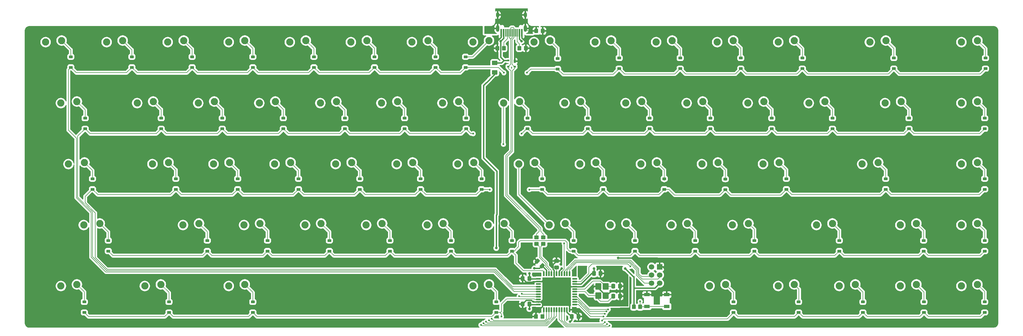
<source format=gbr>
%TF.GenerationSoftware,KiCad,Pcbnew,9.0.3*%
%TF.CreationDate,2025-08-06T18:50:17-07:00*%
%TF.ProjectId,PCB-Keyboard-EDIPO,5043422d-4b65-4796-926f-6172642d4544,rev?*%
%TF.SameCoordinates,Original*%
%TF.FileFunction,Copper,L2,Bot*%
%TF.FilePolarity,Positive*%
%FSLAX46Y46*%
G04 Gerber Fmt 4.6, Leading zero omitted, Abs format (unit mm)*
G04 Created by KiCad (PCBNEW 9.0.3) date 2025-08-06 18:50:17*
%MOMM*%
%LPD*%
G01*
G04 APERTURE LIST*
G04 Aperture macros list*
%AMRoundRect*
0 Rectangle with rounded corners*
0 $1 Rounding radius*
0 $2 $3 $4 $5 $6 $7 $8 $9 X,Y pos of 4 corners*
0 Add a 4 corners polygon primitive as box body*
4,1,4,$2,$3,$4,$5,$6,$7,$8,$9,$2,$3,0*
0 Add four circle primitives for the rounded corners*
1,1,$1+$1,$2,$3*
1,1,$1+$1,$4,$5*
1,1,$1+$1,$6,$7*
1,1,$1+$1,$8,$9*
0 Add four rect primitives between the rounded corners*
20,1,$1+$1,$2,$3,$4,$5,0*
20,1,$1+$1,$4,$5,$6,$7,0*
20,1,$1+$1,$6,$7,$8,$9,0*
20,1,$1+$1,$8,$9,$2,$3,0*%
G04 Aperture macros list end*
%TA.AperFunction,ComponentPad*%
%ADD10C,2.250000*%
%TD*%
%TA.AperFunction,SMDPad,CuDef*%
%ADD11RoundRect,0.225000X0.375000X-0.225000X0.375000X0.225000X-0.375000X0.225000X-0.375000X-0.225000X0*%
%TD*%
%TA.AperFunction,SMDPad,CuDef*%
%ADD12RoundRect,0.250000X0.350000X0.450000X-0.350000X0.450000X-0.350000X-0.450000X0.350000X-0.450000X0*%
%TD*%
%TA.AperFunction,SMDPad,CuDef*%
%ADD13RoundRect,0.250000X-0.450000X0.350000X-0.450000X-0.350000X0.450000X-0.350000X0.450000X0.350000X0*%
%TD*%
%TA.AperFunction,SMDPad,CuDef*%
%ADD14RoundRect,0.137500X-0.137500X0.600000X-0.137500X-0.600000X0.137500X-0.600000X0.137500X0.600000X0*%
%TD*%
%TA.AperFunction,SMDPad,CuDef*%
%ADD15RoundRect,0.137500X-0.600000X0.137500X-0.600000X-0.137500X0.600000X-0.137500X0.600000X0.137500X0*%
%TD*%
%TA.AperFunction,SMDPad,CuDef*%
%ADD16RoundRect,0.250000X-0.337500X-0.475000X0.337500X-0.475000X0.337500X0.475000X-0.337500X0.475000X0*%
%TD*%
%TA.AperFunction,SMDPad,CuDef*%
%ADD17R,0.700000X1.000000*%
%TD*%
%TA.AperFunction,SMDPad,CuDef*%
%ADD18R,0.700000X0.600000*%
%TD*%
%TA.AperFunction,SMDPad,CuDef*%
%ADD19RoundRect,0.250001X0.624999X-0.462499X0.624999X0.462499X-0.624999X0.462499X-0.624999X-0.462499X0*%
%TD*%
%TA.AperFunction,SMDPad,CuDef*%
%ADD20RoundRect,0.250000X-0.325000X-0.450000X0.325000X-0.450000X0.325000X0.450000X-0.325000X0.450000X0*%
%TD*%
%TA.AperFunction,SMDPad,CuDef*%
%ADD21RoundRect,0.250000X0.337500X0.475000X-0.337500X0.475000X-0.337500X-0.475000X0.337500X-0.475000X0*%
%TD*%
%TA.AperFunction,SMDPad,CuDef*%
%ADD22RoundRect,0.250000X-0.350000X-0.450000X0.350000X-0.450000X0.350000X0.450000X-0.350000X0.450000X0*%
%TD*%
%TA.AperFunction,SMDPad,CuDef*%
%ADD23RoundRect,0.250000X0.574524X0.097227X0.097227X0.574524X-0.574524X-0.097227X-0.097227X-0.574524X0*%
%TD*%
%TA.AperFunction,SMDPad,CuDef*%
%ADD24RoundRect,0.250000X0.475000X-0.337500X0.475000X0.337500X-0.475000X0.337500X-0.475000X-0.337500X0*%
%TD*%
%TA.AperFunction,SMDPad,CuDef*%
%ADD25R,0.600000X2.450000*%
%TD*%
%TA.AperFunction,SMDPad,CuDef*%
%ADD26R,0.300000X2.450000*%
%TD*%
%TA.AperFunction,ComponentPad*%
%ADD27O,1.000000X1.600000*%
%TD*%
%TA.AperFunction,ComponentPad*%
%ADD28O,1.000000X2.100000*%
%TD*%
%TA.AperFunction,ComponentPad*%
%ADD29C,1.700000*%
%TD*%
%TA.AperFunction,ComponentPad*%
%ADD30R,1.700000X1.700000*%
%TD*%
%TA.AperFunction,SMDPad,CuDef*%
%ADD31R,1.800000X1.100000*%
%TD*%
%TA.AperFunction,SMDPad,CuDef*%
%ADD32RoundRect,0.250000X0.650000X-0.800000X0.650000X0.800000X-0.650000X0.800000X-0.650000X-0.800000X0*%
%TD*%
%TA.AperFunction,ViaPad*%
%ADD33C,0.600000*%
%TD*%
%TA.AperFunction,ViaPad*%
%ADD34C,0.800000*%
%TD*%
%TA.AperFunction,Conductor*%
%ADD35C,0.381000*%
%TD*%
%TA.AperFunction,Conductor*%
%ADD36C,0.200000*%
%TD*%
G04 APERTURE END LIST*
D10*
%TO.P,SW45,1,1*%
%TO.N,col0*%
X36395986Y86562236D03*
%TO.P,SW45,2,2*%
%TO.N,Net-(D45-A)*%
X41395986Y87062236D03*
%TD*%
%TO.P,SW58,1,1*%
%TO.N,col14*%
X310239736Y86562236D03*
%TO.P,SW58,2,2*%
%TO.N,Net-(D58-A)*%
X315239736Y87062236D03*
%TD*%
%TO.P,SW49,1,1*%
%TO.N,col4*%
X124502236Y86562236D03*
%TO.P,SW49,2,2*%
%TO.N,Net-(D49-A)*%
X129502236Y87062236D03*
%TD*%
%TO.P,SW17,1,1*%
%TO.N,col1*%
X53064736Y124662236D03*
%TO.P,SW17,2,2*%
%TO.N,Net-(D17-A)*%
X58064736Y125162236D03*
%TD*%
%TO.P,SW35,1,1*%
%TO.N,col4*%
X114977236Y105612236D03*
%TO.P,SW35,2,2*%
%TO.N,Net-(D35-A)*%
X119977236Y106112236D03*
%TD*%
%TO.P,SW47,1,1*%
%TO.N,col2*%
X86402236Y86562236D03*
%TO.P,SW47,2,2*%
%TO.N,Net-(D47-A)*%
X91402236Y87062236D03*
%TD*%
%TO.P,SW53,1,1*%
%TO.N,col8*%
X200702236Y86562236D03*
%TO.P,SW53,2,2*%
%TO.N,Net-(D53-A)*%
X205702236Y87062236D03*
%TD*%
%TO.P,SW48,1,1*%
%TO.N,col3*%
X105452236Y86562236D03*
%TO.P,SW48,2,2*%
%TO.N,Net-(D48-A)*%
X110452236Y87062236D03*
%TD*%
%TO.P,SW57,1,1*%
%TO.N,col13*%
X291189736Y86562236D03*
%TO.P,SW57,2,2*%
%TO.N,Net-(D57-A)*%
X296189736Y87062236D03*
%TD*%
%TO.P,SW65,1,1*%
%TO.N,col12*%
X272139736Y67512236D03*
%TO.P,SW65,2,2*%
%TO.N,Net-(D65-A)*%
X277139736Y68012236D03*
%TD*%
%TO.P,SW24,1,1*%
%TO.N,col8*%
X186414736Y124662236D03*
%TO.P,SW24,2,2*%
%TO.N,Net-(D24-A)*%
X191414736Y125162236D03*
%TD*%
%TO.P,SW9,1,1*%
%TO.N,col8*%
X176889736Y143712236D03*
%TO.P,SW9,2,2*%
%TO.N,Net-(D9-A)*%
X181889736Y144212236D03*
%TD*%
%TO.P,SW28,1,1*%
%TO.N,col12*%
X262614736Y124662236D03*
%TO.P,SW28,2,2*%
%TO.N,Net-(D28-A)*%
X267614736Y125162236D03*
%TD*%
%TO.P,SW12,1,1*%
%TO.N,col11*%
X234039736Y143712236D03*
%TO.P,SW12,2,2*%
%TO.N,Net-(D12-A)*%
X239039736Y144212236D03*
%TD*%
%TO.P,SW6,1,1*%
%TO.N,col5*%
X119739736Y143712236D03*
%TO.P,SW6,2,2*%
%TO.N,Net-(D6-A)*%
X124739736Y144212236D03*
%TD*%
%TO.P,SW66,1,1*%
%TO.N,col13*%
X291189736Y67512236D03*
%TO.P,SW66,2,2*%
%TO.N,Net-(D66-A)*%
X296189736Y68012236D03*
%TD*%
%TO.P,SW60,1,1*%
%TO.N,col1*%
X55445986Y67512236D03*
%TO.P,SW60,2,2*%
%TO.N,Net-(D60-A)*%
X60445986Y68012236D03*
%TD*%
%TO.P,SW30,1,1*%
%TO.N,col14*%
X310239736Y124662236D03*
%TO.P,SW30,2,2*%
%TO.N,Net-(D30-A)*%
X315239736Y125162236D03*
%TD*%
%TO.P,SW10,1,1*%
%TO.N,col9*%
X195939736Y143712236D03*
%TO.P,SW10,2,2*%
%TO.N,Net-(D10-A)*%
X200939736Y144212236D03*
%TD*%
%TO.P,SW31,1,1*%
%TO.N,col0*%
X31633486Y105612236D03*
%TO.P,SW31,2,2*%
%TO.N,Net-(D31-A)*%
X36633486Y106112236D03*
%TD*%
%TO.P,SW38,1,1*%
%TO.N,col7*%
X172127236Y105612236D03*
%TO.P,SW38,2,2*%
%TO.N,Net-(D38-A)*%
X177127236Y106112236D03*
%TD*%
%TO.P,SW67,1,1*%
%TO.N,col14*%
X310239736Y67512236D03*
%TO.P,SW67,2,2*%
%TO.N,Net-(D67-A)*%
X315239736Y68012236D03*
%TD*%
%TO.P,SW59,1,1*%
%TO.N,col0*%
X29252236Y67512236D03*
%TO.P,SW59,2,2*%
%TO.N,Net-(D59-A)*%
X34252236Y68012236D03*
%TD*%
%TO.P,SW8,1,1*%
%TO.N,col7*%
X157839736Y143712236D03*
%TO.P,SW8,2,2*%
%TO.N,Net-(D8-A)*%
X162839736Y144212236D03*
%TD*%
%TO.P,SW11,1,1*%
%TO.N,col10*%
X214989736Y143712236D03*
%TO.P,SW11,2,2*%
%TO.N,Net-(D11-A)*%
X219989736Y144212236D03*
%TD*%
%TO.P,SW15,1,1*%
%TO.N,col14*%
X310239736Y143712236D03*
%TO.P,SW15,2,2*%
%TO.N,Net-(D15-A)*%
X315239736Y144212236D03*
%TD*%
%TO.P,SW4,1,1*%
%TO.N,col3*%
X81639736Y143712236D03*
%TO.P,SW4,2,2*%
%TO.N,Net-(D4-A)*%
X86639736Y144212236D03*
%TD*%
%TO.P,SW52,1,1*%
%TO.N,col7*%
X181652236Y86562236D03*
%TO.P,SW52,2,2*%
%TO.N,Net-(D52-A)*%
X186652236Y87062236D03*
%TD*%
%TO.P,SW43,1,1*%
%TO.N,col13*%
X279283486Y105612236D03*
%TO.P,SW43,2,2*%
%TO.N,Net-(D43-A)*%
X284283486Y106112236D03*
%TD*%
%TO.P,SW41,1,1*%
%TO.N,col10*%
X229277236Y105612236D03*
%TO.P,SW41,2,2*%
%TO.N,Net-(D41-A)*%
X234277236Y106112236D03*
%TD*%
%TO.P,SW27,1,1*%
%TO.N,col11*%
X243564736Y124662236D03*
%TO.P,SW27,2,2*%
%TO.N,Net-(D27-A)*%
X248564736Y125162236D03*
%TD*%
%TO.P,SW64,1,1*%
%TO.N,col11*%
X253089736Y67512236D03*
%TO.P,SW64,2,2*%
%TO.N,Net-(D64-A)*%
X258089736Y68012236D03*
%TD*%
%TO.P,SW29,1,1*%
%TO.N,col13*%
X286427236Y124662236D03*
%TO.P,SW29,2,2*%
%TO.N,Net-(D29-A)*%
X291427236Y125162236D03*
%TD*%
%TO.P,SW61,1,1*%
%TO.N,col2*%
X81639736Y67512236D03*
%TO.P,SW61,2,2*%
%TO.N,Net-(D61-A)*%
X86639736Y68012236D03*
%TD*%
%TO.P,SW20,1,1*%
%TO.N,col4*%
X110214736Y124662236D03*
%TO.P,SW20,2,2*%
%TO.N,Net-(D20-A)*%
X115214736Y125162236D03*
%TD*%
%TO.P,SW22,1,1*%
%TO.N,col6*%
X148314736Y124662236D03*
%TO.P,SW22,2,2*%
%TO.N,Net-(D22-A)*%
X153314736Y125162236D03*
%TD*%
%TO.P,SW32,1,1*%
%TO.N,col1*%
X57827236Y105612236D03*
%TO.P,SW32,2,2*%
%TO.N,Net-(D32-A)*%
X62827236Y106112236D03*
%TD*%
%TO.P,SW26,1,1*%
%TO.N,col10*%
X224514736Y124662236D03*
%TO.P,SW26,2,2*%
%TO.N,Net-(D26-A)*%
X229514736Y125162236D03*
%TD*%
%TO.P,SW19,1,1*%
%TO.N,col3*%
X91164736Y124662236D03*
%TO.P,SW19,2,2*%
%TO.N,Net-(D19-A)*%
X96164736Y125162236D03*
%TD*%
%TO.P,SW5,1,1*%
%TO.N,col4*%
X100689736Y143712236D03*
%TO.P,SW5,2,2*%
%TO.N,Net-(D5-A)*%
X105689736Y144212236D03*
%TD*%
%TO.P,SW23,1,1*%
%TO.N,col7*%
X167364736Y124662236D03*
%TO.P,SW23,2,2*%
%TO.N,Net-(D23-A)*%
X172364736Y125162236D03*
%TD*%
%TO.P,SW50,1,1*%
%TO.N,col5*%
X143552236Y86562236D03*
%TO.P,SW50,2,2*%
%TO.N,Net-(D50-A)*%
X148552236Y87062236D03*
%TD*%
%TO.P,SW13,1,1*%
%TO.N,col12*%
X253089736Y143712236D03*
%TO.P,SW13,2,2*%
%TO.N,Net-(D13-A)*%
X258089736Y144212236D03*
%TD*%
%TO.P,SW18,1,1*%
%TO.N,col2*%
X72114736Y124662236D03*
%TO.P,SW18,2,2*%
%TO.N,Net-(D18-A)*%
X77114736Y125162236D03*
%TD*%
%TO.P,SW2,1,1*%
%TO.N,col1*%
X43539736Y143712236D03*
%TO.P,SW2,2,2*%
%TO.N,Net-(D2-A)*%
X48539736Y144212236D03*
%TD*%
%TO.P,SW1,1,1*%
%TO.N,col0*%
X24489736Y143712236D03*
%TO.P,SW1,2,2*%
%TO.N,Net-(D1-A)*%
X29489736Y144212236D03*
%TD*%
%TO.P,SW34,1,1*%
%TO.N,col3*%
X95927236Y105612236D03*
%TO.P,SW34,2,2*%
%TO.N,Net-(D34-A)*%
X100927236Y106112236D03*
%TD*%
%TO.P,SW54,1,1*%
%TO.N,col9*%
X219752236Y86562236D03*
%TO.P,SW54,2,2*%
%TO.N,Net-(D54-A)*%
X224752236Y87062236D03*
%TD*%
%TO.P,SW40,1,1*%
%TO.N,col9*%
X210227236Y105612236D03*
%TO.P,SW40,2,2*%
%TO.N,Net-(D40-A)*%
X215227236Y106112236D03*
%TD*%
%TO.P,SW56,1,1*%
%TO.N,col12*%
X264995986Y86562236D03*
%TO.P,SW56,2,2*%
%TO.N,Net-(D56-A)*%
X269995986Y87062236D03*
%TD*%
%TO.P,SW37,1,1*%
%TO.N,col6*%
X153077236Y105612236D03*
%TO.P,SW37,2,2*%
%TO.N,Net-(D37-A)*%
X158077236Y106112236D03*
%TD*%
%TO.P,SW63,1,1*%
%TO.N,col10*%
X231658486Y67512236D03*
%TO.P,SW63,2,2*%
%TO.N,Net-(D63-A)*%
X236658486Y68012236D03*
%TD*%
%TO.P,SW25,1,1*%
%TO.N,col9*%
X205464736Y124662236D03*
%TO.P,SW25,2,2*%
%TO.N,Net-(D25-A)*%
X210464736Y125162236D03*
%TD*%
%TO.P,SW62,1,1*%
%TO.N,col6*%
X157839736Y67512236D03*
%TO.P,SW62,2,2*%
%TO.N,Net-(D62-A)*%
X162839736Y68012236D03*
%TD*%
%TO.P,SW42,1,1*%
%TO.N,col11*%
X248327236Y105612236D03*
%TO.P,SW42,2,2*%
%TO.N,Net-(D42-A)*%
X253327236Y106112236D03*
%TD*%
%TO.P,SW16,1,1*%
%TO.N,col0*%
X29252236Y124662236D03*
%TO.P,SW16,2,2*%
%TO.N,Net-(D16-A)*%
X34252236Y125162236D03*
%TD*%
%TO.P,SW39,1,1*%
%TO.N,col8*%
X191177236Y105612236D03*
%TO.P,SW39,2,2*%
%TO.N,Net-(D39-A)*%
X196177236Y106112236D03*
%TD*%
%TO.P,SW3,1,1*%
%TO.N,col2*%
X62589736Y143712236D03*
%TO.P,SW3,2,2*%
%TO.N,Net-(D3-A)*%
X67589736Y144212236D03*
%TD*%
%TO.P,SW33,1,1*%
%TO.N,col2*%
X76877236Y105612236D03*
%TO.P,SW33,2,2*%
%TO.N,Net-(D33-A)*%
X81877236Y106112236D03*
%TD*%
%TO.P,SW7,1,1*%
%TO.N,col6*%
X138789736Y143712236D03*
%TO.P,SW7,2,2*%
%TO.N,Net-(D7-A)*%
X143789736Y144212236D03*
%TD*%
%TO.P,SW36,1,1*%
%TO.N,col5*%
X134027236Y105612236D03*
%TO.P,SW36,2,2*%
%TO.N,Net-(D36-A)*%
X139027236Y106112236D03*
%TD*%
%TO.P,SW21,1,1*%
%TO.N,col5*%
X129264736Y124662236D03*
%TO.P,SW21,2,2*%
%TO.N,Net-(D21-A)*%
X134264736Y125162236D03*
%TD*%
%TO.P,SW46,1,1*%
%TO.N,col1*%
X67352236Y86562236D03*
%TO.P,SW46,2,2*%
%TO.N,Net-(D46-A)*%
X72352236Y87062236D03*
%TD*%
%TO.P,SW51,1,1*%
%TO.N,col6*%
X162602236Y86562236D03*
%TO.P,SW51,2,2*%
%TO.N,Net-(D51-A)*%
X167602236Y87062236D03*
%TD*%
%TO.P,SW44,1,1*%
%TO.N,col14*%
X310239736Y105612236D03*
%TO.P,SW44,2,2*%
%TO.N,Net-(D44-A)*%
X315239736Y106112236D03*
%TD*%
%TO.P,SW55,1,1*%
%TO.N,col10*%
X238802236Y86562236D03*
%TO.P,SW55,2,2*%
%TO.N,Net-(D55-A)*%
X243802236Y87062236D03*
%TD*%
%TO.P,SW14,1,1*%
%TO.N,col13*%
X281664736Y143712236D03*
%TO.P,SW14,2,2*%
%TO.N,Net-(D14-A)*%
X286664736Y144212236D03*
%TD*%
D11*
%TO.P,D5,1,K*%
%TO.N,row0*%
X108193536Y135826036D03*
%TO.P,D5,2,A*%
%TO.N,Net-(D5-A)*%
X108193536Y139126036D03*
%TD*%
D12*
%TO.P,R2,1*%
%TO.N,RESET*%
X210000000Y61000000D03*
%TO.P,R2,2*%
%TO.N,+5V*%
X208000000Y61000000D03*
%TD*%
D11*
%TO.P,D19,1,K*%
%TO.N,row1*%
X98668536Y116649036D03*
%TO.P,D19,2,A*%
%TO.N,Net-(D19-A)*%
X98668536Y119949036D03*
%TD*%
%TO.P,D32,1,K*%
%TO.N,row2*%
X65140536Y97728036D03*
%TO.P,D32,2,A*%
%TO.N,Net-(D32-A)*%
X65140536Y101028036D03*
%TD*%
%TO.P,D56,1,K*%
%TO.N,row3*%
X272150536Y78424036D03*
%TO.P,D56,2,A*%
%TO.N,Net-(D56-A)*%
X272150536Y81724036D03*
%TD*%
%TO.P,D57,1,K*%
%TO.N,row3*%
X298439536Y78424036D03*
%TO.P,D57,2,A*%
%TO.N,Net-(D57-A)*%
X298439536Y81724036D03*
%TD*%
D13*
%TO.P,R3,1*%
%TO.N,DN*%
X177686800Y82670599D03*
%TO.P,R3,2*%
%TO.N,D-*%
X177686800Y80670599D03*
%TD*%
D11*
%TO.P,D15,1,K*%
%TO.N,row0*%
X317743536Y135445036D03*
%TO.P,D15,2,A*%
%TO.N,Net-(D15-A)*%
X317743536Y138745036D03*
%TD*%
%TO.P,D25,1,K*%
%TO.N,row1*%
X212968536Y116649036D03*
%TO.P,D25,2,A*%
%TO.N,Net-(D25-A)*%
X212968536Y119949036D03*
%TD*%
%TO.P,D21,1,K*%
%TO.N,row1*%
X136514536Y116649036D03*
%TO.P,D21,2,A*%
%TO.N,Net-(D21-A)*%
X136514536Y119949036D03*
%TD*%
%TO.P,D65,1,K*%
%TO.N,row4*%
X279516536Y59247036D03*
%TO.P,D65,2,A*%
%TO.N,Net-(D65-A)*%
X279516536Y62547036D03*
%TD*%
D14*
%TO.P,U1,1,PE6*%
%TO.N,row3*%
X179938036Y71397536D03*
%TO.P,U1,2,UVCC*%
%TO.N,+5V*%
X180738036Y71397536D03*
%TO.P,U1,3,D-*%
%TO.N,D-*%
X181538036Y71397536D03*
%TO.P,U1,4,D+*%
%TO.N,D+*%
X182338036Y71397536D03*
%TO.P,U1,5,UGND*%
%TO.N,GND*%
X183138036Y71397536D03*
%TO.P,U1,6,UCAP*%
%TO.N,Net-(U1-UCAP)*%
X183938036Y71397536D03*
%TO.P,U1,7,VBUS*%
%TO.N,+5V*%
X184738036Y71397536D03*
%TO.P,U1,8,PB0*%
%TO.N,col7*%
X185538036Y71397536D03*
%TO.P,U1,9,PB1*%
%TO.N,SCK*%
X186338036Y71397536D03*
%TO.P,U1,10,PB2*%
%TO.N,MOSI*%
X187138036Y71397536D03*
%TO.P,U1,11,PB3*%
%TO.N,MISO*%
X187938036Y71397536D03*
D15*
%TO.P,U1,12,PB7*%
%TO.N,unconnected-(U1-PB7-Pad12)*%
X189600536Y69735036D03*
%TO.P,U1,13,~{RESET}*%
%TO.N,RESET*%
X189600536Y68935036D03*
%TO.P,U1,14,VCC*%
%TO.N,+5V*%
X189600536Y68135036D03*
%TO.P,U1,15,GND*%
%TO.N,GND*%
X189600536Y67335036D03*
%TO.P,U1,16,XTAL2*%
%TO.N,XTAL2*%
X189600536Y66535036D03*
%TO.P,U1,17,XTAL1*%
%TO.N,XTAL1*%
X189600536Y65735036D03*
%TO.P,U1,18,PD0*%
%TO.N,unconnected-(U1-PD0-Pad18)*%
X189600536Y64935036D03*
%TO.P,U1,19,PD1*%
%TO.N,col8*%
X189600536Y64135036D03*
%TO.P,U1,20,PD2*%
%TO.N,col9*%
X189600536Y63335036D03*
%TO.P,U1,21,PD3*%
%TO.N,col10*%
X189600536Y62535036D03*
%TO.P,U1,22,PD5*%
%TO.N,col11*%
X189600536Y61735036D03*
D14*
%TO.P,U1,23,GND*%
%TO.N,GND*%
X187938036Y60072536D03*
%TO.P,U1,24,AVCC*%
%TO.N,+5V*%
X187138036Y60072536D03*
%TO.P,U1,25,PD4*%
%TO.N,col12*%
X186338036Y60072536D03*
%TO.P,U1,26,PD6*%
%TO.N,col13*%
X185538036Y60072536D03*
%TO.P,U1,27,PD7*%
%TO.N,col14*%
X184738036Y60072536D03*
%TO.P,U1,28,PB4*%
%TO.N,col0*%
X183938036Y60072536D03*
%TO.P,U1,29,PB5*%
%TO.N,col1*%
X183138036Y60072536D03*
%TO.P,U1,30,PB6*%
%TO.N,col2*%
X182338036Y60072536D03*
%TO.P,U1,31,PC6*%
%TO.N,col3*%
X181538036Y60072536D03*
%TO.P,U1,32,PC7*%
%TO.N,col4*%
X180738036Y60072536D03*
%TO.P,U1,33,~{HWB}/PE2*%
%TO.N,Net-(U1-~{HWB}{slash}PE2)*%
X179938036Y60072536D03*
D15*
%TO.P,U1,34,VCC*%
%TO.N,+5V*%
X178275536Y61735036D03*
%TO.P,U1,35,GND*%
%TO.N,GND*%
X178275536Y62535036D03*
%TO.P,U1,36,PF7*%
%TO.N,row4*%
X178275536Y63335036D03*
%TO.P,U1,37,PF6*%
%TO.N,col5*%
X178275536Y64135036D03*
%TO.P,U1,38,PF5*%
%TO.N,col6*%
X178275536Y64935036D03*
%TO.P,U1,39,PF4*%
%TO.N,row0*%
X178275536Y65735036D03*
%TO.P,U1,40,PF1*%
%TO.N,row1*%
X178275536Y66535036D03*
%TO.P,U1,41,PF0*%
%TO.N,row2*%
X178275536Y67335036D03*
%TO.P,U1,42,AREF*%
%TO.N,unconnected-(U1-AREF-Pad42)*%
X178275536Y68135036D03*
%TO.P,U1,43,GND*%
%TO.N,GND*%
X178275536Y68935036D03*
%TO.P,U1,44,AVCC*%
%TO.N,+5V*%
X178275536Y69735036D03*
%TD*%
D16*
%TO.P,C3,1*%
%TO.N,XTAL1*%
X201612500Y64293750D03*
%TO.P,C3,2*%
%TO.N,GND*%
X203687500Y64293750D03*
%TD*%
D11*
%TO.P,D31,1,K*%
%TO.N,row2*%
X39105536Y97728036D03*
%TO.P,D31,2,A*%
%TO.N,Net-(D31-A)*%
X39105536Y101028036D03*
%TD*%
%TO.P,D41,1,K*%
%TO.N,row2*%
X236590536Y97631250D03*
%TO.P,D41,2,A*%
%TO.N,Net-(D41-A)*%
X236590536Y100931250D03*
%TD*%
%TO.P,D63,1,K*%
%TO.N,row4*%
X239130536Y59247036D03*
%TO.P,D63,2,A*%
%TO.N,Net-(D63-A)*%
X239130536Y62547036D03*
%TD*%
%TO.P,D1,1,K*%
%TO.N,row0*%
X32374536Y135826036D03*
%TO.P,D1,2,A*%
%TO.N,Net-(D1-A)*%
X32374536Y139126036D03*
%TD*%
%TO.P,D58,1,K*%
%TO.N,row3*%
X317489536Y78424036D03*
%TO.P,D58,2,A*%
%TO.N,Net-(D58-A)*%
X317489536Y81724036D03*
%TD*%
%TO.P,D12,1,K*%
%TO.N,row0*%
X241416536Y135445036D03*
%TO.P,D12,2,A*%
%TO.N,Net-(D12-A)*%
X241416536Y138745036D03*
%TD*%
%TO.P,D29,1,K*%
%TO.N,row1*%
X293867536Y116649036D03*
%TO.P,D29,2,A*%
%TO.N,Net-(D29-A)*%
X293867536Y119949036D03*
%TD*%
D17*
%TO.P,U2,1,GND*%
%TO.N,GND*%
X170880736Y137780036D03*
D18*
%TO.P,U2,2,IO1*%
%TO.N,DP*%
X170880736Y136080036D03*
%TO.P,U2,3,IO2*%
%TO.N,DN*%
X168880736Y136080036D03*
%TO.P,U2,4,VCC*%
%TO.N,VCC*%
X168880736Y137980036D03*
%TD*%
D11*
%TO.P,D49,1,K*%
%TO.N,row3*%
X131942536Y78424036D03*
%TO.P,D49,2,A*%
%TO.N,Net-(D49-A)*%
X131942536Y81724036D03*
%TD*%
%TO.P,D20,1,K*%
%TO.N,row1*%
X117845536Y116649036D03*
%TO.P,D20,2,A*%
%TO.N,Net-(D20-A)*%
X117845536Y119949036D03*
%TD*%
%TO.P,D13,1,K*%
%TO.N,row0*%
X260593536Y135445036D03*
%TO.P,D13,2,A*%
%TO.N,Net-(D13-A)*%
X260593536Y138745036D03*
%TD*%
D19*
%TO.P,F1,1*%
%TO.N,+5V*%
X164632336Y134251236D03*
%TO.P,F1,2*%
%TO.N,VCC*%
X164632336Y137226236D03*
%TD*%
D11*
%TO.P,D38,1,K*%
%TO.N,row2*%
X179440536Y97728036D03*
%TO.P,D38,2,A*%
%TO.N,Net-(D38-A)*%
X179440536Y101028036D03*
%TD*%
%TO.P,D36,1,K*%
%TO.N,row2*%
X141467536Y97728036D03*
%TO.P,D36,2,A*%
%TO.N,Net-(D36-A)*%
X141467536Y101028036D03*
%TD*%
%TO.P,D23,1,K*%
%TO.N,row1*%
X174868536Y116649036D03*
%TO.P,D23,2,A*%
%TO.N,Net-(D23-A)*%
X174868536Y119949036D03*
%TD*%
D16*
%TO.P,C6,1*%
%TO.N,+5V*%
X195568750Y71437500D03*
%TO.P,C6,2*%
%TO.N,GND*%
X197643750Y71437500D03*
%TD*%
D20*
%TO.P,FB1,1*%
%TO.N,Earth*%
X177550000Y147200000D03*
%TO.P,FB1,2*%
%TO.N,GND*%
X179600000Y147200000D03*
%TD*%
D16*
%TO.P,C2,1*%
%TO.N,XTAL2*%
X201612500Y67468750D03*
%TO.P,C2,2*%
%TO.N,GND*%
X203687500Y67468750D03*
%TD*%
D11*
%TO.P,D55,1,K*%
%TO.N,row3*%
X245607536Y78424036D03*
%TO.P,D55,2,A*%
%TO.N,Net-(D55-A)*%
X245607536Y81724036D03*
%TD*%
%TO.P,D42,1,K*%
%TO.N,row2*%
X255640536Y97728036D03*
%TO.P,D42,2,A*%
%TO.N,Net-(D42-A)*%
X255640536Y101028036D03*
%TD*%
D21*
%TO.P,C5,1*%
%TO.N,+5V*%
X175418750Y61912500D03*
%TO.P,C5,2*%
%TO.N,GND*%
X173343750Y61912500D03*
%TD*%
D11*
%TO.P,D40,1,K*%
%TO.N,row2*%
X217540536Y97728036D03*
%TO.P,D40,2,A*%
%TO.N,Net-(D40-A)*%
X217540536Y101028036D03*
%TD*%
%TO.P,D37,1,K*%
%TO.N,row2*%
X160517536Y97728036D03*
%TO.P,D37,2,A*%
%TO.N,Net-(D37-A)*%
X160517536Y101028036D03*
%TD*%
%TO.P,D16,1,K*%
%TO.N,row1*%
X36819536Y116649036D03*
%TO.P,D16,2,A*%
%TO.N,Net-(D16-A)*%
X36819536Y119949036D03*
%TD*%
D22*
%TO.P,R5,1*%
%TO.N,Net-(USB1-CC2)*%
X172328536Y141795036D03*
%TO.P,R5,2*%
%TO.N,GND*%
X174328536Y141795036D03*
%TD*%
D11*
%TO.P,D43,1,K*%
%TO.N,row2*%
X286628536Y97728036D03*
%TO.P,D43,2,A*%
%TO.N,Net-(D43-A)*%
X286628536Y101028036D03*
%TD*%
%TO.P,D59,1,K*%
%TO.N,row4*%
X36565536Y59247036D03*
%TO.P,D59,2,A*%
%TO.N,Net-(D59-A)*%
X36565536Y62547036D03*
%TD*%
%TO.P,D67,1,K*%
%TO.N,row4*%
X317489536Y59247036D03*
%TO.P,D67,2,A*%
%TO.N,Net-(D67-A)*%
X317489536Y62547036D03*
%TD*%
%TO.P,D7,1,K*%
%TO.N,row0*%
X146166536Y135826036D03*
%TO.P,D7,2,A*%
%TO.N,Net-(D7-A)*%
X146166536Y139126036D03*
%TD*%
%TO.P,D48,1,K*%
%TO.N,row3*%
X113019536Y78424036D03*
%TO.P,D48,2,A*%
%TO.N,Net-(D48-A)*%
X113019536Y81724036D03*
%TD*%
%TO.P,D18,1,K*%
%TO.N,row1*%
X79618536Y116649036D03*
%TO.P,D18,2,A*%
%TO.N,Net-(D18-A)*%
X79618536Y119949036D03*
%TD*%
%TO.P,D60,1,K*%
%TO.N,row4*%
X62981536Y59247036D03*
%TO.P,D60,2,A*%
%TO.N,Net-(D60-A)*%
X62981536Y62547036D03*
%TD*%
D23*
%TO.P,C8,1*%
%TO.N,+5V*%
X179387500Y73818750D03*
%TO.P,C8,2*%
%TO.N,GND*%
X177920254Y75285996D03*
%TD*%
D11*
%TO.P,D34,1,K*%
%TO.N,row2*%
X103392936Y97728036D03*
%TO.P,D34,2,A*%
%TO.N,Net-(D34-A)*%
X103392936Y101028036D03*
%TD*%
D12*
%TO.P,R1,1*%
%TO.N,Net-(U1-~{HWB}{slash}PE2)*%
X179500000Y58000000D03*
%TO.P,R1,2*%
%TO.N,GND*%
X177500000Y58000000D03*
%TD*%
D11*
%TO.P,D53,1,K*%
%TO.N,row3*%
X208396536Y78424036D03*
%TO.P,D53,2,A*%
%TO.N,Net-(D53-A)*%
X208396536Y81724036D03*
%TD*%
D24*
%TO.P,C1,1*%
%TO.N,Net-(U1-UCAP)*%
X183900000Y73300000D03*
%TO.P,C1,2*%
%TO.N,GND*%
X183900000Y75375000D03*
%TD*%
D12*
%TO.P,R6,1*%
%TO.N,Net-(USB1-CC1)*%
X167477136Y141795036D03*
%TO.P,R6,2*%
%TO.N,GND*%
X165477136Y141795036D03*
%TD*%
D11*
%TO.P,D17,1,K*%
%TO.N,row1*%
X60568536Y116649036D03*
%TO.P,D17,2,A*%
%TO.N,Net-(D17-A)*%
X60568536Y119949036D03*
%TD*%
%TO.P,D27,1,K*%
%TO.N,row1*%
X251068536Y116649036D03*
%TO.P,D27,2,A*%
%TO.N,Net-(D27-A)*%
X251068536Y119949036D03*
%TD*%
%TO.P,D45,1,K*%
%TO.N,row3*%
X44058536Y78424036D03*
%TO.P,D45,2,A*%
%TO.N,Net-(D45-A)*%
X44058536Y81724036D03*
%TD*%
%TO.P,D4,1,K*%
%TO.N,row0*%
X89143536Y135826036D03*
%TO.P,D4,2,A*%
%TO.N,Net-(D4-A)*%
X89143536Y139126036D03*
%TD*%
%TO.P,D46,1,K*%
%TO.N,row3*%
X74919536Y78424036D03*
%TO.P,D46,2,A*%
%TO.N,Net-(D46-A)*%
X74919536Y81724036D03*
%TD*%
%TO.P,D61,1,K*%
%TO.N,row4*%
X89143536Y59247036D03*
%TO.P,D61,2,A*%
%TO.N,Net-(D61-A)*%
X89143536Y62547036D03*
%TD*%
%TO.P,D14,1,K*%
%TO.N,row0*%
X289168536Y135445036D03*
%TO.P,D14,2,A*%
%TO.N,Net-(D14-A)*%
X289168536Y138745036D03*
%TD*%
%TO.P,D39,1,K*%
%TO.N,row2*%
X198490536Y97728036D03*
%TO.P,D39,2,A*%
%TO.N,Net-(D39-A)*%
X198490536Y101028036D03*
%TD*%
%TO.P,D35,1,K*%
%TO.N,row2*%
X122544536Y97728036D03*
%TO.P,D35,2,A*%
%TO.N,Net-(D35-A)*%
X122544536Y101028036D03*
%TD*%
%TO.P,D24,1,K*%
%TO.N,row1*%
X193664536Y116649036D03*
%TO.P,D24,2,A*%
%TO.N,Net-(D24-A)*%
X193664536Y119949036D03*
%TD*%
D25*
%TO.P,USB1,1,GND*%
%TO.N,GND*%
X166637736Y146592436D03*
%TO.P,USB1,2,VBUS*%
%TO.N,VCC*%
X167412736Y146592436D03*
D26*
%TO.P,USB1,3,SBU2*%
%TO.N,unconnected-(USB1-SBU2-Pad3)*%
X168112736Y146592436D03*
%TO.P,USB1,4,CC1*%
%TO.N,Net-(USB1-CC1)*%
X168612736Y146592436D03*
%TO.P,USB1,5,DN2*%
%TO.N,DN*%
X169112736Y146592436D03*
%TO.P,USB1,6,DP1*%
%TO.N,DP*%
X169612736Y146592436D03*
%TO.P,USB1,7,DN1*%
%TO.N,DN*%
X170112736Y146592436D03*
%TO.P,USB1,8,DP2*%
%TO.N,DP*%
X170612736Y146592436D03*
%TO.P,USB1,9,SBU1*%
%TO.N,unconnected-(USB1-SBU1-Pad9)*%
X171112736Y146592436D03*
%TO.P,USB1,10,CC2*%
%TO.N,Net-(USB1-CC2)*%
X171612736Y146592436D03*
D25*
%TO.P,USB1,11,VBUS*%
%TO.N,VCC*%
X172312736Y146592436D03*
%TO.P,USB1,12,GND*%
%TO.N,GND*%
X173087736Y146592436D03*
D27*
%TO.P,USB1,13,SHIELD*%
%TO.N,Earth*%
X165542736Y152187436D03*
D28*
X165542736Y148007436D03*
D27*
X174182736Y152187436D03*
D28*
X174182736Y148007436D03*
%TD*%
D13*
%TO.P,R4,1*%
%TO.N,DP*%
X179804400Y82670599D03*
%TO.P,R4,2*%
%TO.N,D+*%
X179804400Y80670599D03*
%TD*%
D11*
%TO.P,D10,1,K*%
%TO.N,row0*%
X203443536Y135445036D03*
%TO.P,D10,2,A*%
%TO.N,Net-(D10-A)*%
X203443536Y138745036D03*
%TD*%
%TO.P,D11,1,K*%
%TO.N,row0*%
X222493536Y135445036D03*
%TO.P,D11,2,A*%
%TO.N,Net-(D11-A)*%
X222493536Y138745036D03*
%TD*%
%TO.P,D33,1,K*%
%TO.N,row2*%
X84444536Y97728036D03*
%TO.P,D33,2,A*%
%TO.N,Net-(D33-A)*%
X84444536Y101028036D03*
%TD*%
D21*
%TO.P,C7,1*%
%TO.N,+5V*%
X175418750Y69850000D03*
%TO.P,C7,2*%
%TO.N,GND*%
X173343750Y69850000D03*
%TD*%
D11*
%TO.P,D47,1,K*%
%TO.N,row3*%
X93715536Y78424036D03*
%TO.P,D47,2,A*%
%TO.N,Net-(D47-A)*%
X93715536Y81724036D03*
%TD*%
%TO.P,D22,1,K*%
%TO.N,row1*%
X155691536Y116649036D03*
%TO.P,D22,2,A*%
%TO.N,Net-(D22-A)*%
X155691536Y119949036D03*
%TD*%
%TO.P,D6,1,K*%
%TO.N,row0*%
X127116536Y135826036D03*
%TO.P,D6,2,A*%
%TO.N,Net-(D6-A)*%
X127116536Y139126036D03*
%TD*%
%TO.P,D50,1,K*%
%TO.N,row3*%
X150992536Y78424036D03*
%TO.P,D50,2,A*%
%TO.N,Net-(D50-A)*%
X150992536Y81724036D03*
%TD*%
D16*
%TO.P,C4,1*%
%TO.N,+5V*%
X188668750Y57943750D03*
%TO.P,C4,2*%
%TO.N,GND*%
X190743750Y57943750D03*
%TD*%
D11*
%TO.P,D44,1,K*%
%TO.N,row2*%
X317489536Y97728036D03*
%TO.P,D44,2,A*%
%TO.N,Net-(D44-A)*%
X317489536Y101028036D03*
%TD*%
D29*
%TO.P,J1,1,MISO*%
%TO.N,MISO*%
X213560000Y68400000D03*
%TO.P,J1,2,VCC*%
%TO.N,+5V*%
X216100000Y68400000D03*
%TO.P,J1,3,SCK*%
%TO.N,SCK*%
X213560000Y70940000D03*
%TO.P,J1,4,MOSI*%
%TO.N,MOSI*%
X216100000Y70940000D03*
%TO.P,J1,5,~{RST}*%
%TO.N,RESET*%
X213560000Y73480000D03*
D30*
%TO.P,J1,6,GND*%
%TO.N,GND*%
X216100000Y73480000D03*
%TD*%
D11*
%TO.P,D28,1,K*%
%TO.N,row1*%
X269991536Y116649036D03*
%TO.P,D28,2,A*%
%TO.N,Net-(D28-A)*%
X269991536Y119949036D03*
%TD*%
%TO.P,D54,1,K*%
%TO.N,row3*%
X227192536Y78424036D03*
%TO.P,D54,2,A*%
%TO.N,Net-(D54-A)*%
X227192536Y81724036D03*
%TD*%
%TO.P,D8,1,K*%
%TO.N,row0*%
X155513736Y135826036D03*
%TO.P,D8,2,A*%
%TO.N,Net-(D8-A)*%
X155513736Y139126036D03*
%TD*%
%TO.P,D52,1,K*%
%TO.N,row3*%
X189219536Y78424036D03*
%TO.P,D52,2,A*%
%TO.N,Net-(D52-A)*%
X189219536Y81724036D03*
%TD*%
D31*
%TO.P,SW68,1*%
%TO.N,RESET*%
X212100000Y61100000D03*
X218300000Y61100000D03*
%TO.P,SW68,2*%
%TO.N,GND*%
X212100000Y64800000D03*
X218300000Y64800000D03*
%TD*%
D11*
%TO.P,D66,1,K*%
%TO.N,row4*%
X298566536Y59247036D03*
%TO.P,D66,2,A*%
%TO.N,Net-(D66-A)*%
X298566536Y62547036D03*
%TD*%
%TO.P,D26,1,K*%
%TO.N,row1*%
X231891536Y116649036D03*
%TO.P,D26,2,A*%
%TO.N,Net-(D26-A)*%
X231891536Y119949036D03*
%TD*%
%TO.P,D9,1,K*%
%TO.N,row0*%
X184266536Y135318036D03*
%TO.P,D9,2,A*%
%TO.N,Net-(D9-A)*%
X184266536Y138618036D03*
%TD*%
D32*
%TO.P,Y1,1,1*%
%TO.N,XTAL1*%
X196927136Y64502836D03*
%TO.P,Y1,2,2*%
%TO.N,GND*%
X196927136Y67402836D03*
%TO.P,Y1,3,3*%
%TO.N,XTAL2*%
X199227136Y67402836D03*
%TO.P,Y1,4,4*%
%TO.N,GND*%
X199227136Y64502836D03*
%TD*%
D11*
%TO.P,D64,1,K*%
%TO.N,row4*%
X259450536Y59247036D03*
%TO.P,D64,2,A*%
%TO.N,Net-(D64-A)*%
X259450536Y62547036D03*
%TD*%
%TO.P,D62,1,K*%
%TO.N,row4*%
X165089536Y59247036D03*
%TO.P,D62,2,A*%
%TO.N,Net-(D62-A)*%
X165089536Y62547036D03*
%TD*%
%TO.P,D30,1,K*%
%TO.N,row1*%
X317489536Y116649036D03*
%TO.P,D30,2,A*%
%TO.N,Net-(D30-A)*%
X317489536Y119949036D03*
%TD*%
%TO.P,D3,1,K*%
%TO.N,row0*%
X70220536Y135826036D03*
%TO.P,D3,2,A*%
%TO.N,Net-(D3-A)*%
X70220536Y139126036D03*
%TD*%
%TO.P,D2,1,K*%
%TO.N,row0*%
X51424536Y135826036D03*
%TO.P,D2,2,A*%
%TO.N,Net-(D2-A)*%
X51424536Y139126036D03*
%TD*%
%TO.P,D51,1,K*%
%TO.N,row3*%
X170042536Y78424036D03*
%TO.P,D51,2,A*%
%TO.N,Net-(D51-A)*%
X170042536Y81724036D03*
%TD*%
D33*
%TO.N,GND*%
X172102236Y87562236D03*
D34*
%TO.N,Earth*%
X167481250Y153193750D03*
X172243750Y153175000D03*
X169862736Y150202436D03*
%TO.N,GND*%
X166350000Y130575000D03*
D33*
X166339736Y132712236D03*
%TO.N,row0*%
X167481250Y134143750D03*
%TO.N,row1*%
X173000000Y115100000D03*
X157900000Y115100000D03*
D34*
%TO.N,GND*%
X182000000Y147200000D03*
D33*
X178593750Y145256250D03*
X174625000Y145256250D03*
X165100000Y145256250D03*
X171750000Y135000000D03*
%TO.N,Earth*%
X175800000Y147200000D03*
%TO.N,GND*%
X175550000Y83000000D03*
X291760000Y55360000D03*
X183960000Y54860000D03*
X164550000Y116500000D03*
X70800000Y84785686D03*
D34*
%TO.N,Earth*%
X163200000Y148000000D03*
D33*
%TO.N,GND*%
X88800000Y102785686D03*
X214800000Y84785686D03*
X159200000Y113650000D03*
X178800000Y120785686D03*
X169500000Y106800000D03*
X164550000Y113600000D03*
X286800000Y138785686D03*
X268800000Y84785686D03*
X34800000Y84785686D03*
X168700000Y140150000D03*
X232800000Y138785686D03*
X160900000Y145350000D03*
X268800000Y102785686D03*
X168500000Y116550000D03*
X124800000Y102785686D03*
X182000000Y80450000D03*
X171525000Y113675000D03*
X304800000Y102785686D03*
X168500000Y113650000D03*
D34*
X171450000Y131762500D03*
D33*
X167350000Y136050000D03*
X70800000Y102785686D03*
X173850000Y99250000D03*
X250800000Y138785686D03*
X253630000Y55390000D03*
X160800000Y66785686D03*
X286800000Y84785686D03*
X166800000Y109050000D03*
X164300000Y99200000D03*
X142800000Y102785686D03*
X232800000Y102785686D03*
X106800000Y120785686D03*
X142800000Y120785686D03*
X182000000Y83000000D03*
X124770000Y54790000D03*
X52800000Y66785686D03*
X88800000Y84785686D03*
X167000000Y96300000D03*
X173500000Y135100000D03*
X173850000Y96350000D03*
X173500000Y133150000D03*
X106800000Y66785686D03*
X196800000Y102785686D03*
X52800000Y102785686D03*
D34*
X205250000Y67460000D03*
D33*
X159200000Y116550000D03*
X34800000Y120785686D03*
X160900000Y106350000D03*
X124800000Y138785686D03*
X232800000Y84785686D03*
X286800000Y120785686D03*
X171940000Y58720000D03*
X250800000Y102785686D03*
X304800000Y84785686D03*
X171525000Y116575000D03*
D34*
X203100000Y76293750D03*
X205200000Y64300000D03*
D33*
X170150000Y96350000D03*
X170150000Y99250000D03*
X268800000Y138785686D03*
X70800000Y66785686D03*
X170950000Y143200000D03*
X170850000Y108150000D03*
X163150000Y104050000D03*
X165625000Y105975000D03*
X164300000Y96300000D03*
X163375000Y108275000D03*
X304800000Y66785686D03*
X214800000Y102785686D03*
X203140000Y59860000D03*
X214800000Y120785686D03*
X304800000Y138785686D03*
X88800000Y120785686D03*
X171150000Y133400000D03*
D34*
X166200000Y80168750D03*
X180975000Y76993750D03*
D33*
X175550000Y80450000D03*
X66580000Y55220000D03*
X194390000Y56870000D03*
X142800000Y66785686D03*
D34*
X164850000Y131750000D03*
D33*
X142800000Y138785686D03*
X170950000Y140150000D03*
X268800000Y66785686D03*
X167950000Y132550000D03*
X196800000Y84785686D03*
X34800000Y138785686D03*
X167000000Y99200000D03*
X196800000Y120785686D03*
X250800000Y66785686D03*
X106800000Y102785686D03*
X168700000Y143200000D03*
X183930000Y57120000D03*
D34*
X194620000Y66330000D03*
D33*
X168500000Y110650000D03*
X304800000Y120785686D03*
X70800000Y120785686D03*
X286800000Y66785686D03*
D34*
X175418750Y76993750D03*
D33*
X124800000Y120785686D03*
X52800000Y84785686D03*
D34*
%TO.N,+5V*%
X185500000Y73000000D03*
X177006250Y73025000D03*
X175418750Y60325000D03*
X205300000Y73000000D03*
X195568750Y73000000D03*
X175418750Y71437500D03*
X165100000Y79375000D03*
X188118750Y56356250D03*
D33*
%TO.N,row0*%
X174700000Y134150000D03*
%TO.N,row2*%
X175418750Y97631250D03*
X163100000Y97631250D03*
%TO.N,row4*%
X166687500Y57943750D03*
X198100000Y56700000D03*
D34*
%TO.N,VCC*%
X173000000Y144000000D03*
X166500000Y144000000D03*
D33*
%TO.N,RESET*%
X206900000Y73617273D03*
X210000000Y62700000D03*
%TO.N,col0*%
X160337939Y55341125D03*
%TO.N,col1*%
X161100000Y55900000D03*
%TO.N,col2*%
X161925000Y56356250D03*
%TO.N,col3*%
X162800000Y56800000D03*
%TO.N,col4*%
X163700000Y57343750D03*
%TO.N,col5*%
X172243750Y64293750D03*
%TO.N,col6*%
X173037500Y65087500D03*
%TO.N,col7*%
X167350000Y111800000D03*
X186300000Y80800000D03*
%TO.N,col8*%
X200012149Y60214579D03*
%TO.N,col9*%
X199500000Y59600000D03*
%TO.N,col10*%
X199000000Y58800000D03*
%TO.N,col11*%
X198600000Y58000000D03*
%TO.N,col12*%
X199000000Y56200000D03*
%TO.N,col13*%
X199700000Y55600000D03*
%TO.N,col14*%
X200400000Y55100000D03*
%TD*%
D35*
%TO.N,GND*%
X166339736Y130585264D02*
X166350000Y130575000D01*
X166339736Y132712236D02*
X166339736Y130585264D01*
X167350000Y135925000D02*
X167350000Y136050000D01*
X168712500Y134562500D02*
X167350000Y135925000D01*
X168712500Y133312500D02*
X168712500Y134562500D01*
X167950000Y132550000D02*
X168712500Y133312500D01*
X171150000Y134400000D02*
X171750000Y135000000D01*
X171150000Y133400000D02*
X171150000Y134400000D01*
D36*
%TO.N,row1*%
X173006250Y115093750D02*
X173000000Y115100000D01*
X173037500Y115093750D02*
X173006250Y115093750D01*
X157893750Y115093750D02*
X157900000Y115100000D01*
X157162500Y115093750D02*
X157893750Y115093750D01*
D35*
%TO.N,GND*%
X179600000Y147200000D02*
X182000000Y147200000D01*
D36*
%TO.N,Earth*%
X175800000Y147200000D02*
X177550000Y147200000D01*
X165542736Y148007436D02*
X163207436Y148007436D01*
X163207436Y148007436D02*
X163200000Y148000000D01*
X165542736Y152187436D02*
X165542736Y148007436D01*
X174182736Y152187436D02*
X165542736Y152187436D01*
X174182736Y148007436D02*
X174182736Y152187436D01*
X174990172Y147200000D02*
X175800000Y147200000D01*
X174990172Y147200000D02*
X174182736Y148007436D01*
D35*
%TO.N,GND*%
X196927136Y66866980D02*
X199227136Y64566980D01*
X190743750Y57943750D02*
X190743750Y58241286D01*
X216100000Y75500000D02*
X216100000Y73480000D01*
X182783500Y74258500D02*
X183900000Y75375000D01*
X195692836Y67402836D02*
X194620000Y66330000D01*
X166085736Y80283014D02*
X166085736Y89335736D01*
D36*
X167350000Y136000000D02*
X167350000Y136050000D01*
D35*
X203687500Y67468750D02*
X205241250Y67468750D01*
X183138036Y71397536D02*
X183125000Y71384500D01*
X164100000Y131750000D02*
X162027161Y129677161D01*
X188912500Y60072536D02*
X187938036Y60072536D01*
X199227136Y64566980D02*
X199227136Y64502836D01*
X203687500Y64293750D02*
X205193750Y64293750D01*
X177920254Y75285996D02*
X177006250Y76200000D01*
X183138036Y66660037D02*
X179013035Y62535036D01*
X197643750Y69850000D02*
X197643750Y71437500D01*
X196927136Y67402836D02*
X196927136Y66866980D01*
X194468750Y69850000D02*
X197643750Y69850000D01*
X178275536Y62535036D02*
X176522858Y62535036D01*
X183138036Y69056250D02*
X183138036Y66660037D01*
X166200000Y103704322D02*
X166200000Y89450000D01*
X173850000Y96350000D02*
X173850000Y99250000D01*
X174328536Y143790815D02*
X174328536Y141795036D01*
X191953786Y67335036D02*
X194468750Y69850000D01*
X174328536Y138828536D02*
X173280036Y137780036D01*
X189600536Y67335036D02*
X191953786Y67335036D01*
X163375000Y108225000D02*
X165625000Y105975000D01*
X203687500Y65393750D02*
X203200000Y65881250D01*
X174460250Y68733500D02*
X173343750Y69850000D01*
X164550000Y113600000D02*
X164550000Y116500000D01*
X203693750Y64300000D02*
X203687500Y64293750D01*
X190743750Y58241286D02*
X188912500Y60072536D01*
X177500000Y59123928D02*
X177500000Y58000000D01*
%TO.N,Earth*%
X165542736Y148007436D02*
X165542736Y147687436D01*
%TO.N,GND*%
X166900000Y109050000D02*
X168500000Y110650000D01*
X162027161Y129677161D02*
X162027161Y107877161D01*
X170150000Y96350000D02*
X170150000Y99250000D01*
X173500000Y133150000D02*
X173500000Y135100000D01*
X184943750Y69056250D02*
X183138036Y69056250D01*
X218300000Y64800000D02*
X218300000Y72300000D01*
X173280036Y137780036D02*
X170880736Y137780036D01*
X187938036Y61860037D02*
X187938036Y60072536D01*
X162027161Y107877161D02*
X166200000Y103704322D01*
X183100000Y77100000D02*
X181081250Y77100000D01*
X160900000Y106300000D02*
X163150000Y104050000D01*
X176522858Y62535036D02*
X176028894Y63029000D01*
X174328536Y141795036D02*
X174328536Y138828536D01*
X183138036Y72335320D02*
X182783500Y72689856D01*
X160900000Y106350000D02*
X160900000Y106300000D01*
X217120000Y73480000D02*
X216100000Y73480000D01*
X176925928Y68733500D02*
X174460250Y68733500D01*
X183138036Y66660037D02*
X187938036Y61860037D01*
X173280036Y135973786D02*
X173280036Y137780036D01*
X166200000Y80168750D02*
X166085736Y80283014D01*
X199440336Y64502836D02*
X200818750Y65881250D01*
X174460250Y63029000D02*
X173343750Y61912500D01*
X178275536Y68935036D02*
X179266286Y68935036D01*
X167000000Y96300000D02*
X167000000Y99200000D01*
X215306250Y76293750D02*
X216100000Y75500000D01*
X183900000Y76300000D02*
X183100000Y77100000D01*
X205193750Y64293750D02*
X205200000Y64300000D01*
X203687500Y64293750D02*
X203687500Y65393750D01*
X196927136Y67402836D02*
X195692836Y67402836D01*
X173343750Y61912500D02*
X173343750Y62218750D01*
X164300000Y96300000D02*
X164300000Y99200000D01*
X164850000Y131750000D02*
X164100000Y131750000D01*
X173087736Y146592436D02*
X173087736Y145031615D01*
X171525000Y113675000D02*
X171525000Y116575000D01*
X171450000Y132450000D02*
X172400000Y133400000D01*
X199227136Y64502836D02*
X199440336Y64502836D01*
X183138036Y71397536D02*
X183138036Y69056250D01*
X166637736Y145257087D02*
X166637736Y146592436D01*
X203687500Y67468750D02*
X203687500Y66368750D01*
X203687500Y67468750D02*
X203687500Y68568750D01*
X176028894Y63029000D02*
X174460250Y63029000D01*
X179266286Y68935036D02*
X179387500Y69056250D01*
X178235286Y62494786D02*
X178275536Y62535036D01*
X205241250Y67468750D02*
X205250000Y67460000D01*
X197643750Y69850000D02*
X198437500Y69056250D01*
X182783500Y72689856D02*
X182783500Y74258500D01*
X172400000Y133400000D02*
X172400000Y135093750D01*
X173087736Y146592436D02*
X173087736Y146912436D01*
X172400000Y135093750D02*
X173280036Y135973786D01*
X165477136Y144096487D02*
X166637736Y145257087D01*
X165477136Y144096487D02*
X165477136Y141795036D01*
X189600536Y67335036D02*
X186664964Y67335036D01*
X179500000Y62048071D02*
X179500000Y61123928D01*
X177006250Y76200000D02*
X176212500Y76200000D01*
X179500000Y61123928D02*
X177500000Y59123928D01*
X178275536Y68935036D02*
X177127464Y68935036D01*
X168500000Y113650000D02*
X168500000Y116550000D01*
X186664964Y67335036D02*
X184943750Y69056250D01*
X166800000Y109050000D02*
X166900000Y109050000D01*
X179013035Y62535036D02*
X178275536Y62535036D01*
X159200000Y113650000D02*
X159200000Y116550000D01*
X218300000Y64800000D02*
X212100000Y64800000D01*
X203100000Y76293750D02*
X215306250Y76293750D01*
X173087736Y145031615D02*
X174328536Y143790815D01*
X218300000Y72300000D02*
X217120000Y73480000D01*
X179013035Y62535036D02*
X179500000Y62048071D01*
X203687500Y68568750D02*
X203200000Y69056250D01*
X166085736Y89335736D02*
X166200000Y89450000D01*
X203687500Y66368750D02*
X203200000Y65881250D01*
X183900000Y75375000D02*
X183900000Y76300000D01*
X183138036Y71397536D02*
X183138036Y72335320D01*
X198437500Y69056250D02*
X203200000Y69056250D01*
X181081250Y77100000D02*
X180975000Y76993750D01*
X200818750Y65881250D02*
X203200000Y65881250D01*
X177127464Y68935036D02*
X176925928Y68733500D01*
X179387500Y69056250D02*
X183138036Y69056250D01*
X169500000Y106800000D02*
X170850000Y108150000D01*
X176212500Y76200000D02*
X175418750Y76993750D01*
X171450000Y131762500D02*
X171450000Y132450000D01*
D36*
%TO.N,Net-(U1-UCAP)*%
X183938036Y71397536D02*
X183938036Y73261964D01*
X183938036Y73261964D02*
X183900000Y73300000D01*
X183938036Y73261964D02*
X183500000Y73700000D01*
X183938036Y71397536D02*
X184126000Y71585500D01*
%TO.N,XTAL2*%
X197573722Y69056250D02*
X195262500Y69056250D01*
X199227136Y67402836D02*
X201546586Y67402836D01*
X192741286Y66535036D02*
X189600536Y66535036D01*
X199227136Y67402836D02*
X197573722Y69056250D01*
X201546586Y67402836D02*
X201612500Y67468750D01*
X195262500Y69056250D02*
X192741286Y66535036D01*
%TO.N,XTAL1*%
X192764964Y65735036D02*
X194000000Y64500000D01*
X200025000Y62706250D02*
X197643750Y62706250D01*
X189600536Y65735036D02*
X192764964Y65735036D01*
X201612500Y64293750D02*
X200025000Y62706250D01*
X194000000Y64500000D02*
X194002836Y64502836D01*
X197643750Y62706250D02*
X196927136Y63422864D01*
X194002836Y64502836D02*
X196927136Y64502836D01*
X196927136Y63422864D02*
X196927136Y64502836D01*
D35*
%TO.N,+5V*%
X165100000Y79375000D02*
X165100000Y89688250D01*
X163348157Y132391907D02*
X164632336Y133676086D01*
X161131250Y107518750D02*
X161131250Y130175000D01*
X180738036Y72468214D02*
X179387500Y73818750D01*
X175533714Y69735036D02*
X175418750Y69850000D01*
X214600000Y66900000D02*
X208000000Y66900000D01*
X178593750Y73025000D02*
X179387500Y73818750D01*
X165311750Y89900000D02*
X165311750Y103338250D01*
X216100000Y68400000D02*
X214600000Y66900000D01*
X175418750Y60325000D02*
X175418750Y61912500D01*
X164632336Y134251236D02*
X165100000Y133783572D01*
X178275536Y61735036D02*
X175596214Y61735036D01*
X162883093Y131926843D02*
X162883093Y131928258D01*
X188529323Y57943750D02*
X188668750Y57943750D01*
X195568750Y71437500D02*
X195568750Y73000000D01*
X180738036Y71397536D02*
X180738036Y72468214D01*
X205300000Y73000000D02*
X207900000Y70400000D01*
X162883093Y131928258D02*
X163346742Y132391907D01*
X188668750Y57943750D02*
X188668750Y56906250D01*
X163346742Y132391907D02*
X163348157Y132391907D01*
X194843750Y71437500D02*
X195568750Y71437500D01*
X184738036Y71397536D02*
X184738036Y72238036D01*
X165311750Y103338250D02*
X161131250Y107518750D01*
X165100000Y89688250D02*
X165311750Y89900000D01*
X208000000Y66900000D02*
X208000000Y61000000D01*
X178275536Y69735036D02*
X175533714Y69735036D01*
X187138036Y60072536D02*
X187138036Y59335037D01*
X188668750Y56906250D02*
X188118750Y56356250D01*
X164632336Y133676086D02*
X164632336Y134251236D01*
X184738036Y72238036D02*
X185500000Y73000000D01*
X161131250Y130175000D02*
X162883093Y131926843D01*
X187138036Y59335037D02*
X188529323Y57943750D01*
X208000000Y70400000D02*
X208000000Y66900000D01*
X191541286Y68135036D02*
X189600536Y68135036D01*
X207900000Y70400000D02*
X208000000Y70400000D01*
X191541286Y68135036D02*
X194843750Y71437500D01*
X177006250Y73025000D02*
X178593750Y73025000D01*
X175418750Y71437500D02*
X175418750Y69850000D01*
X175596214Y61735036D02*
X175418750Y61912500D01*
D36*
%TO.N,row0*%
X43300000Y71900000D02*
X38700000Y76500000D01*
X241416536Y135445036D02*
X243098822Y133762750D01*
X108193536Y135826036D02*
X109875822Y134143750D01*
X34056822Y134143750D02*
X49742250Y134143750D01*
X34100000Y113700000D02*
X31600000Y116200000D01*
X176350000Y135318036D02*
X184266536Y135318036D01*
X31600000Y135051500D02*
X32374536Y135826036D01*
X290850822Y133762750D02*
X316061250Y133762750D01*
X109875822Y134143750D02*
X125434250Y134143750D01*
X87461250Y134143750D02*
X89143536Y135826036D01*
X224175822Y133762750D02*
X239734250Y133762750D01*
X144484250Y134143750D02*
X146166536Y135826036D01*
X89143536Y135826036D02*
X90825822Y134143750D01*
X106511250Y134143750D02*
X108193536Y135826036D01*
X220811250Y133762750D02*
X222493536Y135445036D01*
X316061250Y133762750D02*
X317743536Y135445036D01*
X128798822Y134143750D02*
X144484250Y134143750D01*
X53106822Y134143750D02*
X68538250Y134143750D01*
X258911250Y133762750D02*
X260593536Y135445036D01*
X262275822Y133762750D02*
X287486250Y133762750D01*
X289168536Y135445036D02*
X290850822Y133762750D01*
X32374536Y135826036D02*
X34056822Y134143750D01*
X184266536Y135318036D02*
X185948822Y133635750D01*
X127116536Y135826036D02*
X128798822Y134143750D01*
X239734250Y133762750D02*
X241416536Y135445036D01*
X38700000Y76500000D02*
X38700000Y90500000D01*
X174700000Y134150000D02*
X175868036Y135318036D01*
X90825822Y134143750D02*
X106511250Y134143750D01*
X222493536Y135445036D02*
X224175822Y133762750D01*
X260593536Y135445036D02*
X262275822Y133762750D01*
X203443536Y135445036D02*
X205125822Y133762750D01*
X153831450Y134143750D02*
X155513736Y135826036D01*
X287486250Y133762750D02*
X289168536Y135445036D01*
X185948822Y133635750D02*
X201634250Y133635750D01*
X51424536Y135826036D02*
X53106822Y134143750D01*
X31600000Y116200000D02*
X31600000Y135051500D01*
X146166536Y135826036D02*
X147848822Y134143750D01*
X71902822Y134143750D02*
X87461250Y134143750D01*
X34100000Y95100000D02*
X34100000Y113700000D01*
X125434250Y134143750D02*
X127116536Y135826036D01*
X165798964Y135826036D02*
X167481250Y134143750D01*
X175868036Y135318036D02*
X176350000Y135318036D01*
X205125822Y133762750D02*
X220811250Y133762750D01*
X49742250Y134143750D02*
X51424536Y135826036D01*
X201634250Y133635750D02*
X203443536Y135445036D01*
X68538250Y134143750D02*
X70220536Y135826036D01*
X170664964Y65735036D02*
X164500000Y71900000D01*
X70220536Y135826036D02*
X71902822Y134143750D01*
X178275536Y65735036D02*
X170664964Y65735036D01*
X164500000Y71900000D02*
X43300000Y71900000D01*
X243098822Y133762750D02*
X258911250Y133762750D01*
X38700000Y90500000D02*
X34100000Y95100000D01*
X155513736Y135826036D02*
X165798964Y135826036D01*
X147848822Y134143750D02*
X153831450Y134143750D01*
%TO.N,Net-(D1-A)*%
X32374536Y139126036D02*
X32374536Y141327436D01*
X32374536Y141327436D02*
X29489736Y144212236D01*
%TO.N,Net-(D2-A)*%
X51424536Y139126036D02*
X51424536Y141327436D01*
X51424536Y141327436D02*
X48539736Y144212236D01*
%TO.N,Net-(D3-A)*%
X70220536Y141581436D02*
X67589736Y144212236D01*
X70220536Y139126036D02*
X70220536Y141581436D01*
%TO.N,Net-(D4-A)*%
X89143536Y139126036D02*
X89143536Y141708436D01*
X89143536Y141708436D02*
X86639736Y144212236D01*
%TO.N,Net-(D5-A)*%
X108193536Y141708436D02*
X105689736Y144212236D01*
X108193536Y139126036D02*
X108193536Y141708436D01*
%TO.N,Net-(D6-A)*%
X127116536Y141835436D02*
X124739736Y144212236D01*
X127116536Y139126036D02*
X127116536Y141835436D01*
%TO.N,Net-(D7-A)*%
X146166536Y139126036D02*
X146166536Y141835436D01*
X146166536Y141835436D02*
X143789736Y144212236D01*
%TO.N,Net-(D8-A)*%
X157753536Y139126036D02*
X155513736Y139126036D01*
X162839736Y144212236D02*
X157753536Y139126036D01*
%TO.N,Net-(D9-A)*%
X184266536Y138618036D02*
X184266536Y141835436D01*
X184266536Y141835436D02*
X181889736Y144212236D01*
%TO.N,Net-(D10-A)*%
X203443536Y141708436D02*
X200939736Y144212236D01*
X203361214Y138745036D02*
X203200000Y138906250D01*
X203443536Y138745036D02*
X203361214Y138745036D01*
X203443536Y138745036D02*
X203443536Y141708436D01*
%TO.N,Net-(D11-A)*%
X219989736Y144212236D02*
X222493536Y141708436D01*
X222250000Y138988572D02*
X222493536Y138745036D01*
X222493536Y141708436D02*
X222493536Y138745036D01*
%TO.N,Net-(D12-A)*%
X239039736Y144212236D02*
X241416536Y141835436D01*
X241416536Y141835436D02*
X241416536Y138745036D01*
%TO.N,Net-(D13-A)*%
X260593536Y141708436D02*
X260593536Y138745036D01*
X258089736Y144212236D02*
X260593536Y141708436D01*
%TO.N,Net-(D14-A)*%
X286664736Y144212236D02*
X289168536Y141708436D01*
X289168536Y141708436D02*
X289168536Y138745036D01*
%TO.N,Net-(D15-A)*%
X317743536Y141708436D02*
X317743536Y138745036D01*
X315239736Y144212236D02*
X317743536Y141708436D01*
%TO.N,Net-(D16-A)*%
X36819536Y122594936D02*
X34252236Y125162236D01*
X36819536Y119949036D02*
X36819536Y122594936D01*
%TO.N,row1*%
X295422822Y115093750D02*
X293867536Y116649036D01*
X117845536Y116649036D02*
X116290250Y115093750D01*
X155691536Y116649036D02*
X154136250Y115093750D01*
X174592786Y116649036D02*
X173037500Y115093750D01*
X317489536Y116649036D02*
X315934250Y115093750D01*
X174868536Y116649036D02*
X174592786Y116649036D01*
X192109250Y115093750D02*
X176423822Y115093750D01*
X34501000Y95266100D02*
X34501000Y114330500D01*
X38374822Y115093750D02*
X36819536Y116649036D01*
X233446822Y115093750D02*
X231891536Y116649036D01*
X97113250Y115093750D02*
X81173822Y115093750D01*
X59013250Y115093750D02*
X38374822Y115093750D01*
X98668536Y116649036D02*
X97113250Y115093750D01*
X155691536Y116649036D02*
X155691536Y116564714D01*
X214523822Y115093750D02*
X212968536Y116649036D01*
X252623822Y115093750D02*
X251068536Y116649036D01*
X251068536Y116649036D02*
X249513250Y115093750D01*
X164666100Y72301000D02*
X43499000Y72301000D01*
X100223822Y115093750D02*
X98668536Y116649036D01*
X176423822Y115093750D02*
X174868536Y116649036D01*
X212968536Y116649036D02*
X211413250Y115093750D01*
X231891536Y116649036D02*
X230336250Y115093750D01*
X116290250Y115093750D02*
X100223822Y115093750D01*
X155691536Y116564714D02*
X157162500Y115093750D01*
X81173822Y115093750D02*
X79618536Y116649036D01*
X268436250Y115093750D02*
X252623822Y115093750D01*
X60568536Y116649036D02*
X59013250Y115093750D01*
X195219822Y115093750D02*
X193664536Y116649036D01*
X78063250Y115093750D02*
X62123822Y115093750D01*
X293867536Y116649036D02*
X292312250Y115093750D01*
X249513250Y115093750D02*
X233446822Y115093750D01*
X271546822Y115093750D02*
X269991536Y116649036D01*
X134959250Y115093750D02*
X119400822Y115093750D01*
X178275536Y66535036D02*
X170432064Y66535036D01*
X154136250Y115093750D02*
X138069822Y115093750D01*
X193664536Y116649036D02*
X192109250Y115093750D01*
X39101000Y90666100D02*
X34501000Y95266100D01*
X230336250Y115093750D02*
X214523822Y115093750D01*
X34501000Y114330500D02*
X36819536Y116649036D01*
X43499000Y72301000D02*
X39101000Y76699000D01*
X170432064Y66535036D02*
X164666100Y72301000D01*
X119400822Y115093750D02*
X117845536Y116649036D01*
X315934250Y115093750D02*
X295422822Y115093750D01*
X62123822Y115093750D02*
X60568536Y116649036D01*
X269991536Y116649036D02*
X268436250Y115093750D01*
X211413250Y115093750D02*
X195219822Y115093750D01*
X39101000Y76699000D02*
X39101000Y90666100D01*
X138069822Y115093750D02*
X136514536Y116649036D01*
X292312250Y115093750D02*
X271546822Y115093750D01*
X136514536Y116649036D02*
X134959250Y115093750D01*
X79618536Y116649036D02*
X78063250Y115093750D01*
%TO.N,Net-(D17-A)*%
X60568536Y122658436D02*
X58064736Y125162236D01*
X60568536Y119949036D02*
X60568536Y122658436D01*
%TO.N,Net-(D18-A)*%
X79618536Y122658436D02*
X77114736Y125162236D01*
X79618536Y119949036D02*
X79618536Y122658436D01*
%TO.N,Net-(D19-A)*%
X98668536Y122658436D02*
X96164736Y125162236D01*
X98668536Y119949036D02*
X98668536Y122658436D01*
%TO.N,Net-(D20-A)*%
X117845536Y122531436D02*
X115214736Y125162236D01*
X117845536Y119949036D02*
X117845536Y122531436D01*
%TO.N,Net-(D21-A)*%
X136514536Y122912436D02*
X134264736Y125162236D01*
X136514536Y119949036D02*
X136514536Y122912436D01*
%TO.N,Net-(D22-A)*%
X155691536Y122785436D02*
X153314736Y125162236D01*
X155691536Y119949036D02*
X155691536Y122785436D01*
%TO.N,Net-(D23-A)*%
X174868536Y119949036D02*
X174868536Y122658436D01*
X174868536Y122658436D02*
X172364736Y125162236D01*
%TO.N,Net-(D24-A)*%
X193664536Y122912436D02*
X193664536Y119695036D01*
X191414736Y125162236D02*
X193664536Y122912436D01*
%TO.N,Net-(D25-A)*%
X210464736Y125162236D02*
X212968536Y122658436D01*
X212968536Y122658436D02*
X212968536Y119695036D01*
%TO.N,Net-(D26-A)*%
X231891536Y122785436D02*
X231891536Y119822036D01*
X229514736Y125162236D02*
X231891536Y122785436D01*
%TO.N,Net-(D27-A)*%
X248564736Y125162236D02*
X251068536Y122658436D01*
X251068536Y122658436D02*
X251068536Y119695036D01*
%TO.N,Net-(D28-A)*%
X267614736Y125162236D02*
X269991536Y122785436D01*
X269991536Y122785436D02*
X269991536Y119695036D01*
%TO.N,Net-(D29-A)*%
X291427236Y125162236D02*
X293900000Y122689472D01*
X293900000Y122689472D02*
X293900000Y119854500D01*
X293900000Y119854500D02*
X293867536Y119822036D01*
%TO.N,Net-(D30-A)*%
X315239736Y125162236D02*
X317489536Y122912436D01*
X317489536Y122912436D02*
X317489536Y119822036D01*
%TO.N,Net-(D31-A)*%
X39105536Y103640186D02*
X36633486Y106112236D01*
X39105536Y101028036D02*
X39105536Y103640186D01*
%TO.N,row2*%
X236590536Y97631250D02*
X238274822Y95946964D01*
X164832200Y72702000D02*
X43665100Y72702000D01*
X218978214Y97728036D02*
X220759286Y95946964D01*
X175515536Y97728036D02*
X179440536Y97728036D01*
X315805250Y96043750D02*
X317489536Y97728036D01*
X198490536Y97728036D02*
X200174822Y96043750D01*
X105077222Y96043750D02*
X120860250Y96043750D01*
X217540536Y97728036D02*
X218978214Y97728036D01*
X234906250Y95946964D02*
X236590536Y97631250D01*
X40789822Y96043750D02*
X63456250Y96043750D01*
X181124822Y96043750D02*
X196806250Y96043750D01*
X82760250Y96043750D02*
X84444536Y97728036D01*
X65140536Y97728036D02*
X66824822Y96043750D01*
X84444536Y97728036D02*
X86128822Y96043750D01*
X139783250Y96043750D02*
X141467536Y97728036D01*
X179440536Y97728036D02*
X181124822Y96043750D01*
X170199164Y67335036D02*
X164832200Y72702000D01*
X257324822Y96043750D02*
X284944250Y96043750D01*
X175418750Y97631250D02*
X175515536Y97728036D01*
X122544536Y97728036D02*
X124228822Y96043750D01*
X238274822Y95946964D02*
X253859464Y95946964D01*
X286628536Y97728036D02*
X288312822Y96043750D01*
X39028036Y97728036D02*
X39105536Y97728036D01*
X39105536Y97728036D02*
X40789822Y96043750D01*
X158833250Y96043750D02*
X160517536Y97728036D01*
X255640536Y97728036D02*
X257324822Y96043750D01*
X124228822Y96043750D02*
X139783250Y96043750D01*
X163003214Y97728036D02*
X163100000Y97631250D01*
X66824822Y96043750D02*
X82760250Y96043750D01*
X141467536Y97728036D02*
X143151822Y96043750D01*
X284944250Y96043750D02*
X286628536Y97728036D01*
X178275536Y67335036D02*
X170199164Y67335036D01*
X39969986Y76397114D02*
X39969986Y90364214D01*
X288312822Y96043750D02*
X315805250Y96043750D01*
X215856250Y96043750D02*
X217540536Y97728036D01*
X200174822Y96043750D02*
X215856250Y96043750D01*
X120860250Y96043750D02*
X122544536Y97728036D01*
X43665100Y72702000D02*
X39969986Y76397114D01*
X253859464Y95946964D02*
X255640536Y97728036D01*
X36817100Y93517100D02*
X36817100Y95517100D01*
X39969986Y90364214D02*
X36817100Y93517100D01*
X160517536Y97728036D02*
X163003214Y97728036D01*
X101708650Y96043750D02*
X103392936Y97728036D01*
X220759286Y95946964D02*
X234906250Y95946964D01*
X86128822Y96043750D02*
X101708650Y96043750D01*
X143151822Y96043750D02*
X158833250Y96043750D01*
X103392936Y97728036D02*
X105077222Y96043750D01*
X36817100Y95517100D02*
X39028036Y97728036D01*
X196806250Y96043750D02*
X198490536Y97728036D01*
X63456250Y96043750D02*
X65140536Y97728036D01*
%TO.N,Net-(D32-A)*%
X65140536Y101028036D02*
X65140536Y103798936D01*
X65140536Y103798936D02*
X62827236Y106112236D01*
%TO.N,Net-(D33-A)*%
X84444536Y101028036D02*
X84444536Y103544936D01*
X84444536Y103544936D02*
X81877236Y106112236D01*
%TO.N,Net-(D34-A)*%
X103392936Y101028036D02*
X103392936Y103646536D01*
X103392936Y103646536D02*
X100927236Y106112236D01*
%TO.N,Net-(D35-A)*%
X122544536Y103544936D02*
X119977236Y106112236D01*
X122544536Y101028036D02*
X122544536Y103544936D01*
%TO.N,Net-(D36-A)*%
X141467536Y101028036D02*
X141467536Y103671936D01*
X141467536Y103671936D02*
X139027236Y106112236D01*
%TO.N,Net-(D37-A)*%
X160517536Y101028036D02*
X160517536Y103671936D01*
X160517536Y103671936D02*
X158077236Y106112236D01*
%TO.N,Net-(D38-A)*%
X179440536Y101028036D02*
X179440536Y103798936D01*
X179440536Y103798936D02*
X177127236Y106112236D01*
%TO.N,Net-(D39-A)*%
X196177236Y106112236D02*
X198490536Y103798936D01*
X198490536Y103798936D02*
X198490536Y100520036D01*
%TO.N,Net-(D40-A)*%
X215227236Y106112236D02*
X217540536Y103798936D01*
X217540536Y103798936D02*
X217540536Y100520036D01*
%TO.N,Net-(D41-A)*%
X234277236Y106112236D02*
X236590536Y103798936D01*
X236590536Y103798936D02*
X236590536Y100520036D01*
%TO.N,Net-(D42-A)*%
X253327236Y106112236D02*
X255587500Y103851972D01*
X255587500Y103851972D02*
X255587500Y100698072D01*
X255587500Y100698072D02*
X255640536Y100645036D01*
%TO.N,Net-(D43-A)*%
X284283486Y106112236D02*
X286628536Y103767186D01*
X286628536Y103767186D02*
X286628536Y101028036D01*
%TO.N,Net-(D44-A)*%
X317489536Y103862436D02*
X317489536Y100901036D01*
X315239736Y106112236D02*
X317489536Y103862436D01*
%TO.N,Net-(D45-A)*%
X44058536Y84399686D02*
X41395986Y87062236D01*
X44058536Y81724036D02*
X44058536Y84399686D01*
%TO.N,row3*%
X170724036Y78424036D02*
X172100000Y79800000D01*
X272150536Y78424036D02*
X273580822Y76993750D01*
X189219536Y78424036D02*
X190649822Y76993750D01*
X179938036Y71397536D02*
X179938036Y72061964D01*
X208396536Y78424036D02*
X209826822Y76993750D01*
X130512250Y76993750D02*
X131942536Y78424036D01*
X168612250Y76993750D02*
X170042536Y78424036D01*
X113019536Y78424036D02*
X114449822Y76993750D01*
X179938036Y72061964D02*
X179676000Y72324000D01*
X74919536Y78424036D02*
X76349822Y76993750D01*
X227192536Y78424036D02*
X228622822Y76993750D01*
X95145822Y76993750D02*
X111589250Y76993750D01*
X188000000Y78424036D02*
X189219536Y78424036D01*
X170042536Y78257464D02*
X171200000Y77100000D01*
X170042536Y78424036D02*
X170724036Y78424036D01*
X186625000Y81675000D02*
X187200000Y81100000D01*
X76349822Y76993750D02*
X92285250Y76993750D01*
X133372822Y76993750D02*
X149562250Y76993750D01*
X298439536Y78424036D02*
X299869822Y76993750D01*
X299869822Y76993750D02*
X316059250Y76993750D01*
X171200000Y74700000D02*
X171200000Y77100000D01*
X114449822Y76993750D02*
X130512250Y76993750D01*
X190649822Y76993750D02*
X206966250Y76993750D01*
X173576000Y72324000D02*
X171200000Y74700000D01*
X228622822Y76993750D02*
X244177250Y76993750D01*
X273580822Y76993750D02*
X297009250Y76993750D01*
X170042536Y78424036D02*
X170042536Y78257464D01*
X172575000Y81675000D02*
X186625000Y81675000D01*
X149562250Y76993750D02*
X150992536Y78424036D01*
X111589250Y76993750D02*
X113019536Y78424036D01*
X150992536Y78424036D02*
X152422822Y76993750D01*
X92285250Y76993750D02*
X93715536Y78424036D01*
X247037822Y76993750D02*
X270720250Y76993750D01*
X244177250Y76993750D02*
X245607536Y78424036D01*
X73489250Y76993750D02*
X74919536Y78424036D01*
X44058536Y78424036D02*
X45488822Y76993750D01*
X131942536Y78424036D02*
X133372822Y76993750D01*
X225762250Y76993750D02*
X227192536Y78424036D01*
X93715536Y78424036D02*
X95145822Y76993750D01*
X245607536Y78424036D02*
X247037822Y76993750D01*
X179676000Y72324000D02*
X173576000Y72324000D01*
X206966250Y76993750D02*
X208396536Y78424036D01*
X187200000Y81100000D02*
X187200000Y79224036D01*
X172100000Y81200000D02*
X172575000Y81675000D01*
X297009250Y76993750D02*
X298439536Y78424036D01*
X45488822Y76993750D02*
X73489250Y76993750D01*
X187200000Y79224036D02*
X188000000Y78424036D01*
X270720250Y76993750D02*
X272150536Y78424036D01*
X172100000Y79800000D02*
X172100000Y81200000D01*
X209826822Y76993750D02*
X225762250Y76993750D01*
X152422822Y76993750D02*
X168612250Y76993750D01*
X316059250Y76993750D02*
X317489536Y78424036D01*
%TO.N,Net-(D46-A)*%
X74919536Y84494936D02*
X72352236Y87062236D01*
X74919536Y81724036D02*
X74919536Y84494936D01*
%TO.N,Net-(D47-A)*%
X93715536Y81724036D02*
X93715536Y84748936D01*
X93715536Y84748936D02*
X91402236Y87062236D01*
%TO.N,Net-(D48-A)*%
X113019536Y81724036D02*
X113019536Y84494936D01*
X113019536Y84494936D02*
X110452236Y87062236D01*
%TO.N,Net-(D49-A)*%
X131942536Y81724036D02*
X131942536Y84621936D01*
X131942536Y84621936D02*
X129502236Y87062236D01*
%TO.N,Net-(D50-A)*%
X150992536Y81724036D02*
X150992536Y84621936D01*
X150992536Y84621936D02*
X148552236Y87062236D01*
%TO.N,Net-(D51-A)*%
X170042536Y84621936D02*
X167602236Y87062236D01*
X170042536Y81724036D02*
X170042536Y84621936D01*
%TO.N,Net-(D52-A)*%
X189219536Y84494936D02*
X186652236Y87062236D01*
X189219536Y81724036D02*
X189219536Y84494936D01*
%TO.N,Net-(D53-A)*%
X205702236Y87062236D02*
X208396536Y84367936D01*
X208396536Y84367936D02*
X208396536Y81724036D01*
%TO.N,Net-(D54-A)*%
X227192536Y84621936D02*
X227192536Y81597036D01*
X224752236Y87062236D02*
X227192536Y84621936D01*
%TO.N,Net-(D55-A)*%
X243802236Y87062236D02*
X245607536Y85256936D01*
X245607536Y85256936D02*
X245607536Y81470036D01*
%TO.N,Net-(D56-A)*%
X272150536Y84907686D02*
X272150536Y81596036D01*
X269995986Y87062236D02*
X272150536Y84907686D01*
%TO.N,Net-(D57-A)*%
X296189736Y87062236D02*
X298439536Y84812436D01*
X298439536Y84812436D02*
X298439536Y81597036D01*
%TO.N,Net-(D58-A)*%
X315239736Y87062236D02*
X317500000Y84801972D01*
X317500000Y81607500D02*
X317489536Y81597036D01*
X317500000Y84801972D02*
X317500000Y81607500D01*
%TO.N,Net-(D59-A)*%
X36565536Y65698936D02*
X34252236Y68012236D01*
X36565536Y62547036D02*
X36565536Y65698936D01*
%TO.N,row4*%
X178275536Y63335036D02*
X178090072Y63520500D01*
X237200000Y57200000D02*
X239130536Y59130536D01*
X240433822Y57943750D02*
X258147250Y57943750D01*
X297263250Y57943750D02*
X298566536Y59247036D01*
X166687500Y61912500D02*
X168295500Y63520500D01*
X165089536Y59247036D02*
X166403286Y59247036D01*
X259450536Y59247036D02*
X260753822Y57943750D01*
X278213250Y57943750D02*
X279516536Y59247036D01*
X280819822Y57943750D02*
X297263250Y57943750D01*
X90446822Y57943750D02*
X163786250Y57943750D01*
X166687500Y58737500D02*
X166687500Y57943750D01*
X166177964Y59247036D02*
X166687500Y58737500D01*
X279516536Y59247036D02*
X280819822Y57943750D01*
X61678250Y57943750D02*
X62981536Y59247036D01*
X198600000Y57200000D02*
X237200000Y57200000D01*
X177171214Y63335036D02*
X178275536Y63335036D01*
X168295500Y63520500D02*
X176985750Y63520500D01*
X258147250Y57943750D02*
X259450536Y59247036D01*
X37868822Y57943750D02*
X61678250Y57943750D01*
X260753822Y57943750D02*
X278213250Y57943750D01*
X36565536Y59247036D02*
X37868822Y57943750D01*
X87840250Y57943750D02*
X89143536Y59247036D01*
X64284822Y57943750D02*
X87840250Y57943750D01*
X299869822Y57943750D02*
X298566536Y59247036D01*
X165089536Y59247036D02*
X166177964Y59247036D01*
X176985750Y63520500D02*
X177171214Y63335036D01*
X239130536Y59130536D02*
X239130536Y59247036D01*
X166403286Y59247036D02*
X166687500Y59531250D01*
X166687500Y59531250D02*
X166687500Y61912500D01*
X316186250Y57943750D02*
X299869822Y57943750D01*
X198100000Y56700000D02*
X198600000Y57200000D01*
X89143536Y59247036D02*
X90446822Y57943750D01*
X317489536Y59247036D02*
X316186250Y57943750D01*
X163786250Y57943750D02*
X165089536Y59247036D01*
X239130536Y59247036D02*
X240433822Y57943750D01*
X62981536Y59247036D02*
X64284822Y57943750D01*
%TO.N,Net-(D60-A)*%
X62981536Y65476686D02*
X60445986Y68012236D01*
X62981536Y62547036D02*
X62981536Y65476686D01*
%TO.N,Net-(D61-A)*%
X89143536Y62547036D02*
X89143536Y65508436D01*
X89143536Y65508436D02*
X86639736Y68012236D01*
%TO.N,Net-(D62-A)*%
X165089536Y65762436D02*
X162839736Y68012236D01*
X165089536Y62547036D02*
X165089536Y65762436D01*
%TO.N,Net-(D63-A)*%
X236658486Y68012236D02*
X239130536Y65540186D01*
X239130536Y65540186D02*
X239130536Y62547036D01*
%TO.N,Net-(D64-A)*%
X259556250Y62906750D02*
X259450536Y62801036D01*
X258089736Y68012236D02*
X259556250Y66545722D01*
X259556250Y66545722D02*
X259556250Y62906750D01*
%TO.N,Net-(D65-A)*%
X279516536Y65635436D02*
X279516536Y62293036D01*
X277139736Y68012236D02*
X279516536Y65635436D01*
%TO.N,Net-(D66-A)*%
X298566536Y65635436D02*
X298566536Y62547036D01*
X296189736Y68012236D02*
X298566536Y65635436D01*
%TO.N,Net-(D67-A)*%
X317489536Y65762436D02*
X317489536Y62547036D01*
X315239736Y68012236D02*
X317489536Y65762436D01*
D35*
%TO.N,VCC*%
X167519964Y137980036D02*
X166485636Y139014364D01*
X172312736Y146592436D02*
X172312736Y144687264D01*
X172312736Y144687264D02*
X173000000Y144000000D01*
X166485636Y143985636D02*
X166500000Y144000000D01*
X168880736Y137980036D02*
X167519964Y137980036D01*
X164632336Y137226236D02*
X166766164Y137226236D01*
X167412736Y144912736D02*
X166500000Y144000000D01*
X166485636Y139014364D02*
X166485636Y143985636D01*
X167412736Y146592436D02*
X167412736Y144912736D01*
X166766164Y137226236D02*
X167519964Y137980036D01*
D36*
%TO.N,SCK*%
X186338036Y71397536D02*
X186338036Y72135035D01*
X209600000Y71300000D02*
X210400000Y70500000D01*
X213120000Y70500000D02*
X213560000Y70940000D01*
X206907250Y75592750D02*
X209600000Y72900000D01*
X209600000Y72900000D02*
X209600000Y71300000D01*
X210400000Y70500000D02*
X213120000Y70500000D01*
X189795751Y75592750D02*
X205900000Y75592750D01*
X205900000Y75592750D02*
X206907250Y75592750D01*
X186338036Y72135035D02*
X189795751Y75592750D01*
%TO.N,RESET*%
X194989750Y74389750D02*
X206000000Y74389750D01*
X192200000Y69600000D02*
X194000000Y71400000D01*
X206127523Y74389750D02*
X206900000Y73617273D01*
X218300000Y61100000D02*
X212100000Y61100000D01*
X210000000Y61000000D02*
X212000000Y61000000D01*
X212000000Y61000000D02*
X212100000Y61100000D01*
X194000000Y71500000D02*
X194000000Y73400000D01*
X189600536Y68935036D02*
X191535036Y68935036D01*
X194000000Y73400000D02*
X194989750Y74389750D01*
X206000000Y74389750D02*
X206127523Y74389750D01*
X194000000Y71400000D02*
X194000000Y71500000D01*
X210000000Y61000000D02*
X210000000Y62700000D01*
X191535036Y68935036D02*
X192200000Y69600000D01*
%TO.N,MISO*%
X187938036Y71397536D02*
X187938036Y72600835D01*
X208798000Y70967800D02*
X211365800Y68400000D01*
X187938036Y72600835D02*
X190127951Y74790750D01*
X190127951Y74790750D02*
X206575050Y74790750D01*
X211365800Y68400000D02*
X213560000Y68400000D01*
X208798000Y72567800D02*
X208798000Y70967800D01*
X206575050Y74790750D02*
X208798000Y72567800D01*
%TO.N,MOSI*%
X210632900Y69700000D02*
X209199000Y71133900D01*
X209199000Y72733900D02*
X206741150Y75191750D01*
X216100000Y70940000D02*
X216100000Y70200000D01*
X189961851Y75191750D02*
X187138036Y72367935D01*
X187138036Y72367935D02*
X187138036Y71397536D01*
X215600000Y69700000D02*
X210632900Y69700000D01*
X209199000Y71133900D02*
X209199000Y72733900D01*
X206741150Y75191750D02*
X189961851Y75191750D01*
X216100000Y70200000D02*
X215600000Y69700000D01*
%TO.N,Net-(U1-~{HWB}{slash}PE2)*%
X179938036Y60072536D02*
X179938036Y58438036D01*
X179938036Y58438036D02*
X179500000Y58000000D01*
%TO.N,D-*%
X178565893Y76965893D02*
X178546300Y76985486D01*
X178546300Y79811099D02*
X177686800Y80670599D01*
X178565893Y76447143D02*
X178565893Y76965893D01*
X178546300Y76985486D02*
X178546300Y79811099D01*
X180517922Y74495114D02*
X178565893Y76447143D01*
X181538036Y71397536D02*
X181538036Y72503787D01*
X180517922Y73523901D02*
X180517922Y74495114D01*
X181538036Y72503787D02*
X180517922Y73523901D01*
%TO.N,DN*%
X169655736Y109773934D02*
X169655736Y134780035D01*
X168880736Y135555035D02*
X168880736Y136080036D01*
X177686800Y83720600D02*
X178520600Y84554400D01*
X178520600Y85376529D02*
X168115762Y95781366D01*
X169600000Y144700000D02*
X169600000Y136799300D01*
X177686800Y82670599D02*
X177686800Y83720600D01*
X168115762Y95781366D02*
X168115762Y108233960D01*
X170112736Y146592436D02*
X170112736Y145212736D01*
X170112736Y145212736D02*
X169600000Y144700000D01*
X168115762Y108233960D02*
X169655736Y109773934D01*
X169600000Y136799300D02*
X168880736Y136080036D01*
X169112736Y145187264D02*
X169600000Y144700000D01*
X169655736Y134780035D02*
X168880736Y135555035D01*
X169112736Y146592436D02*
X169112736Y145187264D01*
X178520600Y84554400D02*
X178520600Y85376529D01*
%TO.N,D+*%
X180918922Y74720028D02*
X178996300Y76642650D01*
X178996300Y76642650D02*
X178996300Y79862499D01*
X178996300Y79862499D02*
X179804400Y80670599D01*
X182338036Y71397536D02*
X182338036Y72361964D01*
X182338036Y72361964D02*
X180918922Y73781078D01*
X180918922Y73781078D02*
X180918922Y74720028D01*
%TO.N,DP*%
X170612736Y146592436D02*
X170612736Y148069436D01*
X179804400Y82670599D02*
X179804400Y83720600D01*
X169875000Y148350000D02*
X170332172Y148350000D01*
X169612736Y148087736D02*
X169875000Y148350000D01*
X168516762Y107998564D02*
X170105736Y109587538D01*
X178970600Y84554400D02*
X178970600Y85562925D01*
X170001000Y136799000D02*
X170719964Y136080036D01*
X170612736Y146592436D02*
X170612736Y145145636D01*
X170332172Y148350000D02*
X170612736Y148069436D01*
X170105736Y134780035D02*
X170880736Y135555035D01*
X179804400Y83720600D02*
X178970600Y84554400D01*
X170880736Y135555035D02*
X170880736Y136080036D01*
X170612736Y145145636D02*
X170001000Y144533900D01*
X170001000Y144533900D02*
X170001000Y136799000D01*
X178970600Y85562925D02*
X168516762Y96016762D01*
X170105736Y109587538D02*
X170105736Y134780035D01*
X168516762Y96016762D02*
X168516762Y107998564D01*
X169612736Y146592436D02*
X169612736Y148087736D01*
X170719964Y136080036D02*
X170880736Y136080036D01*
%TO.N,Net-(USB1-CC2)*%
X171612736Y143887264D02*
X172328536Y143171464D01*
X172328536Y143171464D02*
X172328536Y141795036D01*
X171612736Y146592436D02*
X171612736Y143887264D01*
%TO.N,Net-(USB1-CC1)*%
X168612736Y146592436D02*
X168612736Y144800236D01*
X167477136Y143664636D02*
X167477136Y141795036D01*
X168612736Y144800236D02*
X167477136Y143664636D01*
%TO.N,col0*%
X183938036Y58169636D02*
X183938036Y60072536D01*
X160580064Y55099000D02*
X180867400Y55099000D01*
X180867400Y55099000D02*
X183938036Y58169636D01*
X160337939Y55341125D02*
X160580064Y55099000D01*
%TO.N,col1*%
X183138036Y57936736D02*
X183138036Y60072536D01*
X180701300Y55500000D02*
X183138036Y57936736D01*
X161100000Y55900000D02*
X161500000Y55500000D01*
X161500000Y55500000D02*
X180701300Y55500000D01*
%TO.N,col2*%
X180582200Y55948000D02*
X175750000Y55948000D01*
X162333250Y55948000D02*
X161925000Y56356250D01*
X175750000Y55948000D02*
X162333250Y55948000D01*
X182338036Y57703836D02*
X180582200Y55948000D01*
X182338036Y60072536D02*
X182338036Y57703836D01*
%TO.N,col3*%
X162800000Y56800000D02*
X163251000Y56349000D01*
X180416100Y56349000D02*
X181538036Y57470936D01*
X163251000Y56349000D02*
X180416100Y56349000D01*
X181538036Y57470936D02*
X181538036Y60072536D01*
%TO.N,col4*%
X180738036Y57238036D02*
X180250000Y56750000D01*
X180738036Y60072536D02*
X180738036Y57238036D01*
X175250000Y56750000D02*
X164293750Y56750000D01*
X180250000Y56750000D02*
X175250000Y56750000D01*
X164293750Y56750000D02*
X163700000Y57343750D01*
%TO.N,col5*%
X178275536Y64135036D02*
X172402464Y64135036D01*
X172402464Y64135036D02*
X172243750Y64293750D01*
%TO.N,col6*%
X178275536Y64935036D02*
X173189964Y64935036D01*
X173189964Y64935036D02*
X173037500Y65087500D01*
%TO.N,col7*%
X167350000Y111800000D02*
X167364736Y111814736D01*
X185538036Y71958980D02*
X185538036Y71397536D01*
X186300000Y72720944D02*
X185538036Y71958980D01*
X172127236Y105612236D02*
X172127236Y96087236D01*
X186300000Y80800000D02*
X186300000Y72720944D01*
X185538036Y71638036D02*
X185600000Y71700000D01*
X185538036Y71397536D02*
X185538036Y71638036D01*
X172127236Y96087236D02*
X181652236Y86562236D01*
X167364736Y111814736D02*
X167364736Y124662236D01*
%TO.N,col8*%
X194119621Y60214579D02*
X190199164Y64135036D01*
X200012149Y60214579D02*
X194119621Y60214579D01*
X190199164Y64135036D02*
X189600536Y64135036D01*
%TO.N,col9*%
X194033550Y59733550D02*
X194167100Y59600000D01*
X194167100Y59600000D02*
X199500000Y59600000D01*
X189600536Y63335036D02*
X190432064Y63335036D01*
X190432064Y63335036D02*
X194033550Y59733550D01*
%TO.N,col10*%
X190664964Y62535036D02*
X194400000Y58800000D01*
X189600536Y62535036D02*
X190664964Y62535036D01*
X194400000Y58800000D02*
X199000000Y58800000D01*
%TO.N,col11*%
X194535036Y58000000D02*
X190800000Y61735036D01*
X189600536Y61735036D02*
X190800000Y61735036D01*
X198600000Y58000000D02*
X194535036Y58000000D01*
%TO.N,col12*%
X186338036Y56561964D02*
X187300000Y55600000D01*
X186338036Y60072536D02*
X186338036Y56561964D01*
X198400000Y55600000D02*
X199000000Y56200000D01*
X187300000Y55600000D02*
X198400000Y55600000D01*
%TO.N,col13*%
X185538036Y56794864D02*
X187133900Y55199000D01*
X187133900Y55199000D02*
X199299000Y55199000D01*
X199299000Y55199000D02*
X199700000Y55600000D01*
X185538036Y60072536D02*
X185538036Y56794864D01*
%TO.N,col14*%
X200098000Y54798000D02*
X200400000Y55100000D01*
X184738036Y57027764D02*
X186967800Y54798000D01*
X184738036Y60072536D02*
X184738036Y57027764D01*
X186967800Y54798000D02*
X200098000Y54798000D01*
%TD*%
%TA.AperFunction,Conductor*%
%TO.N,GND*%
G36*
X204583427Y73769565D02*
G01*
X204629182Y73716761D01*
X204639126Y73647603D01*
X204610101Y73584047D01*
X204604069Y73577569D01*
X204600538Y73574038D01*
X204600535Y73574034D01*
X204501990Y73426553D01*
X204501983Y73426540D01*
X204434106Y73262667D01*
X204434103Y73262658D01*
X204399500Y73088695D01*
X204399500Y72911304D01*
X204434103Y72737341D01*
X204434106Y72737332D01*
X204501983Y72573459D01*
X204501990Y72573446D01*
X204600535Y72425965D01*
X204600538Y72425961D01*
X204725961Y72300538D01*
X204725965Y72300535D01*
X204873446Y72201990D01*
X204873459Y72201983D01*
X205037332Y72134106D01*
X205037340Y72134104D01*
X205189359Y72103865D01*
X205251270Y72071480D01*
X205252848Y72069929D01*
X206338681Y70984097D01*
X206372166Y70922774D01*
X206375000Y70896416D01*
X206375000Y61241430D01*
X206355315Y61174391D01*
X206302511Y61128636D01*
X206252329Y61117437D01*
X194247110Y60989014D01*
X194179869Y61007979D01*
X194158117Y61025317D01*
X190868598Y64314835D01*
X190860940Y64327784D01*
X190851775Y64335772D01*
X190837205Y64367918D01*
X190835690Y64373134D01*
X190798703Y64500442D01*
X190798703Y64569629D01*
X190835690Y64696938D01*
X190838536Y64733101D01*
X190838535Y65010537D01*
X190858219Y65077575D01*
X190911023Y65123330D01*
X190962535Y65134536D01*
X192464867Y65134536D01*
X192531906Y65114851D01*
X192552548Y65098217D01*
X193631282Y64019481D01*
X193631285Y64019479D01*
X193674689Y63994420D01*
X193718095Y63969360D01*
X193718096Y63969359D01*
X193768209Y63940425D01*
X193768210Y63940424D01*
X193813587Y63928265D01*
X193920943Y63899499D01*
X193920946Y63899499D01*
X194079056Y63899499D01*
X194079057Y63899499D01*
X194079058Y63899499D01*
X194079059Y63899499D01*
X194087114Y63900560D01*
X194087205Y63899866D01*
X194105970Y63902336D01*
X195402637Y63902336D01*
X195469676Y63882651D01*
X195515431Y63829847D01*
X195526637Y63778336D01*
X195526637Y63652817D01*
X195537136Y63550039D01*
X195537137Y63550036D01*
X195592319Y63383511D01*
X195592323Y63383499D01*
X195684425Y63234178D01*
X195808478Y63110125D01*
X195957799Y63018023D01*
X195957804Y63018021D01*
X196041806Y62990185D01*
X196124339Y62962837D01*
X196124340Y62962836D01*
X196227119Y62952336D01*
X196227127Y62952336D01*
X196497066Y62952336D01*
X196564105Y62932651D01*
X196584747Y62916017D01*
X197275032Y62225731D01*
X197275035Y62225729D01*
X197318439Y62200670D01*
X197361845Y62175610D01*
X197361846Y62175609D01*
X197411959Y62146675D01*
X197411962Y62146674D01*
X197411964Y62146673D01*
X197411965Y62146673D01*
X197564692Y62105750D01*
X197564693Y62105750D01*
X199938331Y62105750D01*
X199938347Y62105749D01*
X199945943Y62105749D01*
X200104054Y62105749D01*
X200104057Y62105749D01*
X200256785Y62146673D01*
X200306900Y62175608D01*
X200306904Y62175609D01*
X200306904Y62175610D01*
X200393714Y62225729D01*
X200393717Y62225731D01*
X200512588Y62344602D01*
X200512590Y62344605D01*
X201199916Y63031931D01*
X201261239Y63065416D01*
X201287597Y63068250D01*
X202000001Y63068250D01*
X202000019Y63068251D01*
X202102796Y63078750D01*
X202102799Y63078751D01*
X202269331Y63133935D01*
X202269334Y63133936D01*
X202418656Y63226038D01*
X202542712Y63350094D01*
X202544753Y63353403D01*
X202546746Y63355195D01*
X202547193Y63355761D01*
X202547289Y63355684D01*
X202596699Y63400129D01*
X202665661Y63411353D01*
X202729744Y63383511D01*
X202755826Y63353415D01*
X202757679Y63350410D01*
X202757683Y63350405D01*
X202881654Y63226434D01*
X203030875Y63134393D01*
X203030880Y63134391D01*
X203197302Y63079244D01*
X203197309Y63079243D01*
X203300013Y63068750D01*
X203437500Y63068750D01*
X203937500Y63068750D01*
X204074972Y63068750D01*
X204074987Y63068751D01*
X204177697Y63079244D01*
X204344119Y63134391D01*
X204344124Y63134393D01*
X204493345Y63226434D01*
X204617315Y63350404D01*
X204709356Y63499625D01*
X204709358Y63499630D01*
X204764505Y63666052D01*
X204764506Y63666059D01*
X204774999Y63768763D01*
X204775000Y63768776D01*
X204775000Y64043750D01*
X203937500Y64043750D01*
X203937500Y63068750D01*
X203437500Y63068750D01*
X203437500Y64543750D01*
X203937500Y64543750D01*
X204774999Y64543750D01*
X204774999Y64818721D01*
X204774998Y64818736D01*
X204764505Y64921447D01*
X204709358Y65087869D01*
X204709356Y65087874D01*
X204617315Y65237095D01*
X204493345Y65361065D01*
X204344124Y65453106D01*
X204344119Y65453108D01*
X204177697Y65508255D01*
X204177690Y65508256D01*
X204074980Y65518749D01*
X203937500Y65518749D01*
X203937500Y64543750D01*
X203437500Y64543750D01*
X203437500Y65518749D01*
X203300028Y65518749D01*
X203300013Y65518748D01*
X203197302Y65508255D01*
X203030880Y65453108D01*
X203030875Y65453106D01*
X202881654Y65361065D01*
X202757683Y65237094D01*
X202757681Y65237091D01*
X202755829Y65234089D01*
X202754021Y65232463D01*
X202753202Y65231427D01*
X202753024Y65231567D01*
X202703880Y65187367D01*
X202634917Y65176147D01*
X202570836Y65203993D01*
X202544754Y65234094D01*
X202542712Y65237406D01*
X202418656Y65361462D01*
X202269334Y65453564D01*
X202102797Y65508749D01*
X202000009Y65519250D01*
X201224992Y65519249D01*
X201224984Y65519248D01*
X201224980Y65519248D01*
X201122203Y65508749D01*
X200955666Y65453564D01*
X200955663Y65453562D01*
X200955659Y65453560D01*
X200805278Y65360805D01*
X200737886Y65342365D01*
X200671222Y65363288D01*
X200626453Y65416930D01*
X200618087Y65448921D01*
X200618059Y65448915D01*
X200617925Y65449540D01*
X200616823Y65453755D01*
X200616641Y65455534D01*
X200561494Y65621955D01*
X200561492Y65621960D01*
X200469453Y65771178D01*
X200375831Y65864800D01*
X200342346Y65926123D01*
X200347330Y65995815D01*
X200375831Y66040163D01*
X200469846Y66134178D01*
X200469848Y66134180D01*
X200561950Y66283502D01*
X200588797Y66364522D01*
X200628568Y66421965D01*
X200693084Y66448789D01*
X200761860Y66436474D01*
X200794181Y66413201D01*
X200806344Y66401038D01*
X200955663Y66308937D01*
X200955668Y66308935D01*
X201032421Y66283502D01*
X201122203Y66253751D01*
X201122204Y66253750D01*
X201224989Y66243250D01*
X201224991Y66243250D01*
X202000001Y66243250D01*
X202000019Y66243251D01*
X202102796Y66253750D01*
X202102799Y66253751D01*
X202269331Y66308935D01*
X202269334Y66308936D01*
X202418656Y66401038D01*
X202542712Y66525094D01*
X202544753Y66528403D01*
X202546746Y66530195D01*
X202547193Y66530761D01*
X202547289Y66530684D01*
X202596699Y66575129D01*
X202665661Y66586353D01*
X202729744Y66558511D01*
X202755826Y66528415D01*
X202757679Y66525410D01*
X202757683Y66525405D01*
X202881654Y66401434D01*
X203030875Y66309393D01*
X203030880Y66309391D01*
X203197302Y66254244D01*
X203197309Y66254243D01*
X203300013Y66243750D01*
X203437500Y66243750D01*
X203937500Y66243750D01*
X204074972Y66243750D01*
X204074987Y66243751D01*
X204177697Y66254244D01*
X204344119Y66309391D01*
X204344124Y66309393D01*
X204493345Y66401434D01*
X204617315Y66525404D01*
X204709356Y66674625D01*
X204709358Y66674630D01*
X204764505Y66841052D01*
X204764506Y66841059D01*
X204774999Y66943763D01*
X204775000Y66943776D01*
X204775000Y67218750D01*
X203937500Y67218750D01*
X203937500Y66243750D01*
X203437500Y66243750D01*
X203437500Y67718750D01*
X203937500Y67718750D01*
X204774999Y67718750D01*
X204774999Y67993721D01*
X204774998Y67993736D01*
X204764505Y68096447D01*
X204709358Y68262869D01*
X204709356Y68262874D01*
X204617315Y68412095D01*
X204493345Y68536065D01*
X204344124Y68628106D01*
X204344119Y68628108D01*
X204177697Y68683255D01*
X204177690Y68683256D01*
X204074980Y68693749D01*
X203937500Y68693749D01*
X203937500Y67718750D01*
X203437500Y67718750D01*
X203437500Y68693749D01*
X203300028Y68693749D01*
X203300013Y68693748D01*
X203197302Y68683255D01*
X203030880Y68628108D01*
X203030875Y68628106D01*
X202881654Y68536065D01*
X202757683Y68412094D01*
X202757681Y68412091D01*
X202755829Y68409089D01*
X202754021Y68407463D01*
X202753202Y68406427D01*
X202753024Y68406567D01*
X202703880Y68362367D01*
X202634917Y68351147D01*
X202570836Y68378993D01*
X202544754Y68409094D01*
X202542712Y68412406D01*
X202418656Y68536462D01*
X202269334Y68628564D01*
X202102797Y68683749D01*
X202000009Y68694250D01*
X201224992Y68694249D01*
X201224984Y68694248D01*
X201224980Y68694248D01*
X201122203Y68683749D01*
X200955666Y68628564D01*
X200806344Y68536462D01*
X200806342Y68536460D01*
X200760347Y68490465D01*
X200699024Y68456980D01*
X200629332Y68461964D01*
X200573399Y68503836D01*
X200566006Y68516186D01*
X200565741Y68516023D01*
X200561950Y68522168D01*
X200561950Y68522170D01*
X200469848Y68671492D01*
X200345792Y68795548D01*
X200196470Y68887650D01*
X200029933Y68942835D01*
X199927145Y68953336D01*
X198577231Y68953335D01*
X198510193Y68973020D01*
X198489556Y68989649D01*
X198064452Y69414754D01*
X198064450Y69414757D01*
X198054242Y69424964D01*
X198054242Y69424966D01*
X197942438Y69536770D01*
X197855626Y69586889D01*
X197805507Y69615827D01*
X197652779Y69656751D01*
X197494665Y69656751D01*
X197487069Y69656751D01*
X197487053Y69656750D01*
X195349169Y69656750D01*
X195349153Y69656751D01*
X195341557Y69656751D01*
X195183443Y69656751D01*
X195030715Y69615827D01*
X195030712Y69615825D01*
X194980597Y69586891D01*
X194980595Y69586889D01*
X194893784Y69536770D01*
X194781980Y69424966D01*
X194777649Y69420635D01*
X194777639Y69420624D01*
X192528870Y67171855D01*
X192467547Y67138370D01*
X192441189Y67135536D01*
X190691168Y67135536D01*
X190624129Y67155221D01*
X190621223Y67157146D01*
X190611667Y67163673D01*
X190594679Y67180662D01*
X190536000Y67215363D01*
X190532660Y67217646D01*
X190512991Y67241677D01*
X190491801Y67264373D01*
X190491053Y67268482D01*
X190488407Y67271716D01*
X190484853Y67302568D01*
X190479297Y67333114D01*
X190480890Y67336975D01*
X190480412Y67341126D01*
X190494099Y67368995D01*
X190505942Y67397704D01*
X190509370Y67400091D01*
X190511212Y67403841D01*
X190537791Y67419884D01*
X190563277Y67437634D01*
X190568642Y67438507D01*
X190571029Y67439948D01*
X190576540Y67439793D01*
X190602605Y67444036D01*
X191609346Y67444036D01*
X191742837Y67470589D01*
X191742847Y67470592D01*
X191868595Y67522678D01*
X191868598Y67522680D01*
X191981771Y67598299D01*
X191981778Y67598305D01*
X194687491Y70304019D01*
X194748814Y70337504D01*
X194818506Y70332520D01*
X194840267Y70321878D01*
X194911911Y70277689D01*
X194911918Y70277685D01*
X194995920Y70249849D01*
X195078453Y70222501D01*
X195078454Y70222500D01*
X195181239Y70212000D01*
X195181241Y70212000D01*
X195956251Y70212000D01*
X195956269Y70212001D01*
X196059046Y70222500D01*
X196059049Y70222501D01*
X196225581Y70277685D01*
X196225584Y70277686D01*
X196374906Y70369788D01*
X196498962Y70493844D01*
X196501003Y70497153D01*
X196502996Y70498945D01*
X196503443Y70499511D01*
X196503539Y70499434D01*
X196552949Y70543879D01*
X196621911Y70555103D01*
X196685994Y70527261D01*
X196712076Y70497165D01*
X196713929Y70494160D01*
X196713933Y70494155D01*
X196837904Y70370184D01*
X196987125Y70278143D01*
X196987130Y70278141D01*
X197153552Y70222994D01*
X197153559Y70222993D01*
X197256263Y70212500D01*
X197393750Y70212500D01*
X197893750Y70212500D01*
X198031222Y70212500D01*
X198031237Y70212501D01*
X198133947Y70222994D01*
X198300369Y70278141D01*
X198300374Y70278143D01*
X198449595Y70370184D01*
X198573565Y70494154D01*
X198665606Y70643375D01*
X198665608Y70643380D01*
X198720755Y70809802D01*
X198720756Y70809809D01*
X198731249Y70912513D01*
X198731250Y70912526D01*
X198731250Y71187500D01*
X197893750Y71187500D01*
X197893750Y70212500D01*
X197393750Y70212500D01*
X197393750Y71687500D01*
X197893750Y71687500D01*
X198731249Y71687500D01*
X198731249Y71962471D01*
X198731248Y71962486D01*
X198720755Y72065197D01*
X198665608Y72231619D01*
X198665606Y72231624D01*
X198573565Y72380845D01*
X198449595Y72504815D01*
X198300374Y72596856D01*
X198300369Y72596858D01*
X198133947Y72652005D01*
X198133940Y72652006D01*
X198031230Y72662499D01*
X197893750Y72662499D01*
X197893750Y71687500D01*
X197393750Y71687500D01*
X197393750Y72662499D01*
X197256278Y72662499D01*
X197256263Y72662498D01*
X197153552Y72652005D01*
X196987130Y72596858D01*
X196987125Y72596856D01*
X196837904Y72504815D01*
X196713933Y72380844D01*
X196713931Y72380841D01*
X196712079Y72377839D01*
X196710271Y72376213D01*
X196709452Y72375177D01*
X196709274Y72375317D01*
X196660130Y72331117D01*
X196591167Y72319897D01*
X196527086Y72347743D01*
X196516589Y72357592D01*
X196507750Y72366907D01*
X196498962Y72381156D01*
X196406567Y72473550D01*
X196405474Y72474703D01*
X196390254Y72504403D01*
X196374262Y72533692D01*
X196374382Y72535378D01*
X196373611Y72536884D01*
X196376866Y72570111D01*
X196379246Y72603384D01*
X196380418Y72606362D01*
X196380424Y72606421D01*
X196380458Y72606464D01*
X196380867Y72607503D01*
X196434643Y72737332D01*
X196434646Y72737341D01*
X196469249Y72911304D01*
X196469250Y72911306D01*
X196469250Y73088693D01*
X196469249Y73088695D01*
X196434646Y73262658D01*
X196434644Y73262661D01*
X196434644Y73262666D01*
X196366763Y73426547D01*
X196268214Y73574035D01*
X196268211Y73574038D01*
X196264681Y73577569D01*
X196231196Y73638892D01*
X196236180Y73708584D01*
X196278052Y73764517D01*
X196343516Y73788934D01*
X196352362Y73789250D01*
X204516388Y73789250D01*
X204583427Y73769565D01*
G37*
%TD.AperFunction*%
%TA.AperFunction,Conductor*%
G36*
X195446470Y68288471D02*
G01*
X195502403Y68246599D01*
X195526820Y68181135D01*
X195527136Y68172289D01*
X195527136Y67652836D01*
X196803136Y67652836D01*
X196870175Y67633151D01*
X196915930Y67580347D01*
X196927136Y67528836D01*
X196927136Y67276836D01*
X196907451Y67209797D01*
X196854647Y67164042D01*
X196803136Y67152836D01*
X195527137Y67152836D01*
X195527137Y66552849D01*
X195537630Y66450138D01*
X195592777Y66283716D01*
X195592779Y66283711D01*
X195684818Y66134493D01*
X195778441Y66040870D01*
X195811925Y65979546D01*
X195806941Y65909855D01*
X195778440Y65865508D01*
X195684424Y65771492D01*
X195592322Y65622170D01*
X195537137Y65455633D01*
X195537137Y65455631D01*
X195537136Y65455631D01*
X195526636Y65352852D01*
X195526636Y65227336D01*
X195506951Y65160297D01*
X195454147Y65114542D01*
X195402636Y65103336D01*
X194297262Y65103336D01*
X194230223Y65123021D01*
X194209581Y65139655D01*
X194111827Y65237409D01*
X193290038Y66059195D01*
X193256555Y66120516D01*
X193261539Y66190207D01*
X193290040Y66234555D01*
X195315455Y68259970D01*
X195376778Y68293455D01*
X195446470Y68288471D01*
G37*
%TD.AperFunction*%
%TD*%
%TA.AperFunction,NonConductor*%
G36*
X193400632Y73799065D02*
G01*
X193446387Y73746261D01*
X193456331Y73677103D01*
X193443281Y73639403D01*
X193443535Y73639299D01*
X193441773Y73635044D01*
X193440977Y73632745D01*
X193440423Y73631785D01*
X193399499Y73479057D01*
X193399499Y73479054D01*
X193399499Y73313348D01*
X193399500Y73313330D01*
X193399500Y71700097D01*
X193379815Y71633058D01*
X193363181Y71612416D01*
X191322620Y69571855D01*
X191261297Y69538370D01*
X191234939Y69535536D01*
X190962536Y69535536D01*
X190895497Y69555221D01*
X190849742Y69608025D01*
X190838536Y69659536D01*
X190838535Y69936958D01*
X190838534Y69936971D01*
X190835690Y69973134D01*
X190790717Y70127930D01*
X190708662Y70266679D01*
X190594679Y70380662D01*
X190594674Y70380664D01*
X190591489Y70383850D01*
X190558004Y70445173D01*
X190555188Y70469472D01*
X190502077Y73692707D01*
X190520654Y73760062D01*
X190572697Y73806680D01*
X190626060Y73818750D01*
X193333593Y73818750D01*
X193400632Y73799065D01*
G37*
%TD.AperFunction*%
%TA.AperFunction,Conductor*%
%TO.N,GND*%
G36*
X160806289Y148715601D02*
G01*
X160852044Y148662797D01*
X160863250Y148611286D01*
X160863250Y146399000D01*
X160863250Y146398991D01*
X160863251Y146398990D01*
X160874802Y146291549D01*
X160874804Y146291537D01*
X160886010Y146240027D01*
X160920133Y146137502D01*
X160920136Y146137496D01*
X160997921Y146016462D01*
X160997929Y146016451D01*
X161043673Y145963659D01*
X161152414Y145869433D01*
X161152418Y145869430D01*
X161283284Y145809664D01*
X161350332Y145789976D01*
X161445278Y145776325D01*
X161492750Y145769500D01*
X161836028Y145769500D01*
X161903067Y145749815D01*
X161948822Y145697011D01*
X161958766Y145627853D01*
X161929741Y145564297D01*
X161908913Y145545182D01*
X161780799Y145452103D01*
X161599872Y145271176D01*
X161599868Y145271171D01*
X161449486Y145064186D01*
X161333325Y144836211D01*
X161333324Y144836208D01*
X161254262Y144592876D01*
X161214236Y144340165D01*
X161214236Y144084306D01*
X161254262Y143831593D01*
X161317986Y143635469D01*
X161319981Y143565628D01*
X161287736Y143509471D01*
X157541120Y139762855D01*
X157479797Y139729370D01*
X157453439Y139726536D01*
X156578740Y139726536D01*
X156511701Y139746221D01*
X156473201Y139785440D01*
X156461706Y139804076D01*
X156461704Y139804080D01*
X156341780Y139924004D01*
X156197433Y140013039D01*
X156036444Y140066385D01*
X155937081Y140076536D01*
X155090392Y140076535D01*
X155090384Y140076534D01*
X155090380Y140076534D01*
X154991028Y140066385D01*
X154830039Y140013039D01*
X154830033Y140013035D01*
X154830030Y140013034D01*
X154685695Y139924006D01*
X154685691Y139924003D01*
X154565768Y139804080D01*
X154565765Y139804076D01*
X154476737Y139659741D01*
X154476732Y139659730D01*
X154423387Y139498745D01*
X154413236Y139399388D01*
X154413236Y138852698D01*
X154413237Y138852680D01*
X154423386Y138753328D01*
X154423387Y138753325D01*
X154476732Y138592341D01*
X154476737Y138592330D01*
X154565765Y138447995D01*
X154565768Y138447991D01*
X154685691Y138328068D01*
X154685695Y138328065D01*
X154830030Y138239037D01*
X154830041Y138239032D01*
X154991026Y138185687D01*
X155090389Y138175536D01*
X155090391Y138175536D01*
X155937073Y138175536D01*
X155937091Y138175537D01*
X156036443Y138185686D01*
X156036446Y138185687D01*
X156197430Y138239032D01*
X156197433Y138239033D01*
X156197435Y138239034D01*
X156197441Y138239037D01*
X156341776Y138328065D01*
X156341780Y138328068D01*
X156461704Y138447992D01*
X156473201Y138466632D01*
X156525148Y138513357D01*
X156578740Y138525536D01*
X157666867Y138525536D01*
X157666883Y138525535D01*
X157674479Y138525535D01*
X157832590Y138525535D01*
X157832593Y138525535D01*
X157985321Y138566459D01*
X158035436Y138595394D01*
X158035440Y138595395D01*
X158035440Y138595396D01*
X158122250Y138645515D01*
X158122253Y138645517D01*
X158241124Y138764388D01*
X158241126Y138764391D01*
X160771784Y141295049D01*
X164377137Y141295049D01*
X164387630Y141192338D01*
X164442777Y141025916D01*
X164442779Y141025911D01*
X164534820Y140876690D01*
X164658790Y140752720D01*
X164808011Y140660679D01*
X164808016Y140660677D01*
X164974438Y140605530D01*
X164974445Y140605529D01*
X165077149Y140595036D01*
X165227136Y140595036D01*
X165227136Y141545036D01*
X164377137Y141545036D01*
X164377137Y141295049D01*
X160771784Y141295049D01*
X161771757Y142295022D01*
X164377136Y142295022D01*
X164377136Y142045036D01*
X165227136Y142045036D01*
X165227136Y142995035D01*
X165077164Y142995035D01*
X165077149Y142995034D01*
X164974438Y142984541D01*
X164808016Y142929394D01*
X164808011Y142929392D01*
X164658790Y142837351D01*
X164534820Y142713381D01*
X164442779Y142564160D01*
X164442777Y142564155D01*
X164387630Y142397733D01*
X164387629Y142397726D01*
X164377136Y142295022D01*
X161771757Y142295022D01*
X162136971Y142660236D01*
X162198294Y142693721D01*
X162262969Y142690486D01*
X162459094Y142626762D01*
X162459093Y142626762D01*
X162661264Y142594741D01*
X162711806Y142586736D01*
X162711807Y142586736D01*
X162967665Y142586736D01*
X162967666Y142586736D01*
X163094020Y142606749D01*
X163220376Y142626762D01*
X163463708Y142705824D01*
X163463711Y142705825D01*
X163618646Y142784769D01*
X163691683Y142821984D01*
X163713379Y142837747D01*
X163898671Y142972368D01*
X163898676Y142972372D01*
X164079599Y143153295D01*
X164079603Y143153300D01*
X164229985Y143360285D01*
X164229988Y143360289D01*
X164334614Y143565628D01*
X164346146Y143588260D01*
X164346147Y143588263D01*
X164425208Y143831592D01*
X164425210Y143831597D01*
X164465236Y144084306D01*
X164465236Y144340166D01*
X164425210Y144592875D01*
X164348997Y144827435D01*
X164346147Y144836208D01*
X164346146Y144836211D01*
X164313389Y144900500D01*
X164229988Y145064183D01*
X164079598Y145271178D01*
X163898678Y145452098D01*
X163898674Y145452100D01*
X163898672Y145452103D01*
X163770559Y145545182D01*
X163727893Y145600511D01*
X163721914Y145670125D01*
X163754519Y145731920D01*
X163815358Y145766277D01*
X163843444Y145769500D01*
X165160866Y145769500D01*
X165160872Y145769500D01*
X165160876Y145769500D01*
X165160885Y145769501D01*
X165277120Y145783048D01*
X165277121Y145783048D01*
X165332623Y145796163D01*
X165398848Y145820193D01*
X165442651Y145836087D01*
X165560837Y145918146D01*
X165571064Y145927668D01*
X165611970Y145965753D01*
X165611970Y145965754D01*
X165611974Y145965757D01*
X165617187Y145972226D01*
X165674581Y146012072D01*
X165744406Y146014563D01*
X165804494Y145978908D01*
X165835767Y145916428D01*
X165837736Y145894416D01*
X165837736Y145319591D01*
X165844137Y145260063D01*
X165844139Y145260056D01*
X165894381Y145125349D01*
X165894385Y145125342D01*
X165980545Y145010248D01*
X166033883Y144970319D01*
X166075754Y144914384D01*
X166080737Y144844693D01*
X166047251Y144783370D01*
X166028462Y144767951D01*
X165925965Y144699464D01*
X165925961Y144699461D01*
X165800538Y144574038D01*
X165800535Y144574034D01*
X165701990Y144426553D01*
X165701983Y144426540D01*
X165634106Y144262667D01*
X165634103Y144262658D01*
X165599500Y144088695D01*
X165599500Y143911304D01*
X165634103Y143737341D01*
X165634106Y143737332D01*
X165701987Y143573452D01*
X165701988Y143573449D01*
X165773738Y143466069D01*
X165794616Y143399391D01*
X165794636Y143397178D01*
X165794636Y143113897D01*
X165774951Y143046858D01*
X165758317Y143026216D01*
X165727136Y142995035D01*
X165727136Y140595036D01*
X165758317Y140563855D01*
X165791802Y140502532D01*
X165794636Y140476174D01*
X165794636Y138946302D01*
X165818328Y138827194D01*
X165818329Y138827195D01*
X165821192Y138812803D01*
X165873280Y138687051D01*
X165948899Y138573878D01*
X165948905Y138573871D01*
X166393861Y138128917D01*
X166427346Y138067594D01*
X166422362Y137997903D01*
X166380491Y137941969D01*
X166315026Y137917552D01*
X166306180Y137917236D01*
X166061790Y137917236D01*
X165994751Y137936921D01*
X165948996Y137989725D01*
X165944084Y138002232D01*
X165942150Y138008070D01*
X165850047Y138157391D01*
X165725991Y138281447D01*
X165576670Y138373550D01*
X165410133Y138428735D01*
X165307344Y138439236D01*
X163957328Y138439236D01*
X163854539Y138428735D01*
X163688002Y138373550D01*
X163688000Y138373549D01*
X163687998Y138373548D01*
X163538684Y138281449D01*
X163538680Y138281446D01*
X163414625Y138157391D01*
X163414622Y138157387D01*
X163322523Y138008073D01*
X163322522Y138008071D01*
X163294929Y137924801D01*
X163270980Y137852525D01*
X163267337Y137841532D01*
X163267336Y137841531D01*
X163256836Y137738751D01*
X163256836Y136713720D01*
X163267336Y136610940D01*
X163267337Y136610936D01*
X163274428Y136589539D01*
X163276829Y136519710D01*
X163241097Y136459669D01*
X163178576Y136428477D01*
X163156722Y136426536D01*
X156578740Y136426536D01*
X156511701Y136446221D01*
X156473201Y136485440D01*
X156461706Y136504076D01*
X156461704Y136504080D01*
X156341780Y136624004D01*
X156341779Y136624004D01*
X156341779Y136624005D01*
X156341777Y136624005D01*
X156197433Y136713039D01*
X156036444Y136766385D01*
X155937081Y136776536D01*
X155090392Y136776535D01*
X155090384Y136776534D01*
X155090380Y136776534D01*
X154991028Y136766385D01*
X154830039Y136713039D01*
X154830033Y136713035D01*
X154830030Y136713034D01*
X154685695Y136624006D01*
X154685693Y136624005D01*
X154565768Y136504080D01*
X154565765Y136504076D01*
X154476737Y136359741D01*
X154476732Y136359730D01*
X154423387Y136198745D01*
X154413236Y136099388D01*
X154413236Y135626133D01*
X154393551Y135559094D01*
X154376920Y135538456D01*
X153995917Y135157452D01*
X153619034Y134780569D01*
X153557711Y134747084D01*
X153531353Y134744250D01*
X148148920Y134744250D01*
X148081881Y134763935D01*
X148061239Y134780569D01*
X147505567Y135336240D01*
X147303353Y135538453D01*
X147269869Y135599775D01*
X147267035Y135626133D01*
X147267035Y136099373D01*
X147267034Y136099391D01*
X147256885Y136198743D01*
X147256885Y136198744D01*
X147203539Y136359733D01*
X147114504Y136504080D01*
X146994580Y136624004D01*
X146994579Y136624004D01*
X146994579Y136624005D01*
X146994577Y136624005D01*
X146850233Y136713039D01*
X146689244Y136766385D01*
X146589881Y136776536D01*
X145743192Y136776535D01*
X145743184Y136776534D01*
X145743180Y136776534D01*
X145643828Y136766385D01*
X145482839Y136713039D01*
X145482833Y136713035D01*
X145482830Y136713034D01*
X145338495Y136624006D01*
X145338493Y136624005D01*
X145218568Y136504080D01*
X145218565Y136504076D01*
X145129537Y136359741D01*
X145129532Y136359730D01*
X145076187Y136198745D01*
X145066036Y136099388D01*
X145066036Y135626133D01*
X145046351Y135559094D01*
X145029720Y135538456D01*
X144648717Y135157452D01*
X144271834Y134780569D01*
X144210511Y134747084D01*
X144184153Y134744250D01*
X129098920Y134744250D01*
X129031881Y134763935D01*
X129011239Y134780569D01*
X128455567Y135336240D01*
X128253353Y135538453D01*
X128219869Y135599775D01*
X128217035Y135626133D01*
X128217035Y136099373D01*
X128217034Y136099391D01*
X128206885Y136198743D01*
X128206885Y136198744D01*
X128153539Y136359733D01*
X128064504Y136504080D01*
X127944580Y136624004D01*
X127944579Y136624004D01*
X127944579Y136624005D01*
X127944577Y136624005D01*
X127800233Y136713039D01*
X127639244Y136766385D01*
X127539881Y136776536D01*
X126693192Y136776535D01*
X126693184Y136776534D01*
X126693180Y136776534D01*
X126593828Y136766385D01*
X126432839Y136713039D01*
X126432833Y136713035D01*
X126432830Y136713034D01*
X126288495Y136624006D01*
X126288493Y136624005D01*
X126168568Y136504080D01*
X126168565Y136504076D01*
X126079537Y136359741D01*
X126079532Y136359730D01*
X126026187Y136198745D01*
X126016036Y136099388D01*
X126016036Y135626133D01*
X125996351Y135559094D01*
X125979720Y135538456D01*
X125598717Y135157452D01*
X125221834Y134780569D01*
X125160511Y134747084D01*
X125134153Y134744250D01*
X110175920Y134744250D01*
X110108881Y134763935D01*
X110088239Y134780569D01*
X109532567Y135336240D01*
X109330353Y135538453D01*
X109296869Y135599775D01*
X109294035Y135626133D01*
X109294035Y136099373D01*
X109294034Y136099391D01*
X109283885Y136198743D01*
X109283885Y136198744D01*
X109230539Y136359733D01*
X109141504Y136504080D01*
X109021580Y136624004D01*
X109021579Y136624004D01*
X109021579Y136624005D01*
X109021577Y136624005D01*
X108877233Y136713039D01*
X108716244Y136766385D01*
X108616881Y136776536D01*
X107770192Y136776535D01*
X107770184Y136776534D01*
X107770180Y136776534D01*
X107670828Y136766385D01*
X107509839Y136713039D01*
X107509833Y136713035D01*
X107509830Y136713034D01*
X107365495Y136624006D01*
X107365493Y136624005D01*
X107245568Y136504080D01*
X107245565Y136504076D01*
X107156537Y136359741D01*
X107156532Y136359730D01*
X107103187Y136198745D01*
X107093036Y136099388D01*
X107093036Y135626133D01*
X107073351Y135559094D01*
X107056720Y135538456D01*
X106675717Y135157452D01*
X106298834Y134780569D01*
X106237511Y134747084D01*
X106211153Y134744250D01*
X91125920Y134744250D01*
X91058881Y134763935D01*
X91038239Y134780569D01*
X90482567Y135336240D01*
X90280353Y135538453D01*
X90246869Y135599775D01*
X90244035Y135626133D01*
X90244035Y136099373D01*
X90244034Y136099391D01*
X90233885Y136198743D01*
X90233885Y136198744D01*
X90180539Y136359733D01*
X90091504Y136504080D01*
X89971580Y136624004D01*
X89971579Y136624004D01*
X89971579Y136624005D01*
X89971577Y136624005D01*
X89827233Y136713039D01*
X89666244Y136766385D01*
X89566881Y136776536D01*
X88720192Y136776535D01*
X88720184Y136776534D01*
X88720180Y136776534D01*
X88620828Y136766385D01*
X88459839Y136713039D01*
X88459833Y136713035D01*
X88459830Y136713034D01*
X88315495Y136624006D01*
X88315493Y136624005D01*
X88195568Y136504080D01*
X88195565Y136504076D01*
X88106537Y136359741D01*
X88106532Y136359730D01*
X88053187Y136198745D01*
X88043036Y136099388D01*
X88043036Y135626133D01*
X88023351Y135559094D01*
X88006720Y135538456D01*
X87625717Y135157452D01*
X87248834Y134780569D01*
X87187511Y134747084D01*
X87161153Y134744250D01*
X72202920Y134744250D01*
X72135881Y134763935D01*
X72115239Y134780569D01*
X71559567Y135336240D01*
X71357353Y135538453D01*
X71323869Y135599775D01*
X71321035Y135626133D01*
X71321035Y136099373D01*
X71321034Y136099391D01*
X71310885Y136198743D01*
X71310885Y136198744D01*
X71257539Y136359733D01*
X71168504Y136504080D01*
X71048580Y136624004D01*
X71048579Y136624004D01*
X71048579Y136624005D01*
X71048577Y136624005D01*
X70904233Y136713039D01*
X70743244Y136766385D01*
X70643881Y136776536D01*
X69797192Y136776535D01*
X69797184Y136776534D01*
X69797180Y136776534D01*
X69697828Y136766385D01*
X69536839Y136713039D01*
X69536833Y136713035D01*
X69536830Y136713034D01*
X69392495Y136624006D01*
X69392493Y136624005D01*
X69272568Y136504080D01*
X69272565Y136504076D01*
X69183537Y136359741D01*
X69183532Y136359730D01*
X69130187Y136198745D01*
X69120036Y136099388D01*
X69120036Y135626133D01*
X69100351Y135559094D01*
X69083720Y135538456D01*
X68702717Y135157452D01*
X68325834Y134780569D01*
X68264511Y134747084D01*
X68238153Y134744250D01*
X53406920Y134744250D01*
X53339881Y134763935D01*
X53319239Y134780569D01*
X52763567Y135336240D01*
X52561353Y135538453D01*
X52527869Y135599775D01*
X52525035Y135626133D01*
X52525035Y136099373D01*
X52525034Y136099391D01*
X52514885Y136198743D01*
X52514885Y136198744D01*
X52461539Y136359733D01*
X52372504Y136504080D01*
X52252580Y136624004D01*
X52252579Y136624004D01*
X52252579Y136624005D01*
X52252577Y136624005D01*
X52108233Y136713039D01*
X51947244Y136766385D01*
X51847881Y136776536D01*
X51001192Y136776535D01*
X51001184Y136776534D01*
X51001180Y136776534D01*
X50901828Y136766385D01*
X50740839Y136713039D01*
X50740833Y136713035D01*
X50740830Y136713034D01*
X50596495Y136624006D01*
X50596493Y136624005D01*
X50476568Y136504080D01*
X50476565Y136504076D01*
X50387537Y136359741D01*
X50387532Y136359730D01*
X50334187Y136198745D01*
X50324036Y136099388D01*
X50324036Y135626133D01*
X50304351Y135559094D01*
X50287720Y135538456D01*
X49906717Y135157452D01*
X49529834Y134780569D01*
X49468511Y134747084D01*
X49442153Y134744250D01*
X34356920Y134744250D01*
X34289881Y134763935D01*
X34269239Y134780569D01*
X33713567Y135336240D01*
X33511353Y135538453D01*
X33477869Y135599775D01*
X33475035Y135626133D01*
X33475035Y136099373D01*
X33475034Y136099391D01*
X33464885Y136198743D01*
X33464885Y136198744D01*
X33411539Y136359733D01*
X33322504Y136504080D01*
X33202580Y136624004D01*
X33202579Y136624004D01*
X33202579Y136624005D01*
X33202577Y136624005D01*
X33058233Y136713039D01*
X32897244Y136766385D01*
X32797881Y136776536D01*
X31951192Y136776535D01*
X31951184Y136776534D01*
X31951180Y136776534D01*
X31851828Y136766385D01*
X31690839Y136713039D01*
X31690833Y136713035D01*
X31690830Y136713034D01*
X31546495Y136624006D01*
X31546493Y136624005D01*
X31426568Y136504080D01*
X31426565Y136504076D01*
X31337537Y136359741D01*
X31337532Y136359730D01*
X31284187Y136198745D01*
X31274036Y136099388D01*
X31274036Y135626134D01*
X31254351Y135559095D01*
X31237717Y135538453D01*
X31231284Y135532020D01*
X31119480Y135420216D01*
X31088167Y135365979D01*
X31040423Y135283285D01*
X30999499Y135130557D01*
X30999499Y135130554D01*
X30999499Y134964848D01*
X30999500Y134964830D01*
X30999500Y125327844D01*
X30979815Y125260805D01*
X30927011Y125215050D01*
X30857853Y125205106D01*
X30794297Y125234131D01*
X30762272Y125282441D01*
X30760510Y125281711D01*
X30758646Y125286211D01*
X30737039Y125328617D01*
X30642488Y125514183D01*
X30492098Y125721178D01*
X30311178Y125902098D01*
X30104183Y126052488D01*
X29876211Y126168646D01*
X29632875Y126247710D01*
X29380166Y126287736D01*
X29124306Y126287736D01*
X28871597Y126247710D01*
X28789933Y126221176D01*
X28628263Y126168647D01*
X28628260Y126168646D01*
X28549316Y126128421D01*
X28400289Y126052488D01*
X28400285Y126052485D01*
X28193300Y125902103D01*
X28193295Y125902099D01*
X28012372Y125721176D01*
X28012368Y125721171D01*
X27861986Y125514186D01*
X27745825Y125286211D01*
X27745824Y125286208D01*
X27666762Y125042876D01*
X27626736Y124790165D01*
X27626736Y124534306D01*
X27666762Y124281595D01*
X27745824Y124038263D01*
X27745825Y124038260D01*
X27861986Y123810285D01*
X28012368Y123603300D01*
X28012372Y123603295D01*
X28193295Y123422372D01*
X28193300Y123422368D01*
X28400285Y123271986D01*
X28628260Y123155825D01*
X28628263Y123155824D01*
X28871595Y123076762D01*
X28988866Y123058188D01*
X29124306Y123036736D01*
X29124307Y123036736D01*
X29380165Y123036736D01*
X29380166Y123036736D01*
X29515612Y123058189D01*
X29632876Y123076762D01*
X29876208Y123155824D01*
X29876211Y123155825D01*
X30031146Y123234769D01*
X30104183Y123271984D01*
X30116803Y123281153D01*
X30311171Y123422368D01*
X30311176Y123422372D01*
X30492099Y123603295D01*
X30492103Y123603300D01*
X30642485Y123810285D01*
X30642488Y123810289D01*
X30718421Y123959316D01*
X30758646Y124038260D01*
X30760510Y124042761D01*
X30762381Y124041985D01*
X30797012Y124092625D01*
X30861372Y124119820D01*
X30930218Y124107901D01*
X30981691Y124060654D01*
X30999500Y123996627D01*
X30999500Y116289059D01*
X30999499Y116289046D01*
X30999499Y116120945D01*
X30999498Y116120945D01*
X31040424Y115968210D01*
X31040425Y115968209D01*
X31069359Y115918096D01*
X31069360Y115918095D01*
X31094420Y115874689D01*
X31119479Y115831285D01*
X31119481Y115831282D01*
X33463181Y113487583D01*
X33496666Y113426260D01*
X33499500Y113399902D01*
X33499500Y105797186D01*
X33479815Y105730147D01*
X33427011Y105684392D01*
X33357853Y105674448D01*
X33294297Y105703473D01*
X33256523Y105762251D01*
X33253027Y105777788D01*
X33249955Y105797186D01*
X33218960Y105992875D01*
X33139896Y106236211D01*
X33023738Y106464183D01*
X32873348Y106671178D01*
X32692428Y106852098D01*
X32485433Y107002488D01*
X32257461Y107118646D01*
X32014125Y107197710D01*
X31761416Y107237736D01*
X31505556Y107237736D01*
X31252847Y107197710D01*
X31171183Y107171176D01*
X31009513Y107118647D01*
X31009510Y107118646D01*
X30930566Y107078421D01*
X30781539Y107002488D01*
X30781535Y107002485D01*
X30574550Y106852103D01*
X30574545Y106852099D01*
X30393622Y106671176D01*
X30393618Y106671171D01*
X30243236Y106464186D01*
X30127075Y106236211D01*
X30127074Y106236208D01*
X30048012Y105992876D01*
X30007986Y105740165D01*
X30007986Y105484306D01*
X30048012Y105231595D01*
X30127074Y104988263D01*
X30127075Y104988260D01*
X30243236Y104760285D01*
X30393618Y104553300D01*
X30393622Y104553295D01*
X30574545Y104372372D01*
X30574550Y104372368D01*
X30781535Y104221986D01*
X31009510Y104105825D01*
X31009513Y104105824D01*
X31252845Y104026762D01*
X31365608Y104008902D01*
X31505556Y103986736D01*
X31505557Y103986736D01*
X31761415Y103986736D01*
X31761416Y103986736D01*
X31941411Y104015245D01*
X32014126Y104026762D01*
X32257458Y104105824D01*
X32257461Y104105825D01*
X32412396Y104184769D01*
X32485433Y104221984D01*
X32564537Y104279456D01*
X32692421Y104372368D01*
X32692426Y104372372D01*
X32873349Y104553295D01*
X32873353Y104553300D01*
X33023735Y104760285D01*
X33023738Y104760289D01*
X33099671Y104909316D01*
X33139896Y104988260D01*
X33139897Y104988263D01*
X33189450Y105140774D01*
X33218960Y105231597D01*
X33253027Y105446683D01*
X33282956Y105509818D01*
X33342268Y105546749D01*
X33412131Y105545751D01*
X33470363Y105507141D01*
X33498477Y105443177D01*
X33499500Y105427285D01*
X33499500Y95189059D01*
X33499499Y95189046D01*
X33499499Y95020945D01*
X33499498Y95020945D01*
X33540424Y94868210D01*
X33540425Y94868209D01*
X33569359Y94818096D01*
X33569361Y94818094D01*
X33619479Y94731285D01*
X33619481Y94731282D01*
X38063181Y90287583D01*
X38096666Y90226260D01*
X38099500Y90199902D01*
X38099500Y87315870D01*
X38079815Y87248831D01*
X38027011Y87203076D01*
X37957853Y87193132D01*
X37894297Y87222157D01*
X37865015Y87259575D01*
X37836331Y87315870D01*
X37786238Y87414183D01*
X37635848Y87621178D01*
X37454928Y87802098D01*
X37247933Y87952488D01*
X37019961Y88068646D01*
X36776625Y88147710D01*
X36523916Y88187736D01*
X36268056Y88187736D01*
X36015347Y88147710D01*
X35933683Y88121176D01*
X35772013Y88068647D01*
X35772010Y88068646D01*
X35693066Y88028421D01*
X35544039Y87952488D01*
X35544035Y87952485D01*
X35337050Y87802103D01*
X35337045Y87802099D01*
X35156122Y87621176D01*
X35156118Y87621171D01*
X35005736Y87414186D01*
X34889575Y87186211D01*
X34889574Y87186208D01*
X34810512Y86942876D01*
X34770486Y86690165D01*
X34770486Y86434306D01*
X34810512Y86181595D01*
X34889574Y85938263D01*
X34889575Y85938260D01*
X35005736Y85710285D01*
X35156118Y85503300D01*
X35156122Y85503295D01*
X35337045Y85322372D01*
X35337050Y85322368D01*
X35544035Y85171986D01*
X35772010Y85055825D01*
X35772013Y85055824D01*
X36015345Y84976762D01*
X36183819Y84950078D01*
X36268056Y84936736D01*
X36268057Y84936736D01*
X36523915Y84936736D01*
X36523916Y84936736D01*
X36650832Y84956838D01*
X36776626Y84976762D01*
X37019958Y85055824D01*
X37019961Y85055825D01*
X37232481Y85164111D01*
X37247933Y85171984D01*
X37256040Y85177874D01*
X37454921Y85322368D01*
X37454926Y85322372D01*
X37635849Y85503295D01*
X37635853Y85503300D01*
X37786235Y85710285D01*
X37786238Y85710289D01*
X37843348Y85822374D01*
X37865015Y85864896D01*
X37912990Y85915692D01*
X37980811Y85932487D01*
X38046946Y85909949D01*
X38090397Y85855234D01*
X38099500Y85808601D01*
X38099500Y76589059D01*
X38099499Y76589046D01*
X38099499Y76420945D01*
X38099498Y76420945D01*
X38140422Y76268216D01*
X38169138Y76218479D01*
X38219477Y76131287D01*
X38219481Y76131282D01*
X42931282Y71419481D01*
X42931290Y71419475D01*
X43068209Y71340426D01*
X43068214Y71340423D01*
X43142751Y71320451D01*
X43180019Y71310465D01*
X43180019Y71310464D01*
X43220940Y71299500D01*
X43220942Y71299500D01*
X43220943Y71299500D01*
X164199903Y71299500D01*
X164266942Y71279815D01*
X164287584Y71263181D01*
X170296246Y65254517D01*
X170296254Y65254511D01*
X170433173Y65175462D01*
X170433178Y65175459D01*
X170509543Y65154997D01*
X170585907Y65134535D01*
X170585909Y65134535D01*
X170751618Y65134535D01*
X170751634Y65134536D01*
X171653752Y65134536D01*
X171720791Y65114851D01*
X171766546Y65062047D01*
X171776490Y64992889D01*
X171747465Y64929333D01*
X171737745Y64919869D01*
X171737768Y64919847D01*
X171621963Y64804042D01*
X171621960Y64804038D01*
X171534359Y64672935D01*
X171534352Y64672922D01*
X171474014Y64527251D01*
X171474011Y64527239D01*
X171443250Y64372596D01*
X171443250Y64245000D01*
X171423565Y64177961D01*
X171370761Y64132206D01*
X171319250Y64121000D01*
X168374557Y64121000D01*
X168216442Y64121000D01*
X168177391Y64110536D01*
X168063716Y64080077D01*
X168063709Y64080073D01*
X167926790Y64001024D01*
X167926786Y64001021D01*
X167926784Y64001020D01*
X167866187Y63940423D01*
X167810649Y63884885D01*
X167810639Y63884874D01*
X166401716Y62475951D01*
X166340393Y62442466D01*
X166270701Y62447450D01*
X166214768Y62489322D01*
X166190351Y62554786D01*
X166190035Y62563632D01*
X166190035Y62820373D01*
X166190034Y62820391D01*
X166180086Y62917775D01*
X166179885Y62919744D01*
X166126539Y63080733D01*
X166037504Y63225080D01*
X165917580Y63345004D01*
X165773233Y63434039D01*
X165766683Y63437094D01*
X165767434Y63438705D01*
X165717593Y63473209D01*
X165690765Y63537723D01*
X165690036Y63551149D01*
X165690036Y65675765D01*
X165690037Y65675783D01*
X165690037Y65841491D01*
X165690037Y65841493D01*
X165649113Y65994220D01*
X165570056Y66131152D01*
X164391732Y67309473D01*
X164358249Y67370794D01*
X164361483Y67435466D01*
X164425210Y67631597D01*
X164465236Y67884306D01*
X164465236Y68140166D01*
X164425210Y68392875D01*
X164346146Y68636211D01*
X164229988Y68864183D01*
X164079598Y69071178D01*
X163898678Y69252098D01*
X163691683Y69402488D01*
X163463711Y69518646D01*
X163220375Y69597710D01*
X162967666Y69637736D01*
X162711806Y69637736D01*
X162459097Y69597710D01*
X162354366Y69563681D01*
X162215763Y69518647D01*
X162215760Y69518646D01*
X162173147Y69496933D01*
X161987789Y69402488D01*
X161987785Y69402485D01*
X161780800Y69252103D01*
X161780795Y69252099D01*
X161599872Y69071176D01*
X161599868Y69071171D01*
X161449486Y68864186D01*
X161449484Y68864183D01*
X161428563Y68823123D01*
X161333325Y68636211D01*
X161333324Y68636208D01*
X161254262Y68392876D01*
X161214236Y68140165D01*
X161214236Y67884306D01*
X161254262Y67631595D01*
X161333324Y67388263D01*
X161333325Y67388260D01*
X161449486Y67160285D01*
X161599868Y66953300D01*
X161599872Y66953295D01*
X161780795Y66772372D01*
X161780800Y66772368D01*
X161987785Y66621986D01*
X162215760Y66505825D01*
X162215763Y66505824D01*
X162459095Y66426762D01*
X162621509Y66401038D01*
X162711806Y66386736D01*
X162711807Y66386736D01*
X162967665Y66386736D01*
X162967666Y66386736D01*
X163094020Y66406749D01*
X163220376Y66426762D01*
X163416500Y66490486D01*
X163486341Y66492481D01*
X163542499Y66460236D01*
X164452717Y65550019D01*
X164486202Y65488696D01*
X164489036Y65462338D01*
X164489036Y63551149D01*
X164469351Y63484110D01*
X164416547Y63438355D01*
X164407336Y63434737D01*
X164405838Y63434039D01*
X164261495Y63345006D01*
X164261491Y63345003D01*
X164141568Y63225080D01*
X164141565Y63225076D01*
X164052537Y63080741D01*
X164052532Y63080730D01*
X163999187Y62919745D01*
X163989036Y62820388D01*
X163989036Y62273698D01*
X163989037Y62273680D01*
X163999186Y62174328D01*
X163999187Y62174325D01*
X164052532Y62013341D01*
X164052537Y62013330D01*
X164141565Y61868995D01*
X164141568Y61868991D01*
X164261491Y61749068D01*
X164261495Y61749065D01*
X164405830Y61660037D01*
X164405841Y61660032D01*
X164566826Y61606687D01*
X164666189Y61596536D01*
X164666191Y61596536D01*
X165512873Y61596536D01*
X165512891Y61596537D01*
X165612243Y61606686D01*
X165612246Y61606687D01*
X165773230Y61660032D01*
X165773233Y61660033D01*
X165773240Y61660037D01*
X165897903Y61736931D01*
X165965295Y61755371D01*
X166031959Y61734449D01*
X166076729Y61680807D01*
X166087000Y61631392D01*
X166087000Y60162679D01*
X166067315Y60095640D01*
X166014511Y60049885D01*
X165945353Y60039941D01*
X165897904Y60057140D01*
X165773233Y60134039D01*
X165612244Y60187385D01*
X165512881Y60197536D01*
X164666192Y60197535D01*
X164666184Y60197534D01*
X164666180Y60197534D01*
X164566828Y60187385D01*
X164405839Y60134039D01*
X164405834Y60134036D01*
X164405830Y60134034D01*
X164261495Y60045006D01*
X164261491Y60045003D01*
X164141568Y59925080D01*
X164141565Y59925076D01*
X164052537Y59780741D01*
X164052532Y59780730D01*
X163999187Y59619745D01*
X163989036Y59520388D01*
X163989036Y59047133D01*
X163969351Y58980094D01*
X163952720Y58959456D01*
X163762599Y58769334D01*
X163573834Y58580569D01*
X163512511Y58547084D01*
X163486153Y58544250D01*
X90746920Y58544250D01*
X90679881Y58563935D01*
X90659239Y58580569D01*
X90381791Y58858016D01*
X90280353Y58959452D01*
X90246869Y59020775D01*
X90244035Y59047133D01*
X90244035Y59520373D01*
X90244034Y59520391D01*
X90233885Y59619743D01*
X90233885Y59619744D01*
X90180539Y59780733D01*
X90091504Y59925080D01*
X89971580Y60045004D01*
X89827233Y60134039D01*
X89666244Y60187385D01*
X89566881Y60197536D01*
X88720192Y60197535D01*
X88720184Y60197534D01*
X88720180Y60197534D01*
X88620828Y60187385D01*
X88459839Y60134039D01*
X88459834Y60134036D01*
X88459830Y60134034D01*
X88315495Y60045006D01*
X88315491Y60045003D01*
X88195568Y59925080D01*
X88195565Y59925076D01*
X88106537Y59780741D01*
X88106532Y59780730D01*
X88053187Y59619745D01*
X88043036Y59520388D01*
X88043036Y59047133D01*
X88023351Y58980094D01*
X88006720Y58959456D01*
X87816599Y58769334D01*
X87627834Y58580569D01*
X87566511Y58547084D01*
X87540153Y58544250D01*
X64584920Y58544250D01*
X64517881Y58563935D01*
X64497239Y58580569D01*
X64219791Y58858016D01*
X64118353Y58959452D01*
X64084869Y59020775D01*
X64082035Y59047133D01*
X64082035Y59520373D01*
X64082034Y59520391D01*
X64071885Y59619743D01*
X64071885Y59619744D01*
X64018539Y59780733D01*
X63929504Y59925080D01*
X63809580Y60045004D01*
X63665233Y60134039D01*
X63504244Y60187385D01*
X63404881Y60197536D01*
X62558192Y60197535D01*
X62558184Y60197534D01*
X62558180Y60197534D01*
X62458828Y60187385D01*
X62297839Y60134039D01*
X62297834Y60134036D01*
X62297830Y60134034D01*
X62153495Y60045006D01*
X62153491Y60045003D01*
X62033568Y59925080D01*
X62033565Y59925076D01*
X61944537Y59780741D01*
X61944532Y59780730D01*
X61891187Y59619745D01*
X61881036Y59520388D01*
X61881036Y59047133D01*
X61861351Y58980094D01*
X61844720Y58959456D01*
X61654599Y58769334D01*
X61465834Y58580569D01*
X61404511Y58547084D01*
X61378153Y58544250D01*
X38168920Y58544250D01*
X38101881Y58563935D01*
X38081239Y58580569D01*
X37803791Y58858016D01*
X37702353Y58959452D01*
X37668869Y59020775D01*
X37666035Y59047133D01*
X37666035Y59520373D01*
X37666034Y59520391D01*
X37655885Y59619743D01*
X37655885Y59619744D01*
X37602539Y59780733D01*
X37513504Y59925080D01*
X37393580Y60045004D01*
X37249233Y60134039D01*
X37088244Y60187385D01*
X36988881Y60197536D01*
X36142192Y60197535D01*
X36142184Y60197534D01*
X36142180Y60197534D01*
X36042828Y60187385D01*
X35881839Y60134039D01*
X35881834Y60134036D01*
X35881830Y60134034D01*
X35737495Y60045006D01*
X35737491Y60045003D01*
X35617568Y59925080D01*
X35617565Y59925076D01*
X35528537Y59780741D01*
X35528532Y59780730D01*
X35475187Y59619745D01*
X35465036Y59520388D01*
X35465036Y58973698D01*
X35465037Y58973680D01*
X35475186Y58874328D01*
X35475187Y58874325D01*
X35528532Y58713341D01*
X35528537Y58713330D01*
X35617565Y58568995D01*
X35617568Y58568991D01*
X35737491Y58449068D01*
X35737495Y58449065D01*
X35881830Y58360037D01*
X35881841Y58360032D01*
X36042826Y58306687D01*
X36142183Y58296536D01*
X36142191Y58296536D01*
X36615437Y58296536D01*
X36682476Y58276851D01*
X36703118Y58260217D01*
X37500104Y57463231D01*
X37500112Y57463225D01*
X37637031Y57384176D01*
X37637036Y57384173D01*
X37697660Y57367929D01*
X37789765Y57343249D01*
X37789767Y57343249D01*
X37955476Y57343249D01*
X37955492Y57343250D01*
X61591581Y57343250D01*
X61591597Y57343249D01*
X61599193Y57343249D01*
X61757304Y57343249D01*
X61757307Y57343249D01*
X61910035Y57384173D01*
X61910039Y57384174D01*
X61910040Y57384175D01*
X61976575Y57422590D01*
X61976578Y57422590D01*
X61976578Y57422591D01*
X62046959Y57463225D01*
X62046967Y57463231D01*
X62165838Y57582102D01*
X62165840Y57582105D01*
X62843952Y58260217D01*
X62870879Y58274920D01*
X62896698Y58291513D01*
X62902898Y58292404D01*
X62905275Y58293702D01*
X62931633Y58296536D01*
X63031437Y58296536D01*
X63098476Y58276851D01*
X63119118Y58260217D01*
X63916104Y57463231D01*
X63916112Y57463225D01*
X64053031Y57384176D01*
X64053036Y57384173D01*
X64113660Y57367929D01*
X64205765Y57343249D01*
X64205767Y57343249D01*
X64371476Y57343249D01*
X64371492Y57343250D01*
X87753581Y57343250D01*
X87753597Y57343249D01*
X87761193Y57343249D01*
X87919304Y57343249D01*
X87919307Y57343249D01*
X88072035Y57384173D01*
X88072039Y57384174D01*
X88072040Y57384175D01*
X88138575Y57422590D01*
X88138578Y57422590D01*
X88138578Y57422591D01*
X88208959Y57463225D01*
X88208967Y57463231D01*
X88327838Y57582102D01*
X88327840Y57582105D01*
X89005952Y58260217D01*
X89032879Y58274920D01*
X89058698Y58291513D01*
X89064898Y58292404D01*
X89067275Y58293702D01*
X89093633Y58296536D01*
X89193437Y58296536D01*
X89260476Y58276851D01*
X89281118Y58260217D01*
X90078104Y57463231D01*
X90078112Y57463225D01*
X90215031Y57384176D01*
X90215036Y57384173D01*
X90275660Y57367929D01*
X90367765Y57343249D01*
X90367767Y57343249D01*
X90533476Y57343249D01*
X90533492Y57343250D01*
X161592632Y57343250D01*
X161659671Y57323565D01*
X161705426Y57270761D01*
X161715370Y57201603D01*
X161686345Y57138047D01*
X161640084Y57104689D01*
X161545827Y57065647D01*
X161545814Y57065640D01*
X161414711Y56978039D01*
X161414707Y56978036D01*
X161303213Y56866542D01*
X161303207Y56866534D01*
X161229090Y56755610D01*
X161175478Y56710804D01*
X161125988Y56700500D01*
X161021155Y56700500D01*
X160927858Y56681941D01*
X160866503Y56669737D01*
X160866498Y56669735D01*
X160720827Y56609397D01*
X160720814Y56609390D01*
X160589711Y56521789D01*
X160589707Y56521786D01*
X160478213Y56410292D01*
X160478210Y56410288D01*
X160390607Y56279182D01*
X160365241Y56217943D01*
X160321399Y56163539D01*
X160265070Y56142816D01*
X160265071Y56142814D01*
X160265052Y56142810D01*
X160262831Y56141993D01*
X160259103Y56141625D01*
X160259097Y56141625D01*
X160104442Y56110862D01*
X160104437Y56110860D01*
X159958766Y56050522D01*
X159958753Y56050515D01*
X159827650Y55962914D01*
X159827646Y55962911D01*
X159716152Y55851417D01*
X159716149Y55851413D01*
X159628548Y55720310D01*
X159628541Y55720297D01*
X159568203Y55574626D01*
X159568200Y55574614D01*
X159537439Y55419971D01*
X159537439Y55262278D01*
X159568200Y55107635D01*
X159568203Y55107623D01*
X159628541Y54961952D01*
X159628548Y54961939D01*
X159716149Y54830836D01*
X159716152Y54830832D01*
X159827646Y54719338D01*
X159827651Y54719334D01*
X159829572Y54718051D01*
X159830350Y54717119D01*
X159832358Y54715472D01*
X159832045Y54715091D01*
X159874373Y54664435D01*
X159883075Y54595110D01*
X159852915Y54532084D01*
X159793469Y54495370D01*
X159760679Y54490954D01*
X19465256Y54486352D01*
X19456418Y54486667D01*
X19256272Y54500977D01*
X19238770Y54503493D01*
X19047020Y54545200D01*
X19030070Y54550176D01*
X18846201Y54618750D01*
X18830122Y54626093D01*
X18657893Y54720131D01*
X18643018Y54729691D01*
X18485917Y54847290D01*
X18472571Y54858853D01*
X18333804Y54997614D01*
X18322235Y55010964D01*
X18204633Y55168054D01*
X18195072Y55182932D01*
X18101028Y55355149D01*
X18093682Y55371231D01*
X18025099Y55555098D01*
X18020120Y55572053D01*
X17978404Y55763791D01*
X17975887Y55781297D01*
X17973877Y55809390D01*
X17961601Y55980971D01*
X17961286Y55989820D01*
X17961286Y67640165D01*
X27626736Y67640165D01*
X27626736Y67384306D01*
X27666762Y67131595D01*
X27745824Y66888263D01*
X27745825Y66888260D01*
X27861986Y66660285D01*
X28012368Y66453300D01*
X28012372Y66453295D01*
X28193295Y66272372D01*
X28193300Y66272368D01*
X28400285Y66121986D01*
X28628260Y66005825D01*
X28628263Y66005824D01*
X28871595Y65926762D01*
X28984358Y65908902D01*
X29124306Y65886736D01*
X29124307Y65886736D01*
X29380165Y65886736D01*
X29380166Y65886736D01*
X29520120Y65908903D01*
X29632876Y65926762D01*
X29876208Y66005824D01*
X29876211Y66005825D01*
X30031598Y66085000D01*
X30104183Y66121984D01*
X30116803Y66131153D01*
X30311171Y66272368D01*
X30311176Y66272372D01*
X30492099Y66453295D01*
X30492103Y66453300D01*
X30642485Y66660285D01*
X30642488Y66660289D01*
X30735717Y66843260D01*
X30758646Y66888260D01*
X30758647Y66888263D01*
X30822581Y67085035D01*
X30837710Y67131597D01*
X30877736Y67384306D01*
X30877736Y67640166D01*
X30837710Y67892875D01*
X30758646Y68136211D01*
X30756631Y68140165D01*
X32626736Y68140165D01*
X32626736Y67884306D01*
X32666762Y67631595D01*
X32745824Y67388263D01*
X32745825Y67388260D01*
X32861986Y67160285D01*
X33012368Y66953300D01*
X33012372Y66953295D01*
X33193295Y66772372D01*
X33193300Y66772368D01*
X33400285Y66621986D01*
X33628260Y66505825D01*
X33628263Y66505824D01*
X33871595Y66426762D01*
X34034009Y66401038D01*
X34124306Y66386736D01*
X34124307Y66386736D01*
X34380165Y66386736D01*
X34380166Y66386736D01*
X34506520Y66406749D01*
X34632876Y66426762D01*
X34829000Y66490486D01*
X34898841Y66492481D01*
X34954999Y66460236D01*
X35928717Y65486519D01*
X35962202Y65425196D01*
X35965036Y65398838D01*
X35965036Y63551149D01*
X35945351Y63484110D01*
X35892547Y63438355D01*
X35883336Y63434737D01*
X35881838Y63434039D01*
X35737495Y63345006D01*
X35737491Y63345003D01*
X35617568Y63225080D01*
X35617565Y63225076D01*
X35528537Y63080741D01*
X35528532Y63080730D01*
X35475187Y62919745D01*
X35465036Y62820388D01*
X35465036Y62273698D01*
X35465037Y62273680D01*
X35475186Y62174328D01*
X35475187Y62174325D01*
X35528532Y62013341D01*
X35528537Y62013330D01*
X35617565Y61868995D01*
X35617568Y61868991D01*
X35737491Y61749068D01*
X35737495Y61749065D01*
X35881830Y61660037D01*
X35881841Y61660032D01*
X36042826Y61606687D01*
X36142189Y61596536D01*
X36142191Y61596536D01*
X36988873Y61596536D01*
X36988891Y61596537D01*
X37088243Y61606686D01*
X37088246Y61606687D01*
X37249230Y61660032D01*
X37249233Y61660033D01*
X37249235Y61660034D01*
X37249241Y61660037D01*
X37393576Y61749065D01*
X37393580Y61749068D01*
X37513503Y61868991D01*
X37513506Y61868995D01*
X37602534Y62013330D01*
X37602535Y62013333D01*
X37602539Y62013339D01*
X37655885Y62174328D01*
X37666036Y62273691D01*
X37666035Y62820380D01*
X37662380Y62856156D01*
X37656086Y62917775D01*
X37655885Y62919744D01*
X37602539Y63080733D01*
X37513504Y63225080D01*
X37393580Y63345004D01*
X37249233Y63434039D01*
X37242683Y63437094D01*
X37243434Y63438705D01*
X37193593Y63473209D01*
X37166765Y63537723D01*
X37166036Y63551149D01*
X37166036Y65777992D01*
X37166035Y65777996D01*
X37162728Y65790340D01*
X37158169Y65807355D01*
X37125113Y65930721D01*
X37091491Y65988956D01*
X37091491Y65988957D01*
X37046060Y66067645D01*
X37046056Y66067652D01*
X36934252Y66179456D01*
X36934250Y66179456D01*
X36924047Y66189660D01*
X36924042Y66189664D01*
X35804232Y67309473D01*
X35770749Y67370794D01*
X35773983Y67435466D01*
X35837710Y67631597D01*
X35839067Y67640165D01*
X53820486Y67640165D01*
X53820486Y67384306D01*
X53860512Y67131595D01*
X53939574Y66888263D01*
X53939575Y66888260D01*
X54055736Y66660285D01*
X54206118Y66453300D01*
X54206122Y66453295D01*
X54387045Y66272372D01*
X54387050Y66272368D01*
X54594035Y66121986D01*
X54822010Y66005825D01*
X54822013Y66005824D01*
X55065345Y65926762D01*
X55178108Y65908902D01*
X55318056Y65886736D01*
X55318057Y65886736D01*
X55573915Y65886736D01*
X55573916Y65886736D01*
X55713870Y65908903D01*
X55826626Y65926762D01*
X56069958Y66005824D01*
X56069961Y66005825D01*
X56225348Y66085000D01*
X56297933Y66121984D01*
X56310553Y66131153D01*
X56504921Y66272368D01*
X56504926Y66272372D01*
X56685849Y66453295D01*
X56685853Y66453300D01*
X56836235Y66660285D01*
X56836238Y66660289D01*
X56929467Y66843260D01*
X56952396Y66888260D01*
X56952397Y66888263D01*
X57016331Y67085035D01*
X57031460Y67131597D01*
X57071486Y67384306D01*
X57071486Y67640166D01*
X57031460Y67892875D01*
X56952396Y68136211D01*
X56950381Y68140165D01*
X58820486Y68140165D01*
X58820486Y67884306D01*
X58860512Y67631595D01*
X58939574Y67388263D01*
X58939575Y67388260D01*
X59055736Y67160285D01*
X59206118Y66953300D01*
X59206122Y66953295D01*
X59387045Y66772372D01*
X59387050Y66772368D01*
X59594035Y66621986D01*
X59822010Y66505825D01*
X59822013Y66505824D01*
X60065345Y66426762D01*
X60227759Y66401038D01*
X60318056Y66386736D01*
X60318057Y66386736D01*
X60573915Y66386736D01*
X60573916Y66386736D01*
X60700270Y66406749D01*
X60826626Y66426762D01*
X61022750Y66490486D01*
X61092591Y66492481D01*
X61148749Y66460236D01*
X62344717Y65264269D01*
X62378202Y65202946D01*
X62381036Y65176588D01*
X62381036Y63551149D01*
X62361351Y63484110D01*
X62308547Y63438355D01*
X62299336Y63434737D01*
X62297838Y63434039D01*
X62153495Y63345006D01*
X62153491Y63345003D01*
X62033568Y63225080D01*
X62033565Y63225076D01*
X61944537Y63080741D01*
X61944532Y63080730D01*
X61891187Y62919745D01*
X61881036Y62820388D01*
X61881036Y62273698D01*
X61881037Y62273680D01*
X61891186Y62174328D01*
X61891187Y62174325D01*
X61944532Y62013341D01*
X61944537Y62013330D01*
X62033565Y61868995D01*
X62033568Y61868991D01*
X62153491Y61749068D01*
X62153495Y61749065D01*
X62297830Y61660037D01*
X62297841Y61660032D01*
X62458826Y61606687D01*
X62558189Y61596536D01*
X62558191Y61596536D01*
X63404873Y61596536D01*
X63404891Y61596537D01*
X63504243Y61606686D01*
X63504246Y61606687D01*
X63665230Y61660032D01*
X63665233Y61660033D01*
X63665235Y61660034D01*
X63665241Y61660037D01*
X63809576Y61749065D01*
X63809580Y61749068D01*
X63929503Y61868991D01*
X63929506Y61868995D01*
X64018534Y62013330D01*
X64018535Y62013333D01*
X64018539Y62013339D01*
X64071885Y62174328D01*
X64082036Y62273691D01*
X64082035Y62820380D01*
X64078380Y62856156D01*
X64072086Y62917775D01*
X64071885Y62919744D01*
X64018539Y63080733D01*
X63929504Y63225080D01*
X63809580Y63345004D01*
X63665233Y63434039D01*
X63658683Y63437094D01*
X63659434Y63438705D01*
X63609593Y63473209D01*
X63582765Y63537723D01*
X63582036Y63551149D01*
X63582036Y65555742D01*
X63582035Y65555746D01*
X63565022Y65619242D01*
X63565022Y65619243D01*
X63541113Y65708471D01*
X63509987Y65762382D01*
X63462056Y65845402D01*
X63350252Y65957206D01*
X63350250Y65957206D01*
X63340047Y65967410D01*
X63340042Y65967414D01*
X61997982Y67309473D01*
X61964499Y67370794D01*
X61967733Y67435466D01*
X62031460Y67631597D01*
X62032817Y67640165D01*
X80014236Y67640165D01*
X80014236Y67384306D01*
X80054262Y67131595D01*
X80133324Y66888263D01*
X80133325Y66888260D01*
X80249486Y66660285D01*
X80399868Y66453300D01*
X80399872Y66453295D01*
X80580795Y66272372D01*
X80580800Y66272368D01*
X80787785Y66121986D01*
X81015760Y66005825D01*
X81015763Y66005824D01*
X81259095Y65926762D01*
X81371858Y65908902D01*
X81511806Y65886736D01*
X81511807Y65886736D01*
X81767665Y65886736D01*
X81767666Y65886736D01*
X81907620Y65908903D01*
X82020376Y65926762D01*
X82263708Y66005824D01*
X82263711Y66005825D01*
X82419098Y66085000D01*
X82491683Y66121984D01*
X82504303Y66131153D01*
X82698671Y66272368D01*
X82698676Y66272372D01*
X82879599Y66453295D01*
X82879603Y66453300D01*
X83029985Y66660285D01*
X83029988Y66660289D01*
X83123217Y66843260D01*
X83146146Y66888260D01*
X83146147Y66888263D01*
X83210081Y67085035D01*
X83225210Y67131597D01*
X83265236Y67384306D01*
X83265236Y67640166D01*
X83225210Y67892875D01*
X83146146Y68136211D01*
X83144131Y68140165D01*
X85014236Y68140165D01*
X85014236Y67884306D01*
X85054262Y67631595D01*
X85133324Y67388263D01*
X85133325Y67388260D01*
X85249486Y67160285D01*
X85399868Y66953300D01*
X85399872Y66953295D01*
X85580795Y66772372D01*
X85580800Y66772368D01*
X85787785Y66621986D01*
X86015760Y66505825D01*
X86015763Y66505824D01*
X86259095Y66426762D01*
X86421509Y66401038D01*
X86511806Y66386736D01*
X86511807Y66386736D01*
X86767665Y66386736D01*
X86767666Y66386736D01*
X86894020Y66406749D01*
X87020376Y66426762D01*
X87216500Y66490486D01*
X87286341Y66492481D01*
X87342499Y66460236D01*
X88506717Y65296019D01*
X88540202Y65234696D01*
X88543036Y65208338D01*
X88543036Y63551149D01*
X88523351Y63484110D01*
X88470547Y63438355D01*
X88461336Y63434737D01*
X88459838Y63434039D01*
X88315495Y63345006D01*
X88315491Y63345003D01*
X88195568Y63225080D01*
X88195565Y63225076D01*
X88106537Y63080741D01*
X88106532Y63080730D01*
X88053187Y62919745D01*
X88043036Y62820388D01*
X88043036Y62273698D01*
X88043037Y62273680D01*
X88053186Y62174328D01*
X88053187Y62174325D01*
X88106532Y62013341D01*
X88106537Y62013330D01*
X88195565Y61868995D01*
X88195568Y61868991D01*
X88315491Y61749068D01*
X88315495Y61749065D01*
X88459830Y61660037D01*
X88459841Y61660032D01*
X88620826Y61606687D01*
X88720189Y61596536D01*
X88720191Y61596536D01*
X89566873Y61596536D01*
X89566891Y61596537D01*
X89666243Y61606686D01*
X89666246Y61606687D01*
X89827230Y61660032D01*
X89827233Y61660033D01*
X89827235Y61660034D01*
X89827241Y61660037D01*
X89971576Y61749065D01*
X89971580Y61749068D01*
X90091503Y61868991D01*
X90091506Y61868995D01*
X90180534Y62013330D01*
X90180535Y62013333D01*
X90180539Y62013339D01*
X90233885Y62174328D01*
X90244036Y62273691D01*
X90244035Y62820380D01*
X90240380Y62856156D01*
X90234086Y62917775D01*
X90233885Y62919744D01*
X90180539Y63080733D01*
X90091504Y63225080D01*
X89971580Y63345004D01*
X89827233Y63434039D01*
X89820683Y63437094D01*
X89821434Y63438705D01*
X89771593Y63473209D01*
X89744765Y63537723D01*
X89744036Y63551149D01*
X89744036Y65421766D01*
X89744037Y65421784D01*
X89744037Y65587490D01*
X89744037Y65587493D01*
X89703113Y65740221D01*
X89674175Y65790340D01*
X89624056Y65877152D01*
X89512252Y65988956D01*
X89512250Y65988956D01*
X89502043Y65999164D01*
X89502040Y65999166D01*
X88191732Y67309473D01*
X88158249Y67370794D01*
X88161483Y67435466D01*
X88225210Y67631597D01*
X88226567Y67640165D01*
X156214236Y67640165D01*
X156214236Y67384306D01*
X156254262Y67131595D01*
X156333324Y66888263D01*
X156333325Y66888260D01*
X156449486Y66660285D01*
X156599868Y66453300D01*
X156599872Y66453295D01*
X156780795Y66272372D01*
X156780800Y66272368D01*
X156987785Y66121986D01*
X157215760Y66005825D01*
X157215763Y66005824D01*
X157459095Y65926762D01*
X157571858Y65908902D01*
X157711806Y65886736D01*
X157711807Y65886736D01*
X157967665Y65886736D01*
X157967666Y65886736D01*
X158107620Y65908903D01*
X158220376Y65926762D01*
X158463708Y66005824D01*
X158463711Y66005825D01*
X158619098Y66085000D01*
X158691683Y66121984D01*
X158704303Y66131153D01*
X158898671Y66272368D01*
X158898676Y66272372D01*
X159079599Y66453295D01*
X159079603Y66453300D01*
X159229985Y66660285D01*
X159229988Y66660289D01*
X159323217Y66843260D01*
X159346146Y66888260D01*
X159346147Y66888263D01*
X159410081Y67085035D01*
X159425210Y67131597D01*
X159465236Y67384306D01*
X159465236Y67640166D01*
X159425210Y67892875D01*
X159346146Y68136211D01*
X159229988Y68364183D01*
X159079598Y68571178D01*
X158898678Y68752098D01*
X158691683Y68902488D01*
X158463711Y69018646D01*
X158220375Y69097710D01*
X157967666Y69137736D01*
X157711806Y69137736D01*
X157459097Y69097710D01*
X157377433Y69071176D01*
X157215763Y69018647D01*
X157215760Y69018646D01*
X157153664Y68987006D01*
X156987789Y68902488D01*
X156987785Y68902485D01*
X156780800Y68752103D01*
X156780795Y68752099D01*
X156599872Y68571176D01*
X156599868Y68571171D01*
X156455986Y68373132D01*
X156449484Y68364183D01*
X156435615Y68336963D01*
X156333325Y68136211D01*
X156333324Y68136208D01*
X156255581Y67896936D01*
X156254262Y67892875D01*
X156218358Y67666187D01*
X156214236Y67640165D01*
X88226567Y67640165D01*
X88265236Y67884306D01*
X88265236Y68140166D01*
X88225210Y68392875D01*
X88146146Y68636211D01*
X88029988Y68864183D01*
X87879598Y69071178D01*
X87698678Y69252098D01*
X87491683Y69402488D01*
X87263711Y69518646D01*
X87020375Y69597710D01*
X86767666Y69637736D01*
X86511806Y69637736D01*
X86259097Y69597710D01*
X86154366Y69563681D01*
X86015763Y69518647D01*
X86015760Y69518646D01*
X85973147Y69496933D01*
X85787789Y69402488D01*
X85787785Y69402485D01*
X85580800Y69252103D01*
X85580795Y69252099D01*
X85399872Y69071176D01*
X85399868Y69071171D01*
X85249486Y68864186D01*
X85249484Y68864183D01*
X85228563Y68823123D01*
X85133325Y68636211D01*
X85133324Y68636208D01*
X85054262Y68392876D01*
X85014236Y68140165D01*
X83144131Y68140165D01*
X83029988Y68364183D01*
X82879598Y68571178D01*
X82698678Y68752098D01*
X82491683Y68902488D01*
X82263711Y69018646D01*
X82020375Y69097710D01*
X81767666Y69137736D01*
X81511806Y69137736D01*
X81259097Y69097710D01*
X81177433Y69071176D01*
X81015763Y69018647D01*
X81015760Y69018646D01*
X80953664Y68987006D01*
X80787789Y68902488D01*
X80787785Y68902485D01*
X80580800Y68752103D01*
X80580795Y68752099D01*
X80399872Y68571176D01*
X80399868Y68571171D01*
X80255986Y68373132D01*
X80249484Y68364183D01*
X80235615Y68336963D01*
X80133325Y68136211D01*
X80133324Y68136208D01*
X80055581Y67896936D01*
X80054262Y67892875D01*
X80018358Y67666187D01*
X80014236Y67640165D01*
X62032817Y67640165D01*
X62071486Y67884306D01*
X62071486Y68140166D01*
X62031460Y68392875D01*
X61952396Y68636211D01*
X61836238Y68864183D01*
X61685848Y69071178D01*
X61504928Y69252098D01*
X61297933Y69402488D01*
X61069961Y69518646D01*
X60826625Y69597710D01*
X60573916Y69637736D01*
X60318056Y69637736D01*
X60065347Y69597710D01*
X59960616Y69563681D01*
X59822013Y69518647D01*
X59822010Y69518646D01*
X59779397Y69496933D01*
X59594039Y69402488D01*
X59594035Y69402485D01*
X59387050Y69252103D01*
X59387045Y69252099D01*
X59206122Y69071176D01*
X59206118Y69071171D01*
X59055736Y68864186D01*
X59055734Y68864183D01*
X59034813Y68823123D01*
X58939575Y68636211D01*
X58939574Y68636208D01*
X58860512Y68392876D01*
X58820486Y68140165D01*
X56950381Y68140165D01*
X56836238Y68364183D01*
X56685848Y68571178D01*
X56504928Y68752098D01*
X56297933Y68902488D01*
X56069961Y69018646D01*
X55826625Y69097710D01*
X55573916Y69137736D01*
X55318056Y69137736D01*
X55065347Y69097710D01*
X54983683Y69071176D01*
X54822013Y69018647D01*
X54822010Y69018646D01*
X54759914Y68987006D01*
X54594039Y68902488D01*
X54594035Y68902485D01*
X54387050Y68752103D01*
X54387045Y68752099D01*
X54206122Y68571176D01*
X54206118Y68571171D01*
X54062236Y68373132D01*
X54055734Y68364183D01*
X54041865Y68336963D01*
X53939575Y68136211D01*
X53939574Y68136208D01*
X53861831Y67896936D01*
X53860512Y67892875D01*
X53824608Y67666187D01*
X53820486Y67640165D01*
X35839067Y67640165D01*
X35877736Y67884306D01*
X35877736Y68140166D01*
X35837710Y68392875D01*
X35758646Y68636211D01*
X35642488Y68864183D01*
X35492098Y69071178D01*
X35311178Y69252098D01*
X35104183Y69402488D01*
X34876211Y69518646D01*
X34632875Y69597710D01*
X34380166Y69637736D01*
X34124306Y69637736D01*
X33871597Y69597710D01*
X33766866Y69563681D01*
X33628263Y69518647D01*
X33628260Y69518646D01*
X33585647Y69496933D01*
X33400289Y69402488D01*
X33400285Y69402485D01*
X33193300Y69252103D01*
X33193295Y69252099D01*
X33012372Y69071176D01*
X33012368Y69071171D01*
X32861986Y68864186D01*
X32861984Y68864183D01*
X32841063Y68823123D01*
X32745825Y68636211D01*
X32745824Y68636208D01*
X32666762Y68392876D01*
X32626736Y68140165D01*
X30756631Y68140165D01*
X30642488Y68364183D01*
X30492098Y68571178D01*
X30311178Y68752098D01*
X30104183Y68902488D01*
X29876211Y69018646D01*
X29632875Y69097710D01*
X29380166Y69137736D01*
X29124306Y69137736D01*
X28871597Y69097710D01*
X28789933Y69071176D01*
X28628263Y69018647D01*
X28628260Y69018646D01*
X28566164Y68987006D01*
X28400289Y68902488D01*
X28400285Y68902485D01*
X28193300Y68752103D01*
X28193295Y68752099D01*
X28012372Y68571176D01*
X28012368Y68571171D01*
X27868486Y68373132D01*
X27861984Y68364183D01*
X27848115Y68336963D01*
X27745825Y68136211D01*
X27745824Y68136208D01*
X27668081Y67896936D01*
X27666762Y67892875D01*
X27630858Y67666187D01*
X27626736Y67640165D01*
X17961286Y67640165D01*
X17961286Y143840165D01*
X22864236Y143840165D01*
X22864236Y143584306D01*
X22904262Y143331595D01*
X22983324Y143088263D01*
X22983325Y143088260D01*
X23099486Y142860285D01*
X23249868Y142653300D01*
X23249872Y142653295D01*
X23430795Y142472372D01*
X23430800Y142472368D01*
X23637785Y142321986D01*
X23865760Y142205825D01*
X23865763Y142205824D01*
X24109095Y142126762D01*
X24277569Y142100078D01*
X24361806Y142086736D01*
X24361807Y142086736D01*
X24617665Y142086736D01*
X24617666Y142086736D01*
X24744020Y142106749D01*
X24870376Y142126762D01*
X25113708Y142205824D01*
X25113711Y142205825D01*
X25288767Y142295022D01*
X25341683Y142321984D01*
X25341686Y142321986D01*
X25548671Y142472368D01*
X25548676Y142472372D01*
X25729599Y142653295D01*
X25729603Y142653300D01*
X25879985Y142860285D01*
X25879988Y142860289D01*
X25983929Y143064284D01*
X25996146Y143088260D01*
X25996147Y143088263D01*
X26065117Y143300535D01*
X26075210Y143331597D01*
X26115236Y143584306D01*
X26115236Y143840166D01*
X26075210Y144092875D01*
X25996146Y144336211D01*
X25994131Y144340165D01*
X27864236Y144340165D01*
X27864236Y144084306D01*
X27904262Y143831595D01*
X27983324Y143588263D01*
X27983325Y143588260D01*
X28099486Y143360285D01*
X28249868Y143153300D01*
X28249872Y143153295D01*
X28430795Y142972372D01*
X28430800Y142972368D01*
X28637785Y142821986D01*
X28865760Y142705825D01*
X28865763Y142705824D01*
X29109095Y142626762D01*
X29277569Y142600078D01*
X29361806Y142586736D01*
X29361807Y142586736D01*
X29617665Y142586736D01*
X29617666Y142586736D01*
X29744020Y142606749D01*
X29870376Y142626762D01*
X30066500Y142690486D01*
X30136341Y142692481D01*
X30192499Y142660236D01*
X31737717Y141115019D01*
X31771202Y141053696D01*
X31774036Y141027338D01*
X31774036Y140130149D01*
X31754351Y140063110D01*
X31701547Y140017355D01*
X31692336Y140013737D01*
X31690838Y140013039D01*
X31546495Y139924006D01*
X31546491Y139924003D01*
X31426568Y139804080D01*
X31426565Y139804076D01*
X31337537Y139659741D01*
X31337532Y139659730D01*
X31284187Y139498745D01*
X31274036Y139399388D01*
X31274036Y138852698D01*
X31274037Y138852680D01*
X31284186Y138753328D01*
X31284187Y138753325D01*
X31337532Y138592341D01*
X31337537Y138592330D01*
X31426565Y138447995D01*
X31426568Y138447991D01*
X31546491Y138328068D01*
X31546495Y138328065D01*
X31690830Y138239037D01*
X31690841Y138239032D01*
X31851826Y138185687D01*
X31951189Y138175536D01*
X31951191Y138175536D01*
X32797873Y138175536D01*
X32797891Y138175537D01*
X32897243Y138185686D01*
X32897246Y138185687D01*
X33058230Y138239032D01*
X33058233Y138239033D01*
X33058235Y138239034D01*
X33058241Y138239037D01*
X33202576Y138328065D01*
X33202580Y138328068D01*
X33322503Y138447991D01*
X33322506Y138447995D01*
X33411534Y138592330D01*
X33411535Y138592333D01*
X33411539Y138592339D01*
X33464885Y138753328D01*
X33475036Y138852691D01*
X33475035Y139399380D01*
X33472614Y139423076D01*
X33464885Y139498743D01*
X33464885Y139498744D01*
X33411539Y139659733D01*
X33322504Y139804080D01*
X33202580Y139924004D01*
X33058233Y140013039D01*
X33051683Y140016094D01*
X33052434Y140017705D01*
X33002593Y140052209D01*
X32975765Y140116723D01*
X32975036Y140130149D01*
X32975036Y141406490D01*
X32975036Y141406493D01*
X32969724Y141426320D01*
X32934113Y141559221D01*
X32893607Y141629379D01*
X32855056Y141696152D01*
X32743252Y141807956D01*
X32743250Y141807956D01*
X32733047Y141818160D01*
X32733042Y141818164D01*
X31041732Y143509473D01*
X31008249Y143570794D01*
X31011483Y143635466D01*
X31075210Y143831597D01*
X31076567Y143840165D01*
X41914236Y143840165D01*
X41914236Y143584306D01*
X41954262Y143331595D01*
X42033324Y143088263D01*
X42033325Y143088260D01*
X42149486Y142860285D01*
X42299868Y142653300D01*
X42299872Y142653295D01*
X42480795Y142472372D01*
X42480800Y142472368D01*
X42687785Y142321986D01*
X42915760Y142205825D01*
X42915763Y142205824D01*
X43159095Y142126762D01*
X43327569Y142100078D01*
X43411806Y142086736D01*
X43411807Y142086736D01*
X43667665Y142086736D01*
X43667666Y142086736D01*
X43794020Y142106749D01*
X43920376Y142126762D01*
X44163708Y142205824D01*
X44163711Y142205825D01*
X44338767Y142295022D01*
X44391683Y142321984D01*
X44391686Y142321986D01*
X44598671Y142472368D01*
X44598676Y142472372D01*
X44779599Y142653295D01*
X44779603Y142653300D01*
X44929985Y142860285D01*
X44929988Y142860289D01*
X45033929Y143064284D01*
X45046146Y143088260D01*
X45046147Y143088263D01*
X45115117Y143300535D01*
X45125210Y143331597D01*
X45165236Y143584306D01*
X45165236Y143840166D01*
X45125210Y144092875D01*
X45046146Y144336211D01*
X45044131Y144340165D01*
X46914236Y144340165D01*
X46914236Y144084306D01*
X46954262Y143831595D01*
X47033324Y143588263D01*
X47033325Y143588260D01*
X47149486Y143360285D01*
X47299868Y143153300D01*
X47299872Y143153295D01*
X47480795Y142972372D01*
X47480800Y142972368D01*
X47687785Y142821986D01*
X47915760Y142705825D01*
X47915763Y142705824D01*
X48159095Y142626762D01*
X48327569Y142600078D01*
X48411806Y142586736D01*
X48411807Y142586736D01*
X48667665Y142586736D01*
X48667666Y142586736D01*
X48794020Y142606749D01*
X48920376Y142626762D01*
X49116500Y142690486D01*
X49186341Y142692481D01*
X49242499Y142660236D01*
X50787717Y141115019D01*
X50821202Y141053696D01*
X50824036Y141027338D01*
X50824036Y140130149D01*
X50804351Y140063110D01*
X50751547Y140017355D01*
X50742336Y140013737D01*
X50740838Y140013039D01*
X50596495Y139924006D01*
X50596491Y139924003D01*
X50476568Y139804080D01*
X50476565Y139804076D01*
X50387537Y139659741D01*
X50387532Y139659730D01*
X50334187Y139498745D01*
X50324036Y139399388D01*
X50324036Y138852698D01*
X50324037Y138852680D01*
X50334186Y138753328D01*
X50334187Y138753325D01*
X50387532Y138592341D01*
X50387537Y138592330D01*
X50476565Y138447995D01*
X50476568Y138447991D01*
X50596491Y138328068D01*
X50596495Y138328065D01*
X50740830Y138239037D01*
X50740841Y138239032D01*
X50901826Y138185687D01*
X51001189Y138175536D01*
X51001191Y138175536D01*
X51847873Y138175536D01*
X51847891Y138175537D01*
X51947243Y138185686D01*
X51947246Y138185687D01*
X52108230Y138239032D01*
X52108233Y138239033D01*
X52108235Y138239034D01*
X52108241Y138239037D01*
X52252576Y138328065D01*
X52252580Y138328068D01*
X52372503Y138447991D01*
X52372506Y138447995D01*
X52461534Y138592330D01*
X52461535Y138592333D01*
X52461539Y138592339D01*
X52514885Y138753328D01*
X52525036Y138852691D01*
X52525035Y139399380D01*
X52522614Y139423076D01*
X52514885Y139498743D01*
X52514885Y139498744D01*
X52461539Y139659733D01*
X52372504Y139804080D01*
X52252580Y139924004D01*
X52108233Y140013039D01*
X52101683Y140016094D01*
X52102434Y140017705D01*
X52052593Y140052209D01*
X52025765Y140116723D01*
X52025036Y140130149D01*
X52025036Y141406490D01*
X52025036Y141406493D01*
X52019724Y141426320D01*
X51984113Y141559221D01*
X51943607Y141629379D01*
X51905056Y141696152D01*
X51793252Y141807956D01*
X51793250Y141807956D01*
X51783047Y141818160D01*
X51783042Y141818164D01*
X50091732Y143509473D01*
X50058249Y143570794D01*
X50061483Y143635466D01*
X50125210Y143831597D01*
X50126567Y143840165D01*
X60964236Y143840165D01*
X60964236Y143584306D01*
X61004262Y143331595D01*
X61083324Y143088263D01*
X61083325Y143088260D01*
X61199486Y142860285D01*
X61349868Y142653300D01*
X61349872Y142653295D01*
X61530795Y142472372D01*
X61530800Y142472368D01*
X61737785Y142321986D01*
X61965760Y142205825D01*
X61965763Y142205824D01*
X62209095Y142126762D01*
X62377569Y142100078D01*
X62461806Y142086736D01*
X62461807Y142086736D01*
X62717665Y142086736D01*
X62717666Y142086736D01*
X62844020Y142106749D01*
X62970376Y142126762D01*
X63213708Y142205824D01*
X63213711Y142205825D01*
X63388767Y142295022D01*
X63441683Y142321984D01*
X63441686Y142321986D01*
X63648671Y142472368D01*
X63648676Y142472372D01*
X63829599Y142653295D01*
X63829603Y142653300D01*
X63979985Y142860285D01*
X63979988Y142860289D01*
X64083929Y143064284D01*
X64096146Y143088260D01*
X64096147Y143088263D01*
X64165117Y143300535D01*
X64175210Y143331597D01*
X64215236Y143584306D01*
X64215236Y143840166D01*
X64175210Y144092875D01*
X64096146Y144336211D01*
X64094131Y144340165D01*
X65964236Y144340165D01*
X65964236Y144084306D01*
X66004262Y143831595D01*
X66083324Y143588263D01*
X66083325Y143588260D01*
X66199486Y143360285D01*
X66349868Y143153300D01*
X66349872Y143153295D01*
X66530795Y142972372D01*
X66530800Y142972368D01*
X66737785Y142821986D01*
X66965760Y142705825D01*
X66965763Y142705824D01*
X67209095Y142626762D01*
X67377569Y142600078D01*
X67461806Y142586736D01*
X67461807Y142586736D01*
X67717665Y142586736D01*
X67717666Y142586736D01*
X67844020Y142606749D01*
X67970376Y142626762D01*
X68166500Y142690486D01*
X68236341Y142692481D01*
X68292499Y142660236D01*
X69583717Y141369019D01*
X69617202Y141307696D01*
X69620036Y141281338D01*
X69620036Y140130149D01*
X69600351Y140063110D01*
X69547547Y140017355D01*
X69538336Y140013737D01*
X69536838Y140013039D01*
X69392495Y139924006D01*
X69392491Y139924003D01*
X69272568Y139804080D01*
X69272565Y139804076D01*
X69183537Y139659741D01*
X69183532Y139659730D01*
X69130187Y139498745D01*
X69120036Y139399388D01*
X69120036Y138852698D01*
X69120037Y138852680D01*
X69130186Y138753328D01*
X69130187Y138753325D01*
X69183532Y138592341D01*
X69183537Y138592330D01*
X69272565Y138447995D01*
X69272568Y138447991D01*
X69392491Y138328068D01*
X69392495Y138328065D01*
X69536830Y138239037D01*
X69536841Y138239032D01*
X69697826Y138185687D01*
X69797189Y138175536D01*
X69797191Y138175536D01*
X70643873Y138175536D01*
X70643891Y138175537D01*
X70743243Y138185686D01*
X70743246Y138185687D01*
X70904230Y138239032D01*
X70904233Y138239033D01*
X70904235Y138239034D01*
X70904241Y138239037D01*
X71048576Y138328065D01*
X71048580Y138328068D01*
X71168503Y138447991D01*
X71168506Y138447995D01*
X71257534Y138592330D01*
X71257535Y138592333D01*
X71257539Y138592339D01*
X71310885Y138753328D01*
X71321036Y138852691D01*
X71321035Y139399380D01*
X71318614Y139423076D01*
X71310885Y139498743D01*
X71310885Y139498744D01*
X71257539Y139659733D01*
X71168504Y139804080D01*
X71048580Y139924004D01*
X70904233Y140013039D01*
X70897683Y140016094D01*
X70898434Y140017705D01*
X70848593Y140052209D01*
X70821765Y140116723D01*
X70821036Y140130149D01*
X70821036Y141494766D01*
X70821037Y141494784D01*
X70821037Y141660490D01*
X70821037Y141660493D01*
X70780113Y141813221D01*
X70737509Y141887013D01*
X70701056Y141950152D01*
X70589252Y142061956D01*
X70589250Y142061956D01*
X70579047Y142072160D01*
X70579042Y142072164D01*
X69141732Y143509473D01*
X69108249Y143570794D01*
X69111483Y143635466D01*
X69175210Y143831597D01*
X69176567Y143840165D01*
X80014236Y143840165D01*
X80014236Y143584306D01*
X80054262Y143331595D01*
X80133324Y143088263D01*
X80133325Y143088260D01*
X80249486Y142860285D01*
X80399868Y142653300D01*
X80399872Y142653295D01*
X80580795Y142472372D01*
X80580800Y142472368D01*
X80787785Y142321986D01*
X81015760Y142205825D01*
X81015763Y142205824D01*
X81259095Y142126762D01*
X81427569Y142100078D01*
X81511806Y142086736D01*
X81511807Y142086736D01*
X81767665Y142086736D01*
X81767666Y142086736D01*
X81894020Y142106749D01*
X82020376Y142126762D01*
X82263708Y142205824D01*
X82263711Y142205825D01*
X82438767Y142295022D01*
X82491683Y142321984D01*
X82491686Y142321986D01*
X82698671Y142472368D01*
X82698676Y142472372D01*
X82879599Y142653295D01*
X82879603Y142653300D01*
X83029985Y142860285D01*
X83029988Y142860289D01*
X83133929Y143064284D01*
X83146146Y143088260D01*
X83146147Y143088263D01*
X83215117Y143300535D01*
X83225210Y143331597D01*
X83265236Y143584306D01*
X83265236Y143840166D01*
X83225210Y144092875D01*
X83146146Y144336211D01*
X83144131Y144340165D01*
X85014236Y144340165D01*
X85014236Y144084306D01*
X85054262Y143831595D01*
X85133324Y143588263D01*
X85133325Y143588260D01*
X85249486Y143360285D01*
X85399868Y143153300D01*
X85399872Y143153295D01*
X85580795Y142972372D01*
X85580800Y142972368D01*
X85787785Y142821986D01*
X86015760Y142705825D01*
X86015763Y142705824D01*
X86259095Y142626762D01*
X86427569Y142600078D01*
X86511806Y142586736D01*
X86511807Y142586736D01*
X86767665Y142586736D01*
X86767666Y142586736D01*
X86894020Y142606749D01*
X87020376Y142626762D01*
X87216500Y142690486D01*
X87286341Y142692481D01*
X87342499Y142660236D01*
X88506717Y141496019D01*
X88540202Y141434696D01*
X88543036Y141408338D01*
X88543036Y140130149D01*
X88523351Y140063110D01*
X88470547Y140017355D01*
X88461336Y140013737D01*
X88459838Y140013039D01*
X88315495Y139924006D01*
X88315491Y139924003D01*
X88195568Y139804080D01*
X88195565Y139804076D01*
X88106537Y139659741D01*
X88106532Y139659730D01*
X88053187Y139498745D01*
X88043036Y139399388D01*
X88043036Y138852698D01*
X88043037Y138852680D01*
X88053186Y138753328D01*
X88053187Y138753325D01*
X88106532Y138592341D01*
X88106537Y138592330D01*
X88195565Y138447995D01*
X88195568Y138447991D01*
X88315491Y138328068D01*
X88315495Y138328065D01*
X88459830Y138239037D01*
X88459841Y138239032D01*
X88620826Y138185687D01*
X88720189Y138175536D01*
X88720191Y138175536D01*
X89566873Y138175536D01*
X89566891Y138175537D01*
X89666243Y138185686D01*
X89666246Y138185687D01*
X89827230Y138239032D01*
X89827233Y138239033D01*
X89827235Y138239034D01*
X89827241Y138239037D01*
X89971576Y138328065D01*
X89971580Y138328068D01*
X90091503Y138447991D01*
X90091506Y138447995D01*
X90180534Y138592330D01*
X90180535Y138592333D01*
X90180539Y138592339D01*
X90233885Y138753328D01*
X90244036Y138852691D01*
X90244035Y139399380D01*
X90241614Y139423076D01*
X90233885Y139498743D01*
X90233885Y139498744D01*
X90180539Y139659733D01*
X90091504Y139804080D01*
X89971580Y139924004D01*
X89827233Y140013039D01*
X89820683Y140016094D01*
X89821434Y140017705D01*
X89771593Y140052209D01*
X89744765Y140116723D01*
X89744036Y140130149D01*
X89744036Y141621766D01*
X89744037Y141621784D01*
X89744037Y141787490D01*
X89744037Y141787493D01*
X89703113Y141940221D01*
X89632829Y142061956D01*
X89624056Y142077152D01*
X89512252Y142188956D01*
X89512249Y142188957D01*
X88191732Y143509473D01*
X88158249Y143570794D01*
X88161483Y143635466D01*
X88225210Y143831597D01*
X88226567Y143840165D01*
X99064236Y143840165D01*
X99064236Y143584306D01*
X99104262Y143331595D01*
X99183324Y143088263D01*
X99183325Y143088260D01*
X99299486Y142860285D01*
X99449868Y142653300D01*
X99449872Y142653295D01*
X99630795Y142472372D01*
X99630800Y142472368D01*
X99837785Y142321986D01*
X100065760Y142205825D01*
X100065763Y142205824D01*
X100309095Y142126762D01*
X100477569Y142100078D01*
X100561806Y142086736D01*
X100561807Y142086736D01*
X100817665Y142086736D01*
X100817666Y142086736D01*
X100944020Y142106749D01*
X101070376Y142126762D01*
X101313708Y142205824D01*
X101313711Y142205825D01*
X101488767Y142295022D01*
X101541683Y142321984D01*
X101541686Y142321986D01*
X101748671Y142472368D01*
X101748676Y142472372D01*
X101929599Y142653295D01*
X101929603Y142653300D01*
X102079985Y142860285D01*
X102079988Y142860289D01*
X102183929Y143064284D01*
X102196146Y143088260D01*
X102196147Y143088263D01*
X102265117Y143300535D01*
X102275210Y143331597D01*
X102315236Y143584306D01*
X102315236Y143840166D01*
X102275210Y144092875D01*
X102196146Y144336211D01*
X102194131Y144340165D01*
X104064236Y144340165D01*
X104064236Y144084306D01*
X104104262Y143831595D01*
X104183324Y143588263D01*
X104183325Y143588260D01*
X104299486Y143360285D01*
X104449868Y143153300D01*
X104449872Y143153295D01*
X104630795Y142972372D01*
X104630800Y142972368D01*
X104837785Y142821986D01*
X105065760Y142705825D01*
X105065763Y142705824D01*
X105309095Y142626762D01*
X105477569Y142600078D01*
X105561806Y142586736D01*
X105561807Y142586736D01*
X105817665Y142586736D01*
X105817666Y142586736D01*
X105944020Y142606749D01*
X106070376Y142626762D01*
X106266500Y142690486D01*
X106336341Y142692481D01*
X106392499Y142660236D01*
X107556717Y141496019D01*
X107590202Y141434696D01*
X107593036Y141408338D01*
X107593036Y140130149D01*
X107573351Y140063110D01*
X107520547Y140017355D01*
X107511336Y140013737D01*
X107509838Y140013039D01*
X107365495Y139924006D01*
X107365491Y139924003D01*
X107245568Y139804080D01*
X107245565Y139804076D01*
X107156537Y139659741D01*
X107156532Y139659730D01*
X107103187Y139498745D01*
X107093036Y139399388D01*
X107093036Y138852698D01*
X107093037Y138852680D01*
X107103186Y138753328D01*
X107103187Y138753325D01*
X107156532Y138592341D01*
X107156537Y138592330D01*
X107245565Y138447995D01*
X107245568Y138447991D01*
X107365491Y138328068D01*
X107365495Y138328065D01*
X107509830Y138239037D01*
X107509841Y138239032D01*
X107670826Y138185687D01*
X107770189Y138175536D01*
X107770191Y138175536D01*
X108616873Y138175536D01*
X108616891Y138175537D01*
X108716243Y138185686D01*
X108716246Y138185687D01*
X108877230Y138239032D01*
X108877233Y138239033D01*
X108877235Y138239034D01*
X108877241Y138239037D01*
X109021576Y138328065D01*
X109021580Y138328068D01*
X109141503Y138447991D01*
X109141506Y138447995D01*
X109230534Y138592330D01*
X109230535Y138592333D01*
X109230539Y138592339D01*
X109283885Y138753328D01*
X109294036Y138852691D01*
X109294035Y139399380D01*
X109291614Y139423076D01*
X109283885Y139498743D01*
X109283885Y139498744D01*
X109230539Y139659733D01*
X109141504Y139804080D01*
X109021580Y139924004D01*
X108877233Y140013039D01*
X108870683Y140016094D01*
X108871434Y140017705D01*
X108821593Y140052209D01*
X108794765Y140116723D01*
X108794036Y140130149D01*
X108794036Y141621766D01*
X108794037Y141621784D01*
X108794037Y141787490D01*
X108794037Y141787493D01*
X108753113Y141940221D01*
X108682829Y142061956D01*
X108674056Y142077152D01*
X108562252Y142188956D01*
X108562249Y142188957D01*
X107241732Y143509473D01*
X107208249Y143570794D01*
X107211483Y143635466D01*
X107275210Y143831597D01*
X107276567Y143840165D01*
X118114236Y143840165D01*
X118114236Y143584306D01*
X118154262Y143331595D01*
X118233324Y143088263D01*
X118233325Y143088260D01*
X118349486Y142860285D01*
X118499868Y142653300D01*
X118499872Y142653295D01*
X118680795Y142472372D01*
X118680800Y142472368D01*
X118887785Y142321986D01*
X119115760Y142205825D01*
X119115763Y142205824D01*
X119359095Y142126762D01*
X119527569Y142100078D01*
X119611806Y142086736D01*
X119611807Y142086736D01*
X119867665Y142086736D01*
X119867666Y142086736D01*
X119994020Y142106749D01*
X120120376Y142126762D01*
X120363708Y142205824D01*
X120363711Y142205825D01*
X120538767Y142295022D01*
X120591683Y142321984D01*
X120591686Y142321986D01*
X120798671Y142472368D01*
X120798676Y142472372D01*
X120979599Y142653295D01*
X120979603Y142653300D01*
X121129985Y142860285D01*
X121129988Y142860289D01*
X121233929Y143064284D01*
X121246146Y143088260D01*
X121246147Y143088263D01*
X121315117Y143300535D01*
X121325210Y143331597D01*
X121365236Y143584306D01*
X121365236Y143840166D01*
X121325210Y144092875D01*
X121246146Y144336211D01*
X121244131Y144340165D01*
X123114236Y144340165D01*
X123114236Y144084306D01*
X123154262Y143831595D01*
X123233324Y143588263D01*
X123233325Y143588260D01*
X123349486Y143360285D01*
X123499868Y143153300D01*
X123499872Y143153295D01*
X123680795Y142972372D01*
X123680800Y142972368D01*
X123887785Y142821986D01*
X124115760Y142705825D01*
X124115763Y142705824D01*
X124359095Y142626762D01*
X124527569Y142600078D01*
X124611806Y142586736D01*
X124611807Y142586736D01*
X124867665Y142586736D01*
X124867666Y142586736D01*
X124994020Y142606749D01*
X125120376Y142626762D01*
X125316500Y142690486D01*
X125386341Y142692481D01*
X125442499Y142660236D01*
X126479717Y141623019D01*
X126513202Y141561696D01*
X126516036Y141535338D01*
X126516036Y140130149D01*
X126496351Y140063110D01*
X126443547Y140017355D01*
X126434336Y140013737D01*
X126432838Y140013039D01*
X126288495Y139924006D01*
X126288491Y139924003D01*
X126168568Y139804080D01*
X126168565Y139804076D01*
X126079537Y139659741D01*
X126079532Y139659730D01*
X126026187Y139498745D01*
X126016036Y139399388D01*
X126016036Y138852698D01*
X126016037Y138852680D01*
X126026186Y138753328D01*
X126026187Y138753325D01*
X126079532Y138592341D01*
X126079537Y138592330D01*
X126168565Y138447995D01*
X126168568Y138447991D01*
X126288491Y138328068D01*
X126288495Y138328065D01*
X126432830Y138239037D01*
X126432841Y138239032D01*
X126593826Y138185687D01*
X126693189Y138175536D01*
X126693191Y138175536D01*
X127539873Y138175536D01*
X127539891Y138175537D01*
X127639243Y138185686D01*
X127639246Y138185687D01*
X127800230Y138239032D01*
X127800233Y138239033D01*
X127800235Y138239034D01*
X127800241Y138239037D01*
X127944576Y138328065D01*
X127944580Y138328068D01*
X128064503Y138447991D01*
X128064506Y138447995D01*
X128153534Y138592330D01*
X128153535Y138592333D01*
X128153539Y138592339D01*
X128206885Y138753328D01*
X128217036Y138852691D01*
X128217035Y139399380D01*
X128214614Y139423076D01*
X128206885Y139498743D01*
X128206885Y139498744D01*
X128153539Y139659733D01*
X128064504Y139804080D01*
X127944580Y139924004D01*
X127800233Y140013039D01*
X127793683Y140016094D01*
X127794434Y140017705D01*
X127744593Y140052209D01*
X127717765Y140116723D01*
X127717036Y140130149D01*
X127717036Y141748765D01*
X127717037Y141748783D01*
X127717037Y141914490D01*
X127717037Y141914493D01*
X127676113Y142067221D01*
X127597056Y142204152D01*
X126291732Y143509473D01*
X126258249Y143570794D01*
X126261483Y143635466D01*
X126325210Y143831597D01*
X126326567Y143840165D01*
X137164236Y143840165D01*
X137164236Y143584306D01*
X137204262Y143331595D01*
X137283324Y143088263D01*
X137283325Y143088260D01*
X137399486Y142860285D01*
X137549868Y142653300D01*
X137549872Y142653295D01*
X137730795Y142472372D01*
X137730800Y142472368D01*
X137937785Y142321986D01*
X138165760Y142205825D01*
X138165763Y142205824D01*
X138409095Y142126762D01*
X138577569Y142100078D01*
X138661806Y142086736D01*
X138661807Y142086736D01*
X138917665Y142086736D01*
X138917666Y142086736D01*
X139044020Y142106749D01*
X139170376Y142126762D01*
X139413708Y142205824D01*
X139413711Y142205825D01*
X139588767Y142295022D01*
X139641683Y142321984D01*
X139641686Y142321986D01*
X139848671Y142472368D01*
X139848676Y142472372D01*
X140029599Y142653295D01*
X140029603Y142653300D01*
X140179985Y142860285D01*
X140179988Y142860289D01*
X140283929Y143064284D01*
X140296146Y143088260D01*
X140296147Y143088263D01*
X140365117Y143300535D01*
X140375210Y143331597D01*
X140415236Y143584306D01*
X140415236Y143840166D01*
X140375210Y144092875D01*
X140296146Y144336211D01*
X140294131Y144340165D01*
X142164236Y144340165D01*
X142164236Y144084306D01*
X142204262Y143831595D01*
X142283324Y143588263D01*
X142283325Y143588260D01*
X142399486Y143360285D01*
X142549868Y143153300D01*
X142549872Y143153295D01*
X142730795Y142972372D01*
X142730800Y142972368D01*
X142937785Y142821986D01*
X143165760Y142705825D01*
X143165763Y142705824D01*
X143409095Y142626762D01*
X143577569Y142600078D01*
X143661806Y142586736D01*
X143661807Y142586736D01*
X143917665Y142586736D01*
X143917666Y142586736D01*
X144044020Y142606749D01*
X144170376Y142626762D01*
X144366500Y142690486D01*
X144436341Y142692481D01*
X144492499Y142660236D01*
X145529717Y141623019D01*
X145563202Y141561696D01*
X145566036Y141535338D01*
X145566036Y140130149D01*
X145546351Y140063110D01*
X145493547Y140017355D01*
X145484336Y140013737D01*
X145482838Y140013039D01*
X145338495Y139924006D01*
X145338491Y139924003D01*
X145218568Y139804080D01*
X145218565Y139804076D01*
X145129537Y139659741D01*
X145129532Y139659730D01*
X145076187Y139498745D01*
X145066036Y139399388D01*
X145066036Y138852698D01*
X145066037Y138852680D01*
X145076186Y138753328D01*
X145076187Y138753325D01*
X145129532Y138592341D01*
X145129537Y138592330D01*
X145218565Y138447995D01*
X145218568Y138447991D01*
X145338491Y138328068D01*
X145338495Y138328065D01*
X145482830Y138239037D01*
X145482841Y138239032D01*
X145643826Y138185687D01*
X145743189Y138175536D01*
X145743191Y138175536D01*
X146589873Y138175536D01*
X146589891Y138175537D01*
X146689243Y138185686D01*
X146689246Y138185687D01*
X146850230Y138239032D01*
X146850233Y138239033D01*
X146850235Y138239034D01*
X146850241Y138239037D01*
X146994576Y138328065D01*
X146994580Y138328068D01*
X147114503Y138447991D01*
X147114506Y138447995D01*
X147203534Y138592330D01*
X147203535Y138592333D01*
X147203539Y138592339D01*
X147256885Y138753328D01*
X147267036Y138852691D01*
X147267035Y139399380D01*
X147264614Y139423076D01*
X147256885Y139498743D01*
X147256885Y139498744D01*
X147203539Y139659733D01*
X147114504Y139804080D01*
X146994580Y139924004D01*
X146850233Y140013039D01*
X146843683Y140016094D01*
X146844434Y140017705D01*
X146794593Y140052209D01*
X146767765Y140116723D01*
X146767036Y140130149D01*
X146767036Y141748765D01*
X146767037Y141748783D01*
X146767037Y141914490D01*
X146767037Y141914493D01*
X146726113Y142067221D01*
X146647056Y142204152D01*
X145341732Y143509473D01*
X145308249Y143570794D01*
X145311483Y143635466D01*
X145375210Y143831597D01*
X145376567Y143840165D01*
X156214236Y143840165D01*
X156214236Y143584306D01*
X156254262Y143331595D01*
X156333324Y143088263D01*
X156333325Y143088260D01*
X156449486Y142860285D01*
X156599868Y142653300D01*
X156599872Y142653295D01*
X156780795Y142472372D01*
X156780800Y142472368D01*
X156987785Y142321986D01*
X157215760Y142205825D01*
X157215763Y142205824D01*
X157459095Y142126762D01*
X157627569Y142100078D01*
X157711806Y142086736D01*
X157711807Y142086736D01*
X157967665Y142086736D01*
X157967666Y142086736D01*
X158094020Y142106749D01*
X158220376Y142126762D01*
X158463708Y142205824D01*
X158463711Y142205825D01*
X158638767Y142295022D01*
X158691683Y142321984D01*
X158691686Y142321986D01*
X158898671Y142472368D01*
X158898676Y142472372D01*
X159079599Y142653295D01*
X159079603Y142653300D01*
X159229985Y142860285D01*
X159229988Y142860289D01*
X159333929Y143064284D01*
X159346146Y143088260D01*
X159346147Y143088263D01*
X159415117Y143300535D01*
X159425210Y143331597D01*
X159465236Y143584306D01*
X159465236Y143840166D01*
X159425210Y144092875D01*
X159346146Y144336211D01*
X159229988Y144564183D01*
X159079598Y144771178D01*
X158898678Y144952098D01*
X158691683Y145102488D01*
X158463711Y145218646D01*
X158220375Y145297710D01*
X157967666Y145337736D01*
X157711806Y145337736D01*
X157459097Y145297710D01*
X157343209Y145260056D01*
X157215763Y145218647D01*
X157215760Y145218646D01*
X157136816Y145178421D01*
X156987789Y145102488D01*
X156987785Y145102485D01*
X156780800Y144952103D01*
X156780795Y144952099D01*
X156599872Y144771176D01*
X156599868Y144771171D01*
X156449486Y144564186D01*
X156333325Y144336211D01*
X156333324Y144336208D01*
X156254262Y144092876D01*
X156253599Y144088691D01*
X156218840Y143869230D01*
X156214236Y143840165D01*
X145376567Y143840165D01*
X145415236Y144084306D01*
X145415236Y144340166D01*
X145375210Y144592875D01*
X145298997Y144827435D01*
X145296147Y144836208D01*
X145296146Y144836211D01*
X145263389Y144900500D01*
X145179988Y145064183D01*
X145029598Y145271178D01*
X144848678Y145452098D01*
X144641683Y145602488D01*
X144413711Y145718646D01*
X144170375Y145797710D01*
X143917666Y145837736D01*
X143661806Y145837736D01*
X143409097Y145797710D01*
X143287429Y145758178D01*
X143165763Y145718647D01*
X143165760Y145718646D01*
X143123300Y145697011D01*
X142937789Y145602488D01*
X142937785Y145602485D01*
X142730800Y145452103D01*
X142730795Y145452099D01*
X142549872Y145271176D01*
X142549868Y145271171D01*
X142399486Y145064186D01*
X142283325Y144836211D01*
X142283324Y144836208D01*
X142204262Y144592876D01*
X142164236Y144340165D01*
X140294131Y144340165D01*
X140179988Y144564183D01*
X140029598Y144771178D01*
X139848678Y144952098D01*
X139641683Y145102488D01*
X139413711Y145218646D01*
X139170375Y145297710D01*
X138917666Y145337736D01*
X138661806Y145337736D01*
X138409097Y145297710D01*
X138293209Y145260056D01*
X138165763Y145218647D01*
X138165760Y145218646D01*
X138086816Y145178421D01*
X137937789Y145102488D01*
X137937785Y145102485D01*
X137730800Y144952103D01*
X137730795Y144952099D01*
X137549872Y144771176D01*
X137549868Y144771171D01*
X137399486Y144564186D01*
X137283325Y144336211D01*
X137283324Y144336208D01*
X137204262Y144092876D01*
X137203599Y144088691D01*
X137168840Y143869230D01*
X137164236Y143840165D01*
X126326567Y143840165D01*
X126365236Y144084306D01*
X126365236Y144340166D01*
X126325210Y144592875D01*
X126248997Y144827435D01*
X126246147Y144836208D01*
X126246146Y144836211D01*
X126213389Y144900500D01*
X126129988Y145064183D01*
X125979598Y145271178D01*
X125798678Y145452098D01*
X125591683Y145602488D01*
X125363711Y145718646D01*
X125120375Y145797710D01*
X124867666Y145837736D01*
X124611806Y145837736D01*
X124359097Y145797710D01*
X124237429Y145758178D01*
X124115763Y145718647D01*
X124115760Y145718646D01*
X124073300Y145697011D01*
X123887789Y145602488D01*
X123887785Y145602485D01*
X123680800Y145452103D01*
X123680795Y145452099D01*
X123499872Y145271176D01*
X123499868Y145271171D01*
X123349486Y145064186D01*
X123233325Y144836211D01*
X123233324Y144836208D01*
X123154262Y144592876D01*
X123114236Y144340165D01*
X121244131Y144340165D01*
X121129988Y144564183D01*
X120979598Y144771178D01*
X120798678Y144952098D01*
X120591683Y145102488D01*
X120363711Y145218646D01*
X120120375Y145297710D01*
X119867666Y145337736D01*
X119611806Y145337736D01*
X119359097Y145297710D01*
X119243209Y145260056D01*
X119115763Y145218647D01*
X119115760Y145218646D01*
X119036816Y145178421D01*
X118887789Y145102488D01*
X118887785Y145102485D01*
X118680800Y144952103D01*
X118680795Y144952099D01*
X118499872Y144771176D01*
X118499868Y144771171D01*
X118349486Y144564186D01*
X118233325Y144336211D01*
X118233324Y144336208D01*
X118154262Y144092876D01*
X118153599Y144088691D01*
X118118840Y143869230D01*
X118114236Y143840165D01*
X107276567Y143840165D01*
X107315236Y144084306D01*
X107315236Y144340166D01*
X107275210Y144592875D01*
X107198997Y144827435D01*
X107196147Y144836208D01*
X107196146Y144836211D01*
X107163389Y144900500D01*
X107079988Y145064183D01*
X106929598Y145271178D01*
X106748678Y145452098D01*
X106541683Y145602488D01*
X106313711Y145718646D01*
X106070375Y145797710D01*
X105817666Y145837736D01*
X105561806Y145837736D01*
X105309097Y145797710D01*
X105187429Y145758178D01*
X105065763Y145718647D01*
X105065760Y145718646D01*
X105023300Y145697011D01*
X104837789Y145602488D01*
X104837785Y145602485D01*
X104630800Y145452103D01*
X104630795Y145452099D01*
X104449872Y145271176D01*
X104449868Y145271171D01*
X104299486Y145064186D01*
X104183325Y144836211D01*
X104183324Y144836208D01*
X104104262Y144592876D01*
X104064236Y144340165D01*
X102194131Y144340165D01*
X102079988Y144564183D01*
X101929598Y144771178D01*
X101748678Y144952098D01*
X101541683Y145102488D01*
X101313711Y145218646D01*
X101070375Y145297710D01*
X100817666Y145337736D01*
X100561806Y145337736D01*
X100309097Y145297710D01*
X100193209Y145260056D01*
X100065763Y145218647D01*
X100065760Y145218646D01*
X99986816Y145178421D01*
X99837789Y145102488D01*
X99837785Y145102485D01*
X99630800Y144952103D01*
X99630795Y144952099D01*
X99449872Y144771176D01*
X99449868Y144771171D01*
X99299486Y144564186D01*
X99183325Y144336211D01*
X99183324Y144336208D01*
X99104262Y144092876D01*
X99103599Y144088691D01*
X99068840Y143869230D01*
X99064236Y143840165D01*
X88226567Y143840165D01*
X88265236Y144084306D01*
X88265236Y144340166D01*
X88225210Y144592875D01*
X88148997Y144827435D01*
X88146147Y144836208D01*
X88146146Y144836211D01*
X88113389Y144900500D01*
X88029988Y145064183D01*
X87879598Y145271178D01*
X87698678Y145452098D01*
X87491683Y145602488D01*
X87263711Y145718646D01*
X87020375Y145797710D01*
X86767666Y145837736D01*
X86511806Y145837736D01*
X86259097Y145797710D01*
X86137429Y145758178D01*
X86015763Y145718647D01*
X86015760Y145718646D01*
X85973300Y145697011D01*
X85787789Y145602488D01*
X85787785Y145602485D01*
X85580800Y145452103D01*
X85580795Y145452099D01*
X85399872Y145271176D01*
X85399868Y145271171D01*
X85249486Y145064186D01*
X85133325Y144836211D01*
X85133324Y144836208D01*
X85054262Y144592876D01*
X85014236Y144340165D01*
X83144131Y144340165D01*
X83029988Y144564183D01*
X82879598Y144771178D01*
X82698678Y144952098D01*
X82491683Y145102488D01*
X82263711Y145218646D01*
X82020375Y145297710D01*
X81767666Y145337736D01*
X81511806Y145337736D01*
X81259097Y145297710D01*
X81143209Y145260056D01*
X81015763Y145218647D01*
X81015760Y145218646D01*
X80936816Y145178421D01*
X80787789Y145102488D01*
X80787785Y145102485D01*
X80580800Y144952103D01*
X80580795Y144952099D01*
X80399872Y144771176D01*
X80399868Y144771171D01*
X80249486Y144564186D01*
X80133325Y144336211D01*
X80133324Y144336208D01*
X80054262Y144092876D01*
X80053599Y144088691D01*
X80018840Y143869230D01*
X80014236Y143840165D01*
X69176567Y143840165D01*
X69215236Y144084306D01*
X69215236Y144340166D01*
X69175210Y144592875D01*
X69098997Y144827435D01*
X69096147Y144836208D01*
X69096146Y144836211D01*
X69063389Y144900500D01*
X68979988Y145064183D01*
X68829598Y145271178D01*
X68648678Y145452098D01*
X68441683Y145602488D01*
X68213711Y145718646D01*
X67970375Y145797710D01*
X67717666Y145837736D01*
X67461806Y145837736D01*
X67209097Y145797710D01*
X67087429Y145758178D01*
X66965763Y145718647D01*
X66965760Y145718646D01*
X66923300Y145697011D01*
X66737789Y145602488D01*
X66737785Y145602485D01*
X66530800Y145452103D01*
X66530795Y145452099D01*
X66349872Y145271176D01*
X66349868Y145271171D01*
X66199486Y145064186D01*
X66083325Y144836211D01*
X66083324Y144836208D01*
X66004262Y144592876D01*
X65964236Y144340165D01*
X64094131Y144340165D01*
X63979988Y144564183D01*
X63829598Y144771178D01*
X63648678Y144952098D01*
X63441683Y145102488D01*
X63213711Y145218646D01*
X62970375Y145297710D01*
X62717666Y145337736D01*
X62461806Y145337736D01*
X62209097Y145297710D01*
X62093209Y145260056D01*
X61965763Y145218647D01*
X61965760Y145218646D01*
X61886816Y145178421D01*
X61737789Y145102488D01*
X61737785Y145102485D01*
X61530800Y144952103D01*
X61530795Y144952099D01*
X61349872Y144771176D01*
X61349868Y144771171D01*
X61199486Y144564186D01*
X61083325Y144336211D01*
X61083324Y144336208D01*
X61004262Y144092876D01*
X61003599Y144088691D01*
X60968840Y143869230D01*
X60964236Y143840165D01*
X50126567Y143840165D01*
X50165236Y144084306D01*
X50165236Y144340166D01*
X50125210Y144592875D01*
X50048997Y144827435D01*
X50046147Y144836208D01*
X50046146Y144836211D01*
X50013389Y144900500D01*
X49929988Y145064183D01*
X49779598Y145271178D01*
X49598678Y145452098D01*
X49391683Y145602488D01*
X49163711Y145718646D01*
X48920375Y145797710D01*
X48667666Y145837736D01*
X48411806Y145837736D01*
X48159097Y145797710D01*
X48037429Y145758178D01*
X47915763Y145718647D01*
X47915760Y145718646D01*
X47873300Y145697011D01*
X47687789Y145602488D01*
X47687785Y145602485D01*
X47480800Y145452103D01*
X47480795Y145452099D01*
X47299872Y145271176D01*
X47299868Y145271171D01*
X47149486Y145064186D01*
X47033325Y144836211D01*
X47033324Y144836208D01*
X46954262Y144592876D01*
X46914236Y144340165D01*
X45044131Y144340165D01*
X44929988Y144564183D01*
X44779598Y144771178D01*
X44598678Y144952098D01*
X44391683Y145102488D01*
X44163711Y145218646D01*
X43920375Y145297710D01*
X43667666Y145337736D01*
X43411806Y145337736D01*
X43159097Y145297710D01*
X43043209Y145260056D01*
X42915763Y145218647D01*
X42915760Y145218646D01*
X42836816Y145178421D01*
X42687789Y145102488D01*
X42687785Y145102485D01*
X42480800Y144952103D01*
X42480795Y144952099D01*
X42299872Y144771176D01*
X42299868Y144771171D01*
X42149486Y144564186D01*
X42033325Y144336211D01*
X42033324Y144336208D01*
X41954262Y144092876D01*
X41953599Y144088691D01*
X41918840Y143869230D01*
X41914236Y143840165D01*
X31076567Y143840165D01*
X31115236Y144084306D01*
X31115236Y144340166D01*
X31075210Y144592875D01*
X30998997Y144827435D01*
X30996147Y144836208D01*
X30996146Y144836211D01*
X30963389Y144900500D01*
X30879988Y145064183D01*
X30729598Y145271178D01*
X30548678Y145452098D01*
X30341683Y145602488D01*
X30113711Y145718646D01*
X29870375Y145797710D01*
X29617666Y145837736D01*
X29361806Y145837736D01*
X29109097Y145797710D01*
X28987429Y145758178D01*
X28865763Y145718647D01*
X28865760Y145718646D01*
X28823300Y145697011D01*
X28637789Y145602488D01*
X28637785Y145602485D01*
X28430800Y145452103D01*
X28430795Y145452099D01*
X28249872Y145271176D01*
X28249868Y145271171D01*
X28099486Y145064186D01*
X27983325Y144836211D01*
X27983324Y144836208D01*
X27904262Y144592876D01*
X27864236Y144340165D01*
X25994131Y144340165D01*
X25879988Y144564183D01*
X25729598Y144771178D01*
X25548678Y144952098D01*
X25341683Y145102488D01*
X25113711Y145218646D01*
X24870375Y145297710D01*
X24617666Y145337736D01*
X24361806Y145337736D01*
X24109097Y145297710D01*
X23993209Y145260056D01*
X23865763Y145218647D01*
X23865760Y145218646D01*
X23786816Y145178421D01*
X23637789Y145102488D01*
X23637785Y145102485D01*
X23430800Y144952103D01*
X23430795Y144952099D01*
X23249872Y144771176D01*
X23249868Y144771171D01*
X23099486Y144564186D01*
X22983325Y144336211D01*
X22983324Y144336208D01*
X22904262Y144092876D01*
X22903599Y144088691D01*
X22868840Y143869230D01*
X22864236Y143840165D01*
X17961286Y143840165D01*
X17961286Y147169893D01*
X17961287Y147169897D01*
X17961286Y147231366D01*
X17961602Y147240209D01*
X17965998Y147301678D01*
X17975914Y147440352D01*
X17978432Y147457859D01*
X18020138Y147649585D01*
X18025122Y147666559D01*
X18032872Y147687336D01*
X18093691Y147850402D01*
X18101039Y147866493D01*
X18113049Y147888487D01*
X18163592Y147981052D01*
X18195072Y148038704D01*
X18204637Y148053587D01*
X18322221Y148210664D01*
X18333807Y148224036D01*
X18472548Y148362779D01*
X18485919Y148374365D01*
X18642992Y148491950D01*
X18657875Y148501515D01*
X18830085Y148595551D01*
X18846179Y148602901D01*
X19030021Y148671471D01*
X19046996Y148676455D01*
X19238720Y148718164D01*
X19256232Y148720682D01*
X19455981Y148734970D01*
X19464828Y148735286D01*
X19526682Y148735286D01*
X160739250Y148735286D01*
X160806289Y148715601D01*
G37*
%TD.AperFunction*%
%TA.AperFunction,Conductor*%
G36*
X184043434Y57337681D02*
G01*
X184056870Y57336721D01*
X184074596Y57323450D01*
X184094739Y57314252D01*
X184102021Y57302920D01*
X184112803Y57294849D01*
X184120540Y57274103D01*
X184132513Y57255474D01*
X184135664Y57233555D01*
X184137220Y57229385D01*
X184137536Y57220539D01*
X184137536Y57116823D01*
X184137535Y57116810D01*
X184137535Y56948709D01*
X184137534Y56948709D01*
X184178459Y56795978D01*
X184199476Y56759577D01*
X184199476Y56759576D01*
X184257513Y56659051D01*
X184257517Y56659046D01*
X184369322Y56547242D01*
X186213063Y54703500D01*
X186246548Y54642177D01*
X186241564Y54572485D01*
X186199692Y54516552D01*
X186134228Y54492135D01*
X186125391Y54491819D01*
X181408664Y54491664D01*
X181341626Y54511346D01*
X181295869Y54564149D01*
X181285924Y54633307D01*
X181314946Y54696864D01*
X181320981Y54703345D01*
X181354988Y54737352D01*
X181354990Y54737355D01*
X183925855Y57308220D01*
X183945291Y57318832D01*
X183962025Y57333333D01*
X183975356Y57335249D01*
X183987178Y57341705D01*
X184009264Y57340125D01*
X184031183Y57343277D01*
X184043434Y57337681D01*
G37*
%TD.AperFunction*%
%TA.AperFunction,Conductor*%
G36*
X320187303Y148735285D02*
G01*
X320256364Y148735285D01*
X320265209Y148734969D01*
X320465345Y148720657D01*
X320482858Y148718139D01*
X320674580Y148676433D01*
X320691555Y148671449D01*
X320875396Y148602881D01*
X320891490Y148595531D01*
X321063699Y148501498D01*
X321078582Y148491933D01*
X321235654Y148374351D01*
X321249025Y148362765D01*
X321387765Y148224025D01*
X321399351Y148210654D01*
X321516933Y148053582D01*
X321526498Y148038699D01*
X321620531Y147866490D01*
X321627881Y147850396D01*
X321696449Y147666555D01*
X321701433Y147649580D01*
X321743139Y147457858D01*
X321745657Y147440345D01*
X321759969Y147240209D01*
X321760285Y147231366D01*
X321760285Y147199907D01*
X321760285Y147169897D01*
X321760285Y147169893D01*
X321760286Y147162295D01*
X321760286Y56071607D01*
X321760285Y56071594D01*
X321760285Y56000140D01*
X321759969Y55991295D01*
X321745658Y55791168D01*
X321743141Y55773657D01*
X321701435Y55581925D01*
X321696450Y55564949D01*
X321627888Y55381121D01*
X321620539Y55365028D01*
X321526511Y55192821D01*
X321516946Y55177937D01*
X321399369Y55020867D01*
X321387784Y55007497D01*
X321249045Y54868752D01*
X321235676Y54857167D01*
X321222468Y54847279D01*
X321078607Y54739582D01*
X321063724Y54730017D01*
X321044168Y54719338D01*
X320891516Y54635980D01*
X320875438Y54628636D01*
X320704292Y54564798D01*
X320691598Y54560063D01*
X320674623Y54555078D01*
X320482900Y54513367D01*
X320465389Y54510849D01*
X320265346Y54496535D01*
X320256511Y54496220D01*
X320250613Y54496219D01*
X320194947Y54496218D01*
X320194945Y54496217D01*
X201188699Y54492313D01*
X201121662Y54511995D01*
X201075905Y54564798D01*
X201065960Y54633956D01*
X201085596Y54685204D01*
X201109390Y54720814D01*
X201109397Y54720827D01*
X201169735Y54866498D01*
X201169737Y54866503D01*
X201200499Y55021153D01*
X201200500Y55021155D01*
X201200500Y55178844D01*
X201200499Y55178846D01*
X201183902Y55262283D01*
X201169737Y55333497D01*
X201109394Y55479179D01*
X201021789Y55610289D01*
X200910289Y55721789D01*
X200779179Y55809394D01*
X200633497Y55869737D01*
X200503678Y55895559D01*
X200441769Y55927943D01*
X200413309Y55969726D01*
X200409394Y55979179D01*
X200321789Y56110289D01*
X200210289Y56221789D01*
X200079179Y56309394D01*
X200000106Y56342147D01*
X199954738Y56360939D01*
X199900334Y56404779D01*
X199878269Y56471074D01*
X199895548Y56538773D01*
X199946685Y56586384D01*
X200002190Y56599500D01*
X237113331Y56599500D01*
X237113347Y56599499D01*
X237120943Y56599499D01*
X237279054Y56599499D01*
X237279057Y56599499D01*
X237431785Y56640423D01*
X237501233Y56680519D01*
X237568716Y56719480D01*
X237680520Y56831284D01*
X237687588Y56838352D01*
X237687590Y56838355D01*
X239101104Y58251869D01*
X239162427Y58285354D01*
X239232119Y58280370D01*
X239276466Y58251869D01*
X240065104Y57463231D01*
X240065112Y57463225D01*
X240202031Y57384176D01*
X240202036Y57384173D01*
X240262660Y57367929D01*
X240354765Y57343249D01*
X240354767Y57343249D01*
X240520476Y57343249D01*
X240520492Y57343250D01*
X258060581Y57343250D01*
X258060597Y57343249D01*
X258068193Y57343249D01*
X258226304Y57343249D01*
X258226307Y57343249D01*
X258379035Y57384173D01*
X258379039Y57384174D01*
X258379040Y57384175D01*
X258445575Y57422590D01*
X258445578Y57422590D01*
X258445578Y57422591D01*
X258515959Y57463225D01*
X258515967Y57463231D01*
X258634838Y57582102D01*
X258634840Y57582105D01*
X259312952Y58260217D01*
X259339879Y58274920D01*
X259365698Y58291513D01*
X259371898Y58292404D01*
X259374275Y58293702D01*
X259400633Y58296536D01*
X259500437Y58296536D01*
X259567476Y58276851D01*
X259588118Y58260217D01*
X260385104Y57463231D01*
X260385112Y57463225D01*
X260522031Y57384176D01*
X260522036Y57384173D01*
X260582660Y57367929D01*
X260674765Y57343249D01*
X260674767Y57343249D01*
X260840476Y57343249D01*
X260840492Y57343250D01*
X278126581Y57343250D01*
X278126597Y57343249D01*
X278134193Y57343249D01*
X278292304Y57343249D01*
X278292307Y57343249D01*
X278445035Y57384173D01*
X278445039Y57384174D01*
X278445040Y57384175D01*
X278511575Y57422590D01*
X278511578Y57422590D01*
X278511578Y57422591D01*
X278581959Y57463225D01*
X278581967Y57463231D01*
X278700838Y57582102D01*
X278700840Y57582105D01*
X279378952Y58260217D01*
X279405879Y58274920D01*
X279431698Y58291513D01*
X279437898Y58292404D01*
X279440275Y58293702D01*
X279466633Y58296536D01*
X279566437Y58296536D01*
X279633476Y58276851D01*
X279654118Y58260217D01*
X280451104Y57463231D01*
X280451112Y57463225D01*
X280588031Y57384176D01*
X280588036Y57384173D01*
X280648660Y57367929D01*
X280740765Y57343249D01*
X280740767Y57343249D01*
X280906476Y57343249D01*
X280906492Y57343250D01*
X297176581Y57343250D01*
X297176597Y57343249D01*
X297184193Y57343249D01*
X297342304Y57343249D01*
X297342307Y57343249D01*
X297495035Y57384173D01*
X297495039Y57384174D01*
X297495040Y57384175D01*
X297561575Y57422590D01*
X297561578Y57422590D01*
X297561578Y57422591D01*
X297631959Y57463225D01*
X297631967Y57463231D01*
X297750838Y57582102D01*
X297750840Y57582105D01*
X298428952Y58260217D01*
X298455879Y58274920D01*
X298481698Y58291513D01*
X298487898Y58292404D01*
X298490275Y58293702D01*
X298516633Y58296536D01*
X298616437Y58296536D01*
X298683476Y58276851D01*
X298704118Y58260217D01*
X299501104Y57463231D01*
X299501112Y57463225D01*
X299638031Y57384176D01*
X299638036Y57384173D01*
X299698660Y57367929D01*
X299790765Y57343249D01*
X299790767Y57343249D01*
X299956476Y57343249D01*
X299956492Y57343250D01*
X316099581Y57343250D01*
X316099597Y57343249D01*
X316107193Y57343249D01*
X316265304Y57343249D01*
X316265307Y57343249D01*
X316418035Y57384173D01*
X316418039Y57384174D01*
X316418040Y57384175D01*
X316484575Y57422590D01*
X316484578Y57422590D01*
X316484578Y57422591D01*
X316554959Y57463225D01*
X316554967Y57463231D01*
X316673838Y57582102D01*
X316673840Y57582105D01*
X317351952Y58260217D01*
X317413275Y58293702D01*
X317439633Y58296536D01*
X317912873Y58296536D01*
X317912891Y58296537D01*
X318012243Y58306686D01*
X318012246Y58306687D01*
X318173230Y58360032D01*
X318173233Y58360033D01*
X318173235Y58360034D01*
X318173241Y58360037D01*
X318317576Y58449065D01*
X318317580Y58449068D01*
X318437503Y58568991D01*
X318437506Y58568995D01*
X318526534Y58713330D01*
X318526535Y58713333D01*
X318526539Y58713339D01*
X318579885Y58874328D01*
X318590036Y58973691D01*
X318590035Y59520380D01*
X318579885Y59619744D01*
X318526539Y59780733D01*
X318437504Y59925080D01*
X318317580Y60045004D01*
X318173233Y60134039D01*
X318012244Y60187385D01*
X317912881Y60197536D01*
X317066192Y60197535D01*
X317066184Y60197534D01*
X317066180Y60197534D01*
X316966828Y60187385D01*
X316805839Y60134039D01*
X316805834Y60134036D01*
X316805830Y60134034D01*
X316661495Y60045006D01*
X316661491Y60045003D01*
X316541568Y59925080D01*
X316541565Y59925076D01*
X316452537Y59780741D01*
X316452532Y59780730D01*
X316399187Y59619745D01*
X316389036Y59520388D01*
X316389036Y59047133D01*
X316369351Y58980094D01*
X316352720Y58959456D01*
X316162599Y58769334D01*
X315973834Y58580569D01*
X315912511Y58547084D01*
X315886153Y58544250D01*
X300169920Y58544250D01*
X300102881Y58563935D01*
X300082239Y58580569D01*
X299804791Y58858016D01*
X299703353Y58959452D01*
X299669869Y59020775D01*
X299667035Y59047133D01*
X299667035Y59520373D01*
X299667034Y59520391D01*
X299656885Y59619743D01*
X299656885Y59619744D01*
X299603539Y59780733D01*
X299514504Y59925080D01*
X299394580Y60045004D01*
X299250233Y60134039D01*
X299089244Y60187385D01*
X298989881Y60197536D01*
X298143192Y60197535D01*
X298143184Y60197534D01*
X298143180Y60197534D01*
X298043828Y60187385D01*
X297882839Y60134039D01*
X297882834Y60134036D01*
X297882830Y60134034D01*
X297738495Y60045006D01*
X297738491Y60045003D01*
X297618568Y59925080D01*
X297618565Y59925076D01*
X297529537Y59780741D01*
X297529532Y59780730D01*
X297476187Y59619745D01*
X297466036Y59520388D01*
X297466036Y59047133D01*
X297446351Y58980094D01*
X297429720Y58959456D01*
X297239599Y58769334D01*
X297050834Y58580569D01*
X296989511Y58547084D01*
X296963153Y58544250D01*
X281119920Y58544250D01*
X281052881Y58563935D01*
X281032239Y58580569D01*
X280754791Y58858016D01*
X280653353Y58959452D01*
X280619869Y59020775D01*
X280617035Y59047133D01*
X280617035Y59520373D01*
X280617034Y59520391D01*
X280606885Y59619743D01*
X280606885Y59619744D01*
X280553539Y59780733D01*
X280464504Y59925080D01*
X280344580Y60045004D01*
X280200233Y60134039D01*
X280039244Y60187385D01*
X279939881Y60197536D01*
X279093192Y60197535D01*
X279093184Y60197534D01*
X279093180Y60197534D01*
X278993828Y60187385D01*
X278832839Y60134039D01*
X278832834Y60134036D01*
X278832830Y60134034D01*
X278688495Y60045006D01*
X278688491Y60045003D01*
X278568568Y59925080D01*
X278568565Y59925076D01*
X278479537Y59780741D01*
X278479532Y59780730D01*
X278426187Y59619745D01*
X278416036Y59520388D01*
X278416036Y59047133D01*
X278396351Y58980094D01*
X278379720Y58959456D01*
X278189599Y58769334D01*
X278000834Y58580569D01*
X277939511Y58547084D01*
X277913153Y58544250D01*
X261053920Y58544250D01*
X260986881Y58563935D01*
X260966239Y58580569D01*
X260688791Y58858016D01*
X260587353Y58959452D01*
X260553869Y59020775D01*
X260551035Y59047133D01*
X260551035Y59520373D01*
X260551034Y59520391D01*
X260540885Y59619743D01*
X260540885Y59619744D01*
X260487539Y59780733D01*
X260398504Y59925080D01*
X260278580Y60045004D01*
X260134233Y60134039D01*
X259973244Y60187385D01*
X259873881Y60197536D01*
X259027192Y60197535D01*
X259027184Y60197534D01*
X259027180Y60197534D01*
X258927828Y60187385D01*
X258766839Y60134039D01*
X258766834Y60134036D01*
X258766830Y60134034D01*
X258622495Y60045006D01*
X258622491Y60045003D01*
X258502568Y59925080D01*
X258502565Y59925076D01*
X258413537Y59780741D01*
X258413532Y59780730D01*
X258360187Y59619745D01*
X258350036Y59520388D01*
X258350036Y59047133D01*
X258330351Y58980094D01*
X258313720Y58959456D01*
X258123599Y58769334D01*
X257934834Y58580569D01*
X257873511Y58547084D01*
X257847153Y58544250D01*
X240733920Y58544250D01*
X240666881Y58563935D01*
X240646239Y58580569D01*
X240368791Y58858016D01*
X240267353Y58959452D01*
X240233869Y59020775D01*
X240231035Y59047133D01*
X240231035Y59520373D01*
X240231034Y59520391D01*
X240220885Y59619743D01*
X240220885Y59619744D01*
X240167539Y59780733D01*
X240078504Y59925080D01*
X239958580Y60045004D01*
X239814233Y60134039D01*
X239653244Y60187385D01*
X239553881Y60197536D01*
X238707192Y60197535D01*
X238707184Y60197534D01*
X238707180Y60197534D01*
X238607828Y60187385D01*
X238446839Y60134039D01*
X238446834Y60134036D01*
X238446830Y60134034D01*
X238302495Y60045006D01*
X238302491Y60045003D01*
X238182568Y59925080D01*
X238182565Y59925076D01*
X238093537Y59780741D01*
X238093532Y59780730D01*
X238040187Y59619745D01*
X238030036Y59520388D01*
X238030036Y58973698D01*
X238030037Y58973680D01*
X238032800Y58946640D01*
X238020030Y58877947D01*
X237997123Y58846358D01*
X236987584Y57836819D01*
X236926261Y57803334D01*
X236899903Y57800500D01*
X199524500Y57800500D01*
X199515814Y57803050D01*
X199506853Y57801762D01*
X199482812Y57812740D01*
X199457461Y57820185D01*
X199451533Y57827025D01*
X199443297Y57830787D01*
X199429007Y57853021D01*
X199411706Y57872989D01*
X199409418Y57883503D01*
X199405523Y57889565D01*
X199400500Y57924500D01*
X199400500Y58038572D01*
X199420185Y58105611D01*
X199455608Y58141674D01*
X199510292Y58178213D01*
X199621786Y58289707D01*
X199621789Y58289711D01*
X199709390Y58420814D01*
X199709397Y58420827D01*
X199769735Y58566498D01*
X199769737Y58566503D01*
X199800499Y58721153D01*
X199800500Y58721155D01*
X199800500Y58775161D01*
X199820185Y58842200D01*
X199872989Y58887955D01*
X199877038Y58889718D01*
X199879169Y58890601D01*
X199879185Y58890609D01*
X200010288Y58978210D01*
X200010292Y58978213D01*
X200121786Y59089707D01*
X200121789Y59089711D01*
X200209390Y59220814D01*
X200209397Y59220827D01*
X200269735Y59366498D01*
X200269736Y59366501D01*
X200269737Y59366503D01*
X200275951Y59397744D01*
X200308335Y59459653D01*
X200350114Y59488112D01*
X200391319Y59505180D01*
X200391334Y59505188D01*
X200522437Y59592789D01*
X200522441Y59592792D01*
X200633935Y59704286D01*
X200633938Y59704290D01*
X200721539Y59835393D01*
X200721546Y59835406D01*
X200781884Y59981077D01*
X200781886Y59981082D01*
X200812648Y60135732D01*
X200812649Y60135734D01*
X200812649Y60293423D01*
X200812648Y60293425D01*
X200809814Y60307671D01*
X200781886Y60448076D01*
X200736899Y60556683D01*
X200729431Y60626149D01*
X200760706Y60688628D01*
X200820794Y60724281D01*
X200849911Y60728123D01*
X206599999Y60799999D01*
X206600000Y60800000D01*
X206600000Y70423416D01*
X206619685Y70490455D01*
X206672489Y70536210D01*
X206741647Y70546154D01*
X206805203Y70517129D01*
X206811681Y70511097D01*
X207272681Y70050097D01*
X207306166Y69988774D01*
X207309000Y69962416D01*
X207309000Y62190656D01*
X207289315Y62123617D01*
X207250099Y62085119D01*
X207181344Y62042712D01*
X207057288Y61918656D01*
X207041053Y61892335D01*
X206977008Y61788500D01*
X206965186Y61769334D01*
X206910001Y61602797D01*
X206910001Y61602795D01*
X206910000Y61602795D01*
X206899500Y61500016D01*
X206899500Y60499998D01*
X206899501Y60499980D01*
X206910000Y60397203D01*
X206910001Y60397200D01*
X206965185Y60230668D01*
X206965187Y60230663D01*
X207057289Y60081342D01*
X207181342Y59957289D01*
X207330663Y59865187D01*
X207330668Y59865185D01*
X207414670Y59837349D01*
X207497203Y59810001D01*
X207497204Y59810000D01*
X207599989Y59799500D01*
X207599991Y59799500D01*
X208400001Y59799500D01*
X208400019Y59799501D01*
X208502796Y59810000D01*
X208502799Y59810001D01*
X208669331Y59865185D01*
X208669334Y59865186D01*
X208818656Y59957288D01*
X208912319Y60050951D01*
X208973642Y60084436D01*
X209043334Y60079452D01*
X209087681Y60050951D01*
X209181342Y59957289D01*
X209330663Y59865187D01*
X209330668Y59865185D01*
X209414670Y59837349D01*
X209497203Y59810001D01*
X209497204Y59810000D01*
X209599989Y59799500D01*
X209599991Y59799500D01*
X210400001Y59799500D01*
X210400019Y59799501D01*
X210502796Y59810000D01*
X210502799Y59810001D01*
X210669331Y59865185D01*
X210669334Y59865186D01*
X210818656Y59957288D01*
X210908532Y60047164D01*
X210969855Y60080649D01*
X211039545Y60075665D01*
X211092514Y60055909D01*
X211092516Y60055908D01*
X211152116Y60049501D01*
X211152119Y60049500D01*
X211152127Y60049500D01*
X211152134Y60049500D01*
X211152135Y60049500D01*
X213047870Y60049500D01*
X213047876Y60049501D01*
X213107483Y60055908D01*
X213242328Y60106202D01*
X213242335Y60106206D01*
X213357544Y60192452D01*
X213357547Y60192455D01*
X213443793Y60307664D01*
X213443797Y60307671D01*
X213485258Y60418833D01*
X213527129Y60474767D01*
X213592593Y60499184D01*
X213601440Y60499500D01*
X216798560Y60499500D01*
X216865599Y60479815D01*
X216911354Y60427011D01*
X216914742Y60418833D01*
X216956202Y60307671D01*
X216956206Y60307664D01*
X217042452Y60192455D01*
X217042455Y60192452D01*
X217157664Y60106206D01*
X217157671Y60106202D01*
X217292517Y60055908D01*
X217292516Y60055908D01*
X217352116Y60049501D01*
X217352119Y60049500D01*
X217352127Y60049500D01*
X217352134Y60049500D01*
X217352135Y60049500D01*
X219247870Y60049500D01*
X219247876Y60049501D01*
X219307483Y60055908D01*
X219442328Y60106202D01*
X219442335Y60106206D01*
X219557544Y60192452D01*
X219557547Y60192455D01*
X219643793Y60307664D01*
X219643797Y60307671D01*
X219694091Y60442517D01*
X219698101Y60479815D01*
X219700500Y60502127D01*
X219700499Y61697872D01*
X219694091Y61757483D01*
X219643796Y61892331D01*
X219557546Y62007546D01*
X219442331Y62093796D01*
X219307483Y62144091D01*
X219307481Y62144091D01*
X219299938Y62145874D01*
X219300442Y62148010D01*
X219246205Y62170468D01*
X219206350Y62227856D01*
X219200000Y62267029D01*
X219200000Y63633475D01*
X219219685Y63700514D01*
X219272489Y63746269D01*
X219300020Y63753822D01*
X219299832Y63754620D01*
X219307379Y63756403D01*
X219442086Y63806645D01*
X219442093Y63806649D01*
X219557187Y63892809D01*
X219557190Y63892812D01*
X219643350Y64007906D01*
X219643354Y64007913D01*
X219693596Y64142620D01*
X219693598Y64142627D01*
X219699999Y64202155D01*
X219700000Y64202172D01*
X219700000Y64550000D01*
X216900000Y64550000D01*
X216900000Y64374000D01*
X216880315Y64306961D01*
X216827511Y64261206D01*
X216776000Y64250000D01*
X216200000Y64250000D01*
X216200000Y61824500D01*
X216180315Y61757461D01*
X216127511Y61711706D01*
X216076000Y61700500D01*
X214324000Y61700500D01*
X214256961Y61720185D01*
X214211206Y61772989D01*
X214200000Y61824500D01*
X214200000Y64250000D01*
X213624000Y64250000D01*
X213556961Y64269685D01*
X213511206Y64322489D01*
X213500000Y64374000D01*
X213500000Y64550000D01*
X210700000Y64550000D01*
X210700000Y64202155D01*
X210706401Y64142627D01*
X210706403Y64142620D01*
X210756645Y64007913D01*
X210756649Y64007906D01*
X210842809Y63892812D01*
X210842812Y63892809D01*
X210957906Y63806649D01*
X210957913Y63806645D01*
X211092620Y63756403D01*
X211100168Y63754620D01*
X211099656Y63752456D01*
X211153808Y63730025D01*
X211193655Y63672632D01*
X211200000Y63633475D01*
X211200000Y62267030D01*
X211180315Y62199991D01*
X211127511Y62154236D01*
X211125635Y62153397D01*
X211108186Y62145775D01*
X211092517Y62144091D01*
X210957669Y62093796D01*
X210913516Y62060743D01*
X210900352Y62054993D01*
X210879375Y62052331D01*
X210859566Y62044942D01*
X210845411Y62048020D01*
X210831038Y62046197D01*
X210811950Y62055299D01*
X210791292Y62059793D01*
X210785665Y62063060D01*
X210719134Y62104097D01*
X210672413Y62156042D01*
X210661190Y62225005D01*
X210681131Y62278523D01*
X210709394Y62320821D01*
X210709395Y62320823D01*
X210709397Y62320827D01*
X210769735Y62466498D01*
X210769737Y62466503D01*
X210800499Y62621153D01*
X210800500Y62621155D01*
X210800500Y62778844D01*
X210800499Y62778846D01*
X210769737Y62933497D01*
X210713921Y63068250D01*
X210709397Y63079172D01*
X210709396Y63079172D01*
X210709394Y63079179D01*
X210621789Y63210289D01*
X210510289Y63321789D01*
X210379179Y63409394D01*
X210233497Y63469737D01*
X210156520Y63485048D01*
X210078845Y63500500D01*
X210078842Y63500500D01*
X209921158Y63500500D01*
X209921155Y63500500D01*
X209838760Y63484110D01*
X209766503Y63469737D01*
X209766498Y63469735D01*
X209620827Y63409397D01*
X209620814Y63409390D01*
X209489711Y63321789D01*
X209489707Y63321786D01*
X209378213Y63210292D01*
X209378210Y63210288D01*
X209290609Y63079185D01*
X209290602Y63079172D01*
X209230264Y62933501D01*
X209230261Y62933489D01*
X209199500Y62778846D01*
X209199500Y62621153D01*
X209230261Y62466510D01*
X209230264Y62466498D01*
X209290602Y62320827D01*
X209290608Y62320816D01*
X209318868Y62278523D01*
X209339745Y62211846D01*
X209321260Y62144466D01*
X209280861Y62104094D01*
X209250094Y62085117D01*
X209181344Y62042712D01*
X209087681Y61949049D01*
X209084789Y61947469D01*
X209083063Y61944662D01*
X209054329Y61930837D01*
X209026358Y61915564D01*
X209023072Y61915798D01*
X209020102Y61914370D01*
X208988466Y61918273D01*
X208956666Y61920548D01*
X208953051Y61922643D01*
X208950758Y61922927D01*
X208940255Y61930064D01*
X208920690Y61941410D01*
X208916332Y61945035D01*
X208818656Y62042712D01*
X208742430Y62089727D01*
X208735690Y62095336D01*
X208720910Y62117350D01*
X208703179Y62137064D01*
X208700877Y62147190D01*
X208696746Y62153345D01*
X208696481Y62166533D01*
X208691000Y62190656D01*
X208691000Y65397844D01*
X210700000Y65397844D01*
X210700000Y65050000D01*
X211850000Y65050000D01*
X212350000Y65050000D01*
X213500000Y65050000D01*
X213500000Y65397827D01*
X213499999Y65397844D01*
X216900000Y65397844D01*
X216900000Y65050000D01*
X218050000Y65050000D01*
X218550000Y65050000D01*
X219700000Y65050000D01*
X219700000Y65397827D01*
X219699999Y65397844D01*
X219693598Y65457372D01*
X219693596Y65457379D01*
X219643354Y65592086D01*
X219643350Y65592093D01*
X219557190Y65707187D01*
X219557187Y65707190D01*
X219442093Y65793350D01*
X219442086Y65793354D01*
X219307379Y65843596D01*
X219307372Y65843598D01*
X219247844Y65849999D01*
X219247828Y65850000D01*
X218550000Y65850000D01*
X218550000Y65050000D01*
X218050000Y65050000D01*
X218050000Y65850000D01*
X217352172Y65850000D01*
X217352155Y65849999D01*
X217292627Y65843598D01*
X217292620Y65843596D01*
X217157913Y65793354D01*
X217157906Y65793350D01*
X217042812Y65707190D01*
X217042809Y65707187D01*
X216956649Y65592093D01*
X216956645Y65592086D01*
X216906403Y65457379D01*
X216906401Y65457372D01*
X216900000Y65397844D01*
X213499999Y65397844D01*
X213493598Y65457372D01*
X213493596Y65457379D01*
X213443354Y65592086D01*
X213443350Y65592093D01*
X213357190Y65707187D01*
X213357187Y65707190D01*
X213242093Y65793350D01*
X213242086Y65793354D01*
X213107379Y65843596D01*
X213107372Y65843598D01*
X213047844Y65849999D01*
X213047828Y65850000D01*
X212350000Y65850000D01*
X212350000Y65050000D01*
X211850000Y65050000D01*
X211850000Y65850000D01*
X211152172Y65850000D01*
X211152155Y65849999D01*
X211092627Y65843598D01*
X211092620Y65843596D01*
X210957913Y65793354D01*
X210957906Y65793350D01*
X210842812Y65707190D01*
X210842809Y65707187D01*
X210756649Y65592093D01*
X210756645Y65592086D01*
X210706403Y65457379D01*
X210706401Y65457372D01*
X210700000Y65397844D01*
X208691000Y65397844D01*
X208691000Y66085000D01*
X208710685Y66152039D01*
X208763489Y66197794D01*
X208815000Y66209000D01*
X214668060Y66209000D01*
X214801551Y66235553D01*
X214801561Y66235556D01*
X214927306Y66287641D01*
X214927309Y66287643D01*
X214927311Y66287644D01*
X214937741Y66294613D01*
X214937742Y66294614D01*
X214937742Y66294613D01*
X215040489Y66363266D01*
X215040492Y66363269D01*
X215718551Y67041329D01*
X215779874Y67074814D01*
X215825629Y67076121D01*
X215993713Y67049500D01*
X216206286Y67049500D01*
X216206287Y67049500D01*
X216269644Y67059534D01*
X216416239Y67082753D01*
X216416241Y67082753D01*
X216416243Y67082754D01*
X216618412Y67148443D01*
X216681642Y67180660D01*
X216807820Y67244951D01*
X216979786Y67369890D01*
X217130109Y67520213D01*
X217217258Y67640165D01*
X230032986Y67640165D01*
X230032986Y67384306D01*
X230073012Y67131595D01*
X230152074Y66888263D01*
X230152075Y66888260D01*
X230268236Y66660285D01*
X230418618Y66453300D01*
X230418622Y66453295D01*
X230599545Y66272372D01*
X230599550Y66272368D01*
X230806535Y66121986D01*
X231034510Y66005825D01*
X231034513Y66005824D01*
X231277845Y65926762D01*
X231390608Y65908902D01*
X231530556Y65886736D01*
X231530557Y65886736D01*
X231786415Y65886736D01*
X231786416Y65886736D01*
X231926370Y65908903D01*
X232039126Y65926762D01*
X232282458Y66005824D01*
X232282461Y66005825D01*
X232437848Y66085000D01*
X232510433Y66121984D01*
X232523053Y66131153D01*
X232717421Y66272368D01*
X232717426Y66272372D01*
X232898349Y66453295D01*
X232898353Y66453300D01*
X233048735Y66660285D01*
X233048738Y66660289D01*
X233141967Y66843260D01*
X233164896Y66888260D01*
X233164897Y66888263D01*
X233228831Y67085035D01*
X233243960Y67131597D01*
X233283986Y67384306D01*
X233283986Y67640166D01*
X233243960Y67892875D01*
X233164896Y68136211D01*
X233162881Y68140165D01*
X235032986Y68140165D01*
X235032986Y67884306D01*
X235073012Y67631595D01*
X235152074Y67388263D01*
X235152075Y67388260D01*
X235268236Y67160285D01*
X235418618Y66953300D01*
X235418622Y66953295D01*
X235599545Y66772372D01*
X235599550Y66772368D01*
X235806535Y66621986D01*
X236034510Y66505825D01*
X236034513Y66505824D01*
X236277845Y66426762D01*
X236440259Y66401038D01*
X236530556Y66386736D01*
X236530557Y66386736D01*
X236786415Y66386736D01*
X236786416Y66386736D01*
X236912770Y66406749D01*
X237039126Y66426762D01*
X237235250Y66490486D01*
X237305091Y66492481D01*
X237361249Y66460236D01*
X238493717Y65327769D01*
X238527202Y65266446D01*
X238530036Y65240088D01*
X238530036Y63551149D01*
X238510351Y63484110D01*
X238457547Y63438355D01*
X238448336Y63434737D01*
X238446838Y63434039D01*
X238302495Y63345006D01*
X238302491Y63345003D01*
X238182568Y63225080D01*
X238182565Y63225076D01*
X238093537Y63080741D01*
X238093532Y63080730D01*
X238040187Y62919745D01*
X238030036Y62820388D01*
X238030036Y62273698D01*
X238030037Y62273680D01*
X238040186Y62174328D01*
X238040187Y62174325D01*
X238093532Y62013341D01*
X238093537Y62013330D01*
X238182565Y61868995D01*
X238182568Y61868991D01*
X238302491Y61749068D01*
X238302495Y61749065D01*
X238446830Y61660037D01*
X238446841Y61660032D01*
X238607826Y61606687D01*
X238707189Y61596536D01*
X238707191Y61596536D01*
X239553873Y61596536D01*
X239553891Y61596537D01*
X239653243Y61606686D01*
X239653246Y61606687D01*
X239814230Y61660032D01*
X239814233Y61660033D01*
X239814235Y61660034D01*
X239814241Y61660037D01*
X239958576Y61749065D01*
X239958580Y61749068D01*
X240078503Y61868991D01*
X240078506Y61868995D01*
X240167534Y62013330D01*
X240167535Y62013333D01*
X240167539Y62013339D01*
X240220885Y62174328D01*
X240231036Y62273691D01*
X240231035Y62820380D01*
X240227380Y62856156D01*
X240221086Y62917775D01*
X240220885Y62919744D01*
X240167539Y63080733D01*
X240078504Y63225080D01*
X239958580Y63345004D01*
X239814233Y63434039D01*
X239807683Y63437094D01*
X239808434Y63438705D01*
X239758593Y63473209D01*
X239731765Y63537723D01*
X239731036Y63551149D01*
X239731036Y65453515D01*
X239731037Y65453533D01*
X239731037Y65619243D01*
X239730253Y65622170D01*
X239690113Y65771970D01*
X239611056Y65908902D01*
X238210482Y67309473D01*
X238176999Y67370794D01*
X238180233Y67435466D01*
X238243960Y67631597D01*
X238245317Y67640165D01*
X251464236Y67640165D01*
X251464236Y67384306D01*
X251504262Y67131595D01*
X251583324Y66888263D01*
X251583325Y66888260D01*
X251699486Y66660285D01*
X251849868Y66453300D01*
X251849872Y66453295D01*
X252030795Y66272372D01*
X252030800Y66272368D01*
X252237785Y66121986D01*
X252465760Y66005825D01*
X252465763Y66005824D01*
X252709095Y65926762D01*
X252821858Y65908902D01*
X252961806Y65886736D01*
X252961807Y65886736D01*
X253217665Y65886736D01*
X253217666Y65886736D01*
X253357620Y65908903D01*
X253470376Y65926762D01*
X253713708Y66005824D01*
X253713711Y66005825D01*
X253869098Y66085000D01*
X253941683Y66121984D01*
X253954303Y66131153D01*
X254148671Y66272368D01*
X254148676Y66272372D01*
X254329599Y66453295D01*
X254329603Y66453300D01*
X254479985Y66660285D01*
X254479988Y66660289D01*
X254573217Y66843260D01*
X254596146Y66888260D01*
X254596147Y66888263D01*
X254660081Y67085035D01*
X254675210Y67131597D01*
X254715236Y67384306D01*
X254715236Y67640166D01*
X254675210Y67892875D01*
X254596146Y68136211D01*
X254594131Y68140165D01*
X256464236Y68140165D01*
X256464236Y67884306D01*
X256504262Y67631595D01*
X256583324Y67388263D01*
X256583325Y67388260D01*
X256699486Y67160285D01*
X256849868Y66953300D01*
X256849872Y66953295D01*
X257030795Y66772372D01*
X257030800Y66772368D01*
X257237785Y66621986D01*
X257465760Y66505825D01*
X257465763Y66505824D01*
X257709095Y66426762D01*
X257871509Y66401038D01*
X257961806Y66386736D01*
X257961807Y66386736D01*
X258217665Y66386736D01*
X258217666Y66386736D01*
X258344020Y66406749D01*
X258470376Y66426762D01*
X258666500Y66490486D01*
X258681711Y66490920D01*
X258695971Y66496239D01*
X258715926Y66491897D01*
X258736341Y66492481D01*
X258750428Y66484392D01*
X258764244Y66481387D01*
X258792499Y66460237D01*
X258919431Y66333306D01*
X258952916Y66271983D01*
X258955750Y66245624D01*
X258955750Y63586178D01*
X258936065Y63519139D01*
X258883261Y63473384D01*
X258870759Y63468474D01*
X258766839Y63434039D01*
X258766833Y63434035D01*
X258766830Y63434034D01*
X258622495Y63345006D01*
X258622491Y63345003D01*
X258502568Y63225080D01*
X258502565Y63225076D01*
X258413537Y63080741D01*
X258413532Y63080730D01*
X258360187Y62919745D01*
X258350036Y62820388D01*
X258350036Y62273698D01*
X258350037Y62273680D01*
X258360186Y62174328D01*
X258360187Y62174325D01*
X258413532Y62013341D01*
X258413537Y62013330D01*
X258502565Y61868995D01*
X258502568Y61868991D01*
X258622491Y61749068D01*
X258622495Y61749065D01*
X258766830Y61660037D01*
X258766841Y61660032D01*
X258927826Y61606687D01*
X259027189Y61596536D01*
X259027191Y61596536D01*
X259873873Y61596536D01*
X259873891Y61596537D01*
X259973243Y61606686D01*
X259973246Y61606687D01*
X260134230Y61660032D01*
X260134233Y61660033D01*
X260134235Y61660034D01*
X260134241Y61660037D01*
X260278576Y61749065D01*
X260278580Y61749068D01*
X260398503Y61868991D01*
X260398506Y61868995D01*
X260487534Y62013330D01*
X260487535Y62013333D01*
X260487539Y62013339D01*
X260540885Y62174328D01*
X260551036Y62273691D01*
X260551035Y62820380D01*
X260547380Y62856156D01*
X260541086Y62917775D01*
X260540885Y62919744D01*
X260487539Y63080733D01*
X260398504Y63225080D01*
X260278580Y63345004D01*
X260215650Y63383819D01*
X260168929Y63435765D01*
X260156750Y63489356D01*
X260156750Y66459052D01*
X260156751Y66459070D01*
X260156751Y66624776D01*
X260156751Y66624779D01*
X260115827Y66777507D01*
X260077865Y66843259D01*
X260036770Y66914438D01*
X259924966Y67026242D01*
X259924964Y67026242D01*
X259914761Y67036446D01*
X259914756Y67036450D01*
X259641732Y67309473D01*
X259608249Y67370794D01*
X259611483Y67435466D01*
X259675210Y67631597D01*
X259676567Y67640165D01*
X270514236Y67640165D01*
X270514236Y67384306D01*
X270554262Y67131595D01*
X270633324Y66888263D01*
X270633325Y66888260D01*
X270749486Y66660285D01*
X270899868Y66453300D01*
X270899872Y66453295D01*
X271080795Y66272372D01*
X271080800Y66272368D01*
X271287785Y66121986D01*
X271515760Y66005825D01*
X271515763Y66005824D01*
X271759095Y65926762D01*
X271871858Y65908902D01*
X272011806Y65886736D01*
X272011807Y65886736D01*
X272267665Y65886736D01*
X272267666Y65886736D01*
X272407620Y65908903D01*
X272520376Y65926762D01*
X272763708Y66005824D01*
X272763711Y66005825D01*
X272919098Y66085000D01*
X272991683Y66121984D01*
X273004303Y66131153D01*
X273198671Y66272368D01*
X273198676Y66272372D01*
X273379599Y66453295D01*
X273379603Y66453300D01*
X273529985Y66660285D01*
X273529988Y66660289D01*
X273623217Y66843260D01*
X273646146Y66888260D01*
X273646147Y66888263D01*
X273710081Y67085035D01*
X273725210Y67131597D01*
X273765236Y67384306D01*
X273765236Y67640166D01*
X273725210Y67892875D01*
X273646146Y68136211D01*
X273644131Y68140165D01*
X275514236Y68140165D01*
X275514236Y67884306D01*
X275554262Y67631595D01*
X275633324Y67388263D01*
X275633325Y67388260D01*
X275749486Y67160285D01*
X275899868Y66953300D01*
X275899872Y66953295D01*
X276080795Y66772372D01*
X276080800Y66772368D01*
X276287785Y66621986D01*
X276515760Y66505825D01*
X276515763Y66505824D01*
X276759095Y66426762D01*
X276921509Y66401038D01*
X277011806Y66386736D01*
X277011807Y66386736D01*
X277267665Y66386736D01*
X277267666Y66386736D01*
X277394020Y66406749D01*
X277520376Y66426762D01*
X277716500Y66490486D01*
X277786341Y66492481D01*
X277842499Y66460236D01*
X278879717Y65423019D01*
X278913202Y65361696D01*
X278916036Y65335338D01*
X278916036Y63551149D01*
X278896351Y63484110D01*
X278843547Y63438355D01*
X278834336Y63434737D01*
X278832838Y63434039D01*
X278688495Y63345006D01*
X278688491Y63345003D01*
X278568568Y63225080D01*
X278568565Y63225076D01*
X278479537Y63080741D01*
X278479532Y63080730D01*
X278426187Y62919745D01*
X278416036Y62820388D01*
X278416036Y62273698
... [431301 chars truncated]
</source>
